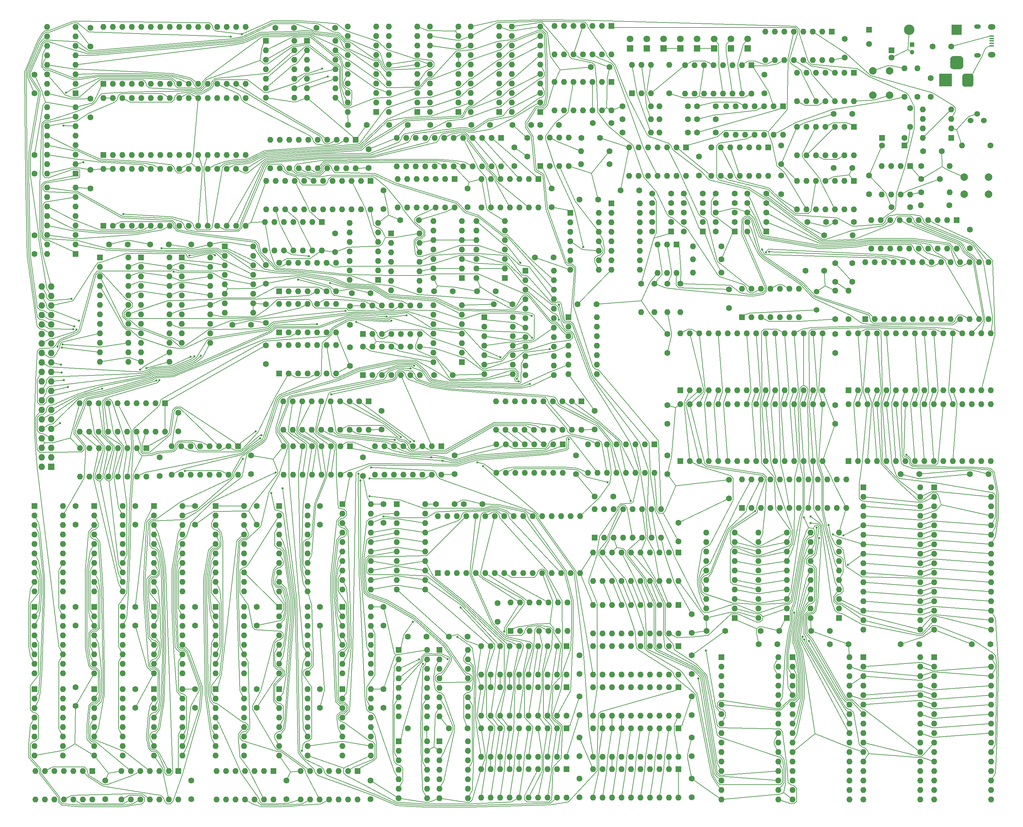
<source format=gbr>
G04 #@! TF.GenerationSoftware,KiCad,Pcbnew,(5.0.0-rc2-83-gda392728d)*
G04 #@! TF.CreationDate,2018-06-14T18:24:26+09:00*
G04 #@! TF.ProjectId,cpu,6370752E6B696361645F706362000000,rev?*
G04 #@! TF.SameCoordinates,Original*
G04 #@! TF.FileFunction,Copper,L1,Top,Signal*
G04 #@! TF.FilePolarity,Positive*
%FSLAX46Y46*%
G04 Gerber Fmt 4.6, Leading zero omitted, Abs format (unit mm)*
G04 Created by KiCad (PCBNEW (5.0.0-rc2-83-gda392728d)) date 06/14/18 18:24:26*
%MOMM*%
%LPD*%
G01*
G04 APERTURE LIST*
G04 #@! TA.AperFunction,ComponentPad*
%ADD10C,1.600000*%
G04 #@! TD*
G04 #@! TA.AperFunction,ComponentPad*
%ADD11R,1.600000X1.600000*%
G04 #@! TD*
G04 #@! TA.AperFunction,ComponentPad*
%ADD12O,1.600000X1.600000*%
G04 #@! TD*
G04 #@! TA.AperFunction,ComponentPad*
%ADD13C,2.000000*%
G04 #@! TD*
G04 #@! TA.AperFunction,ComponentPad*
%ADD14C,1.500000*%
G04 #@! TD*
G04 #@! TA.AperFunction,ComponentPad*
%ADD15C,1.800000*%
G04 #@! TD*
G04 #@! TA.AperFunction,ComponentPad*
%ADD16R,1.800000X1.800000*%
G04 #@! TD*
G04 #@! TA.AperFunction,SMDPad,CuDef*
%ADD17R,1.300000X0.450000*%
G04 #@! TD*
G04 #@! TA.AperFunction,ComponentPad*
%ADD18O,2.000000X1.450000*%
G04 #@! TD*
G04 #@! TA.AperFunction,ComponentPad*
%ADD19O,1.800000X1.150000*%
G04 #@! TD*
G04 #@! TA.AperFunction,ComponentPad*
%ADD20R,2.800000X2.800000*%
G04 #@! TD*
G04 #@! TA.AperFunction,ComponentPad*
%ADD21O,2.800000X2.800000*%
G04 #@! TD*
G04 #@! TA.AperFunction,ComponentPad*
%ADD22R,1.727200X1.727200*%
G04 #@! TD*
G04 #@! TA.AperFunction,ComponentPad*
%ADD23O,1.727200X1.727200*%
G04 #@! TD*
G04 #@! TA.AperFunction,ComponentPad*
%ADD24C,1.524000*%
G04 #@! TD*
G04 #@! TA.AperFunction,ComponentPad*
%ADD25R,3.500000X3.500000*%
G04 #@! TD*
G04 #@! TA.AperFunction,Conductor*
%ADD26C,0.100000*%
G04 #@! TD*
G04 #@! TA.AperFunction,ComponentPad*
%ADD27C,3.000000*%
G04 #@! TD*
G04 #@! TA.AperFunction,ComponentPad*
%ADD28C,3.500000*%
G04 #@! TD*
G04 #@! TA.AperFunction,ComponentPad*
%ADD29R,1.200000X1.200000*%
G04 #@! TD*
G04 #@! TA.AperFunction,ComponentPad*
%ADD30C,1.200000*%
G04 #@! TD*
G04 #@! TA.AperFunction,ViaPad*
%ADD31C,0.600000*%
G04 #@! TD*
G04 #@! TA.AperFunction,Conductor*
%ADD32C,0.200000*%
G04 #@! TD*
G04 APERTURE END LIST*
D10*
G04 #@! TO.P,C83,2*
G04 #@! TO.N,VCC*
X240000000Y-167500000D03*
G04 #@! TO.P,C83,1*
G04 #@! TO.N,GND*
X235000000Y-167500000D03*
G04 #@! TD*
D11*
G04 #@! TO.P,U21-LM555,1*
G04 #@! TO.N,GND*
X138500000Y-39500000D03*
D12*
G04 #@! TO.P,U21-LM555,5*
G04 #@! TO.N,Net-(C29-Pad1)*
X146120000Y-31880000D03*
G04 #@! TO.P,U21-LM555,2*
G04 #@! TO.N,/Display/TR*
X141040000Y-39500000D03*
G04 #@! TO.P,U21-LM555,6*
X143580000Y-31880000D03*
G04 #@! TO.P,U21-LM555,3*
G04 #@! TO.N,/Display/DISP_CLK*
X143580000Y-39500000D03*
G04 #@! TO.P,U21-LM555,7*
G04 #@! TO.N,Net-(R31-Pad2)*
X141040000Y-31880000D03*
G04 #@! TO.P,U21-LM555,4*
G04 #@! TO.N,VCC*
X146120000Y-39500000D03*
G04 #@! TO.P,U21-LM555,8*
X138500000Y-31880000D03*
G04 #@! TD*
G04 #@! TO.P,R1,2*
G04 #@! TO.N,Net-(R1-Pad2)*
X248120000Y-39500000D03*
D10*
G04 #@! TO.P,R1,1*
G04 #@! TO.N,VCC*
X240500000Y-39500000D03*
G04 #@! TD*
G04 #@! TO.P,R3,1*
G04 #@! TO.N,Net-(R1-Pad2)*
X259000000Y-34000000D03*
D12*
G04 #@! TO.P,R3,2*
G04 #@! TO.N,/Clock/AC_TR*
X251380000Y-34000000D03*
G04 #@! TD*
D10*
G04 #@! TO.P,R4,1*
G04 #@! TO.N,VCC*
X160500000Y-30500000D03*
D12*
G04 #@! TO.P,R4,2*
G04 #@! TO.N,Net-(R4-Pad2)*
X168120000Y-30500000D03*
G04 #@! TD*
D10*
G04 #@! TO.P,R5,1*
G04 #@! TO.N,VCC*
X160500000Y-27000000D03*
D12*
G04 #@! TO.P,R5,2*
G04 #@! TO.N,Net-(R5-Pad2)*
X168120000Y-27000000D03*
G04 #@! TD*
D10*
G04 #@! TO.P,R6,1*
G04 #@! TO.N,Net-(C5-Pad2)*
X178000000Y-30500000D03*
D12*
G04 #@! TO.P,R6,2*
G04 #@! TO.N,Net-(R4-Pad2)*
X170380000Y-30500000D03*
G04 #@! TD*
G04 #@! TO.P,R7,2*
G04 #@! TO.N,Net-(R5-Pad2)*
X170380000Y-27000000D03*
D10*
G04 #@! TO.P,R7,1*
G04 #@! TO.N,Net-(C6-Pad2)*
X178000000Y-27000000D03*
G04 #@! TD*
G04 #@! TO.P,R8,1*
G04 #@! TO.N,Net-(C7-Pad2)*
X178000000Y-23500000D03*
D12*
G04 #@! TO.P,R8,2*
G04 #@! TO.N,Net-(R8-Pad2)*
X170380000Y-23500000D03*
G04 #@! TD*
G04 #@! TO.P,R9,2*
G04 #@! TO.N,Net-(R8-Pad2)*
X168120000Y-23500000D03*
D10*
G04 #@! TO.P,R9,1*
G04 #@! TO.N,VCC*
X160500000Y-23500000D03*
G04 #@! TD*
D12*
G04 #@! TO.P,R10,2*
G04 #@! TO.N,VCC*
X240380000Y-50000000D03*
D10*
G04 #@! TO.P,R10,1*
G04 #@! TO.N,Net-(R10-Pad1)*
X248000000Y-50000000D03*
G04 #@! TD*
G04 #@! TO.P,R11,1*
G04 #@! TO.N,VCC*
X240500000Y-46500000D03*
D12*
G04 #@! TO.P,R11,2*
G04 #@! TO.N,Net-(C11-Pad2)*
X248120000Y-46500000D03*
G04 #@! TD*
D10*
G04 #@! TO.P,R12,1*
G04 #@! TO.N,Net-(R12-Pad1)*
X221000000Y-80500000D03*
D12*
G04 #@! TO.P,R12,2*
G04 #@! TO.N,Net-(C12-Pad1)*
X221000000Y-72880000D03*
G04 #@! TD*
D10*
G04 #@! TO.P,R13,1*
G04 #@! TO.N,Net-(R12-Pad1)*
X217500000Y-80500000D03*
D12*
G04 #@! TO.P,R13,2*
G04 #@! TO.N,Net-(C13-Pad1)*
X217500000Y-72880000D03*
G04 #@! TD*
D11*
G04 #@! TO.P,SW1,1*
G04 #@! TO.N,GND*
X163000000Y-20000000D03*
D12*
G04 #@! TO.P,SW1,4*
G04 #@! TO.N,Net-(R8-Pad2)*
X168080000Y-12380000D03*
G04 #@! TO.P,SW1,2*
G04 #@! TO.N,GND*
X165540000Y-20000000D03*
G04 #@! TO.P,SW1,5*
G04 #@! TO.N,Net-(R5-Pad2)*
X165540000Y-12380000D03*
G04 #@! TO.P,SW1,3*
G04 #@! TO.N,GND*
X168080000Y-20000000D03*
G04 #@! TO.P,SW1,6*
G04 #@! TO.N,Net-(R4-Pad2)*
X163000000Y-12380000D03*
G04 #@! TD*
D13*
G04 #@! TO.P,SW2,2*
G04 #@! TO.N,Net-(R10-Pad1)*
X252000000Y-47000000D03*
G04 #@! TO.P,SW2,1*
G04 #@! TO.N,GND*
X252000000Y-42500000D03*
G04 #@! TO.P,SW2,2*
G04 #@! TO.N,Net-(R10-Pad1)*
X258500000Y-47000000D03*
G04 #@! TO.P,SW2,1*
G04 #@! TO.N,GND*
X258500000Y-42500000D03*
G04 #@! TD*
D11*
G04 #@! TO.P,U1-LM555,1*
G04 #@! TO.N,GND*
X248500000Y-32000000D03*
D12*
G04 #@! TO.P,U1-LM555,5*
G04 #@! TO.N,Net-(C4-Pad1)*
X240880000Y-24380000D03*
G04 #@! TO.P,U1-LM555,2*
G04 #@! TO.N,/Clock/AC_TR*
X248500000Y-29460000D03*
G04 #@! TO.P,U1-LM555,6*
X240880000Y-26920000D03*
G04 #@! TO.P,U1-LM555,3*
G04 #@! TO.N,/Clock/ADJ_CLK*
X248500000Y-26920000D03*
G04 #@! TO.P,U1-LM555,7*
G04 #@! TO.N,Net-(R1-Pad2)*
X240880000Y-29460000D03*
G04 #@! TO.P,U1-LM555,4*
G04 #@! TO.N,VCC*
X248500000Y-24380000D03*
G04 #@! TO.P,U1-LM555,8*
X240880000Y-32000000D03*
G04 #@! TD*
G04 #@! TO.P,U2-74HC14,14*
G04 #@! TO.N,VCC*
X203500000Y-31120000D03*
G04 #@! TO.P,U2-74HC14,7*
G04 #@! TO.N,GND*
X188260000Y-23500000D03*
G04 #@! TO.P,U2-74HC14,13*
G04 #@! TO.N,Net-(C114-Pad2)*
X200960000Y-31120000D03*
G04 #@! TO.P,U2-74HC14,6*
G04 #@! TO.N,/Clock/SEL2*
X190800000Y-23500000D03*
G04 #@! TO.P,U2-74HC14,12*
G04 #@! TO.N,Net-(U117-Pad12)*
X198420000Y-31120000D03*
G04 #@! TO.P,U2-74HC14,5*
G04 #@! TO.N,Net-(C7-Pad2)*
X193340000Y-23500000D03*
G04 #@! TO.P,U2-74HC14,11*
G04 #@! TO.N,Net-(C39-Pad1)*
X195880000Y-31120000D03*
G04 #@! TO.P,U2-74HC14,4*
G04 #@! TO.N,/Clock/SEL1*
X195880000Y-23500000D03*
G04 #@! TO.P,U2-74HC14,10*
G04 #@! TO.N,Net-(U2-Pad10)*
X193340000Y-31120000D03*
G04 #@! TO.P,U2-74HC14,3*
G04 #@! TO.N,Net-(C6-Pad2)*
X198420000Y-23500000D03*
G04 #@! TO.P,U2-74HC14,9*
G04 #@! TO.N,GND*
X190800000Y-31120000D03*
G04 #@! TO.P,U2-74HC14,2*
G04 #@! TO.N,/Clock/SEL0*
X200960000Y-23500000D03*
G04 #@! TO.P,U2-74HC14,8*
G04 #@! TO.N,Net-(U2-Pad8)*
X188260000Y-31120000D03*
D11*
G04 #@! TO.P,U2-74HC14,1*
G04 #@! TO.N,Net-(C5-Pad2)*
X203500000Y-23500000D03*
G04 #@! TD*
G04 #@! TO.P,U3-74151,1*
G04 #@! TO.N,/Clock/750KHZ_CLK*
X216500000Y-3500000D03*
D12*
G04 #@! TO.P,U3-74151,9*
G04 #@! TO.N,/Clock/SEL2*
X198720000Y-11120000D03*
G04 #@! TO.P,U3-74151,2*
G04 #@! TO.N,/Clock/375KHZ_CLK*
X213960000Y-3500000D03*
G04 #@! TO.P,U3-74151,10*
G04 #@! TO.N,/Clock/SEL1*
X201260000Y-11120000D03*
G04 #@! TO.P,U3-74151,3*
G04 #@! TO.N,/Clock/ADJ_CLK*
X211420000Y-3500000D03*
G04 #@! TO.P,U3-74151,11*
G04 #@! TO.N,/Clock/SEL0*
X203800000Y-11120000D03*
G04 #@! TO.P,U3-74151,4*
G04 #@! TO.N,/Clock/BTN_CLK*
X208880000Y-3500000D03*
G04 #@! TO.P,U3-74151,12*
G04 #@! TO.N,/Clock/12MHZ_CLK*
X206340000Y-11120000D03*
G04 #@! TO.P,U3-74151,5*
G04 #@! TO.N,/Clock/PRE_CLK*
X206340000Y-3500000D03*
G04 #@! TO.P,U3-74151,13*
G04 #@! TO.N,/Clock/6MHZ_CLK*
X208880000Y-11120000D03*
G04 #@! TO.P,U3-74151,6*
G04 #@! TO.N,Net-(U3-Pad6)*
X203800000Y-3500000D03*
G04 #@! TO.P,U3-74151,14*
G04 #@! TO.N,/Clock/3MHZ_CLK*
X211420000Y-11120000D03*
G04 #@! TO.P,U3-74151,7*
G04 #@! TO.N,GND*
X201260000Y-3500000D03*
G04 #@! TO.P,U3-74151,15*
G04 #@! TO.N,/Clock/1.5MHZ_CLK*
X213960000Y-11120000D03*
G04 #@! TO.P,U3-74151,8*
G04 #@! TO.N,GND*
X198720000Y-3500000D03*
G04 #@! TO.P,U3-74151,16*
G04 #@! TO.N,VCC*
X216500000Y-11120000D03*
G04 #@! TD*
G04 #@! TO.P,U4-LM555 - Button Clock,8*
G04 #@! TO.N,VCC*
X237500000Y-47120000D03*
G04 #@! TO.P,U4-LM555 - Button Clock,4*
X229880000Y-39500000D03*
G04 #@! TO.P,U4-LM555 - Button Clock,7*
G04 #@! TO.N,Net-(C11-Pad2)*
X234960000Y-47120000D03*
G04 #@! TO.P,U4-LM555 - Button Clock,3*
G04 #@! TO.N,/Clock/BTN_CLK*
X232420000Y-39500000D03*
G04 #@! TO.P,U4-LM555 - Button Clock,6*
G04 #@! TO.N,Net-(C11-Pad2)*
X232420000Y-47120000D03*
G04 #@! TO.P,U4-LM555 - Button Clock,2*
G04 #@! TO.N,Net-(R10-Pad1)*
X234960000Y-39500000D03*
G04 #@! TO.P,U4-LM555 - Button Clock,5*
G04 #@! TO.N,Net-(C8-Pad1)*
X229880000Y-47120000D03*
D11*
G04 #@! TO.P,U4-LM555 - Button Clock,1*
G04 #@! TO.N,GND*
X237500000Y-39500000D03*
G04 #@! TD*
D12*
G04 #@! TO.P,U5-74HC04,14*
G04 #@! TO.N,VCC*
X192500000Y-72380000D03*
G04 #@! TO.P,U5-74HC04,7*
G04 #@! TO.N,GND*
X207740000Y-80000000D03*
G04 #@! TO.P,U5-74HC04,13*
G04 #@! TO.N,/CLK*
X195040000Y-72380000D03*
G04 #@! TO.P,U5-74HC04,6*
G04 #@! TO.N,Net-(U35-Pad11)*
X205200000Y-80000000D03*
G04 #@! TO.P,U5-74HC04,12*
G04 #@! TO.N,/~CLK*
X197580000Y-72380000D03*
G04 #@! TO.P,U5-74HC04,5*
G04 #@! TO.N,Net-(U30-Pad6)*
X202660000Y-80000000D03*
G04 #@! TO.P,U5-74HC04,11*
G04 #@! TO.N,GND*
X200120000Y-72380000D03*
G04 #@! TO.P,U5-74HC04,4*
G04 #@! TO.N,/Clock/12MHZ_CLK*
X200120000Y-80000000D03*
G04 #@! TO.P,U5-74HC04,10*
G04 #@! TO.N,Net-(U5-Pad10)*
X202660000Y-72380000D03*
G04 #@! TO.P,U5-74HC04,3*
G04 #@! TO.N,Net-(R12-Pad1)*
X197580000Y-80000000D03*
G04 #@! TO.P,U5-74HC04,9*
G04 #@! TO.N,GND*
X205200000Y-72380000D03*
G04 #@! TO.P,U5-74HC04,2*
G04 #@! TO.N,Net-(R12-Pad1)*
X195040000Y-80000000D03*
G04 #@! TO.P,U5-74HC04,8*
G04 #@! TO.N,Net-(U5-Pad8)*
X207740000Y-72380000D03*
D11*
G04 #@! TO.P,U5-74HC04,1*
G04 #@! TO.N,Net-(C12-Pad1)*
X192500000Y-80000000D03*
G04 #@! TD*
D14*
G04 #@! TO.P,Y1,1*
G04 #@! TO.N,Net-(C12-Pad1)*
X212500000Y-78000000D03*
G04 #@! TO.P,Y1,2*
G04 #@! TO.N,Net-(C13-Pad1)*
X212500000Y-73120000D03*
G04 #@! TD*
D15*
G04 #@! TO.P,D1,2*
G04 #@! TO.N,Net-(D1-Pad2)*
X194000000Y-5460000D03*
D16*
G04 #@! TO.P,D1,1*
G04 #@! TO.N,Net-(D1-Pad1)*
X194000000Y-8000000D03*
G04 #@! TD*
G04 #@! TO.P,D2,1*
G04 #@! TO.N,Net-(D1-Pad1)*
X189500000Y-8000000D03*
D15*
G04 #@! TO.P,D2,2*
G04 #@! TO.N,Net-(D2-Pad2)*
X189500000Y-5460000D03*
G04 #@! TD*
G04 #@! TO.P,D3,2*
G04 #@! TO.N,Net-(D3-Pad2)*
X185000000Y-5460000D03*
D16*
G04 #@! TO.P,D3,1*
G04 #@! TO.N,Net-(D1-Pad1)*
X185000000Y-8000000D03*
G04 #@! TD*
G04 #@! TO.P,D4,1*
G04 #@! TO.N,Net-(D1-Pad1)*
X180500000Y-8000000D03*
D15*
G04 #@! TO.P,D4,2*
G04 #@! TO.N,Net-(D4-Pad2)*
X180500000Y-5460000D03*
G04 #@! TD*
G04 #@! TO.P,D5,2*
G04 #@! TO.N,Net-(D5-Pad2)*
X176000000Y-5460000D03*
D16*
G04 #@! TO.P,D5,1*
G04 #@! TO.N,Net-(D1-Pad1)*
X176000000Y-8000000D03*
G04 #@! TD*
D15*
G04 #@! TO.P,D6,2*
G04 #@! TO.N,Net-(D6-Pad2)*
X171500000Y-5460000D03*
D16*
G04 #@! TO.P,D6,1*
G04 #@! TO.N,Net-(D1-Pad1)*
X171500000Y-8000000D03*
G04 #@! TD*
G04 #@! TO.P,D7,1*
G04 #@! TO.N,Net-(D1-Pad1)*
X167000000Y-8000000D03*
D15*
G04 #@! TO.P,D7,2*
G04 #@! TO.N,Net-(D7-Pad2)*
X167000000Y-5460000D03*
G04 #@! TD*
D16*
G04 #@! TO.P,D8,1*
G04 #@! TO.N,Net-(D1-Pad1)*
X162500000Y-8000000D03*
D15*
G04 #@! TO.P,D8,2*
G04 #@! TO.N,Net-(D8-Pad2)*
X162500000Y-5460000D03*
G04 #@! TD*
D10*
G04 #@! TO.P,R14,1*
G04 #@! TO.N,VCC*
X173000000Y-20000000D03*
D12*
G04 #@! TO.P,R14,2*
G04 #@! TO.N,Net-(D1-Pad1)*
X173000000Y-12380000D03*
G04 #@! TD*
G04 #@! TO.P,U6-74LS138,16*
G04 #@! TO.N,VCC*
X195000000Y-20120000D03*
G04 #@! TO.P,U6-74LS138,8*
G04 #@! TO.N,GND*
X177220000Y-12500000D03*
G04 #@! TO.P,U6-74LS138,15*
G04 #@! TO.N,Net-(D1-Pad2)*
X192460000Y-20120000D03*
G04 #@! TO.P,U6-74LS138,7*
G04 #@! TO.N,Net-(D8-Pad2)*
X179760000Y-12500000D03*
G04 #@! TO.P,U6-74LS138,14*
G04 #@! TO.N,Net-(D2-Pad2)*
X189920000Y-20120000D03*
G04 #@! TO.P,U6-74LS138,6*
G04 #@! TO.N,VCC*
X182300000Y-12500000D03*
G04 #@! TO.P,U6-74LS138,13*
G04 #@! TO.N,Net-(D3-Pad2)*
X187380000Y-20120000D03*
G04 #@! TO.P,U6-74LS138,5*
G04 #@! TO.N,GND*
X184840000Y-12500000D03*
G04 #@! TO.P,U6-74LS138,12*
G04 #@! TO.N,Net-(D4-Pad2)*
X184840000Y-20120000D03*
G04 #@! TO.P,U6-74LS138,4*
G04 #@! TO.N,GND*
X187380000Y-12500000D03*
G04 #@! TO.P,U6-74LS138,11*
G04 #@! TO.N,Net-(D5-Pad2)*
X182300000Y-20120000D03*
G04 #@! TO.P,U6-74LS138,3*
G04 #@! TO.N,/Clock/SEL2*
X189920000Y-12500000D03*
G04 #@! TO.P,U6-74LS138,10*
G04 #@! TO.N,Net-(D6-Pad2)*
X179760000Y-20120000D03*
G04 #@! TO.P,U6-74LS138,2*
G04 #@! TO.N,/Clock/SEL1*
X192460000Y-12500000D03*
G04 #@! TO.P,U6-74LS138,9*
G04 #@! TO.N,Net-(D7-Pad2)*
X177220000Y-20120000D03*
D11*
G04 #@! TO.P,U6-74LS138,1*
G04 #@! TO.N,/Clock/SEL0*
X195000000Y-12500000D03*
G04 #@! TD*
D10*
G04 #@! TO.P,R15,1*
G04 #@! TO.N,Net-(R15-Pad1)*
X239500000Y-21000000D03*
D12*
G04 #@! TO.P,R15,2*
G04 #@! TO.N,GND*
X239500000Y-13380000D03*
G04 #@! TD*
G04 #@! TO.P,R16,2*
G04 #@! TO.N,Net-(R15-Pad1)*
X236000000Y-13380000D03*
D10*
G04 #@! TO.P,R16,1*
G04 #@! TO.N,Net-(C114-Pad2)*
X236000000Y-21000000D03*
G04 #@! TD*
D11*
G04 #@! TO.P,U7-74HC245,1*
G04 #@! TO.N,VCC*
X116500000Y-25000000D03*
D12*
G04 #@! TO.P,U7-74HC245,11*
G04 #@! TO.N,/BUS7*
X108880000Y-2140000D03*
G04 #@! TO.P,U7-74HC245,2*
G04 #@! TO.N,/INTERRUPT_ENABLE_FLAG*
X116500000Y-22460000D03*
G04 #@! TO.P,U7-74HC245,12*
G04 #@! TO.N,/BUS6*
X108880000Y-4680000D03*
G04 #@! TO.P,U7-74HC245,3*
G04 #@! TO.N,/Status/Control Register/CARRY_FLAG*
X116500000Y-19920000D03*
G04 #@! TO.P,U7-74HC245,13*
G04 #@! TO.N,/BUS5*
X108880000Y-7220000D03*
G04 #@! TO.P,U7-74HC245,4*
G04 #@! TO.N,/Status/Control Register/ZERO_FLAG*
X116500000Y-17380000D03*
G04 #@! TO.P,U7-74HC245,14*
G04 #@! TO.N,/BUS4*
X108880000Y-9760000D03*
G04 #@! TO.P,U7-74HC245,5*
G04 #@! TO.N,GND*
X116500000Y-14840000D03*
G04 #@! TO.P,U7-74HC245,15*
G04 #@! TO.N,/BUS3*
X108880000Y-12300000D03*
G04 #@! TO.P,U7-74HC245,6*
G04 #@! TO.N,GND*
X116500000Y-12300000D03*
G04 #@! TO.P,U7-74HC245,16*
G04 #@! TO.N,/BUS2*
X108880000Y-14840000D03*
G04 #@! TO.P,U7-74HC245,7*
G04 #@! TO.N,GND*
X116500000Y-9760000D03*
G04 #@! TO.P,U7-74HC245,17*
G04 #@! TO.N,/BUS1*
X108880000Y-17380000D03*
G04 #@! TO.P,U7-74HC245,8*
G04 #@! TO.N,GND*
X116500000Y-7220000D03*
G04 #@! TO.P,U7-74HC245,18*
G04 #@! TO.N,/BUS0*
X108880000Y-19920000D03*
G04 #@! TO.P,U7-74HC245,9*
G04 #@! TO.N,GND*
X116500000Y-4680000D03*
G04 #@! TO.P,U7-74HC245,19*
G04 #@! TO.N,/~STATUS_OUT_NCLK*
X108880000Y-22460000D03*
G04 #@! TO.P,U7-74HC245,10*
G04 #@! TO.N,GND*
X116500000Y-2140000D03*
G04 #@! TO.P,U7-74HC245,20*
G04 #@! TO.N,VCC*
X108880000Y-25000000D03*
G04 #@! TD*
D11*
G04 #@! TO.P,U8-74HCT574,1*
G04 #@! TO.N,GND*
X145500000Y-168000000D03*
D12*
G04 #@! TO.P,U8-74HCT574,11*
G04 #@! TO.N,/A_IN_CLK*
X122640000Y-175620000D03*
G04 #@! TO.P,U8-74HCT574,2*
G04 #@! TO.N,/BUS0*
X142960000Y-168000000D03*
G04 #@! TO.P,U8-74HCT574,12*
G04 #@! TO.N,/A7*
X125180000Y-175620000D03*
G04 #@! TO.P,U8-74HCT574,3*
G04 #@! TO.N,/BUS1*
X140420000Y-168000000D03*
G04 #@! TO.P,U8-74HCT574,13*
G04 #@! TO.N,/A6*
X127720000Y-175620000D03*
G04 #@! TO.P,U8-74HCT574,4*
G04 #@! TO.N,/BUS2*
X137880000Y-168000000D03*
G04 #@! TO.P,U8-74HCT574,14*
G04 #@! TO.N,/A5*
X130260000Y-175620000D03*
G04 #@! TO.P,U8-74HCT574,5*
G04 #@! TO.N,/BUS3*
X135340000Y-168000000D03*
G04 #@! TO.P,U8-74HCT574,15*
G04 #@! TO.N,/A4*
X132800000Y-175620000D03*
G04 #@! TO.P,U8-74HCT574,6*
G04 #@! TO.N,/BUS4*
X132800000Y-168000000D03*
G04 #@! TO.P,U8-74HCT574,16*
G04 #@! TO.N,/A3*
X135340000Y-175620000D03*
G04 #@! TO.P,U8-74HCT574,7*
G04 #@! TO.N,/BUS5*
X130260000Y-168000000D03*
G04 #@! TO.P,U8-74HCT574,17*
G04 #@! TO.N,/A2*
X137880000Y-175620000D03*
G04 #@! TO.P,U8-74HCT574,8*
G04 #@! TO.N,/BUS6*
X127720000Y-168000000D03*
G04 #@! TO.P,U8-74HCT574,18*
G04 #@! TO.N,/A1*
X140420000Y-175620000D03*
G04 #@! TO.P,U8-74HCT574,9*
G04 #@! TO.N,/BUS7*
X125180000Y-168000000D03*
G04 #@! TO.P,U8-74HCT574,19*
G04 #@! TO.N,/A0*
X142960000Y-175620000D03*
G04 #@! TO.P,U8-74HCT574,10*
G04 #@! TO.N,GND*
X122640000Y-168000000D03*
G04 #@! TO.P,U8-74HCT574,20*
G04 #@! TO.N,VCC*
X145500000Y-175620000D03*
G04 #@! TD*
G04 #@! TO.P,U10-74HCT574,20*
G04 #@! TO.N,VCC*
X145500000Y-197620000D03*
G04 #@! TO.P,U10-74HCT574,10*
G04 #@! TO.N,GND*
X122640000Y-190000000D03*
G04 #@! TO.P,U10-74HCT574,19*
G04 #@! TO.N,/B0*
X142960000Y-197620000D03*
G04 #@! TO.P,U10-74HCT574,9*
G04 #@! TO.N,/BUS7*
X125180000Y-190000000D03*
G04 #@! TO.P,U10-74HCT574,18*
G04 #@! TO.N,/B1*
X140420000Y-197620000D03*
G04 #@! TO.P,U10-74HCT574,8*
G04 #@! TO.N,/BUS6*
X127720000Y-190000000D03*
G04 #@! TO.P,U10-74HCT574,17*
G04 #@! TO.N,/B2*
X137880000Y-197620000D03*
G04 #@! TO.P,U10-74HCT574,7*
G04 #@! TO.N,/BUS5*
X130260000Y-190000000D03*
G04 #@! TO.P,U10-74HCT574,16*
G04 #@! TO.N,/B3*
X135340000Y-197620000D03*
G04 #@! TO.P,U10-74HCT574,6*
G04 #@! TO.N,/BUS4*
X132800000Y-190000000D03*
G04 #@! TO.P,U10-74HCT574,15*
G04 #@! TO.N,/B4*
X132800000Y-197620000D03*
G04 #@! TO.P,U10-74HCT574,5*
G04 #@! TO.N,/BUS3*
X135340000Y-190000000D03*
G04 #@! TO.P,U10-74HCT574,14*
G04 #@! TO.N,/B5*
X130260000Y-197620000D03*
G04 #@! TO.P,U10-74HCT574,4*
G04 #@! TO.N,/BUS2*
X137880000Y-190000000D03*
G04 #@! TO.P,U10-74HCT574,13*
G04 #@! TO.N,/B6*
X127720000Y-197620000D03*
G04 #@! TO.P,U10-74HCT574,3*
G04 #@! TO.N,/BUS1*
X140420000Y-190000000D03*
G04 #@! TO.P,U10-74HCT574,12*
G04 #@! TO.N,/B7*
X125180000Y-197620000D03*
G04 #@! TO.P,U10-74HCT574,2*
G04 #@! TO.N,/BUS0*
X142960000Y-190000000D03*
G04 #@! TO.P,U10-74HCT574,11*
G04 #@! TO.N,/B_IN_CLK*
X122640000Y-197620000D03*
D11*
G04 #@! TO.P,U10-74HCT574,1*
G04 #@! TO.N,GND*
X145500000Y-190000000D03*
G04 #@! TD*
D12*
G04 #@! TO.P,U12-74HCT574,20*
G04 #@! TO.N,VCC*
X175500000Y-164620000D03*
G04 #@! TO.P,U12-74HCT574,10*
G04 #@! TO.N,GND*
X152640000Y-157000000D03*
G04 #@! TO.P,U12-74HCT574,19*
G04 #@! TO.N,/BUS0*
X172960000Y-164620000D03*
G04 #@! TO.P,U12-74HCT574,9*
G04 #@! TO.N,/BUS7*
X155180000Y-157000000D03*
G04 #@! TO.P,U12-74HCT574,18*
G04 #@! TO.N,/BUS1*
X170420000Y-164620000D03*
G04 #@! TO.P,U12-74HCT574,8*
G04 #@! TO.N,/BUS6*
X157720000Y-157000000D03*
G04 #@! TO.P,U12-74HCT574,17*
G04 #@! TO.N,/BUS2*
X167880000Y-164620000D03*
G04 #@! TO.P,U12-74HCT574,7*
G04 #@! TO.N,/BUS5*
X160260000Y-157000000D03*
G04 #@! TO.P,U12-74HCT574,16*
G04 #@! TO.N,/BUS3*
X165340000Y-164620000D03*
G04 #@! TO.P,U12-74HCT574,6*
G04 #@! TO.N,/BUS4*
X162800000Y-157000000D03*
G04 #@! TO.P,U12-74HCT574,15*
X162800000Y-164620000D03*
G04 #@! TO.P,U12-74HCT574,5*
G04 #@! TO.N,/BUS3*
X165340000Y-157000000D03*
G04 #@! TO.P,U12-74HCT574,14*
G04 #@! TO.N,/BUS5*
X160260000Y-164620000D03*
G04 #@! TO.P,U12-74HCT574,4*
G04 #@! TO.N,/BUS2*
X167880000Y-157000000D03*
G04 #@! TO.P,U12-74HCT574,13*
G04 #@! TO.N,/BUS6*
X157720000Y-164620000D03*
G04 #@! TO.P,U12-74HCT574,3*
G04 #@! TO.N,/BUS1*
X170420000Y-157000000D03*
G04 #@! TO.P,U12-74HCT574,12*
G04 #@! TO.N,/BUS7*
X155180000Y-164620000D03*
G04 #@! TO.P,U12-74HCT574,2*
G04 #@! TO.N,/BUS0*
X172960000Y-157000000D03*
G04 #@! TO.P,U12-74HCT574,11*
G04 #@! TO.N,/M0_IN_CLK*
X152640000Y-164620000D03*
D11*
G04 #@! TO.P,U12-74HCT574,1*
G04 #@! TO.N,/~M0_OUT_NCLK*
X175500000Y-157000000D03*
G04 #@! TD*
G04 #@! TO.P,U14-74HCT574,1*
G04 #@! TO.N,/~M1_OUT_NCLK*
X175500000Y-168000000D03*
D12*
G04 #@! TO.P,U14-74HCT574,11*
G04 #@! TO.N,/M1_IN_CLK*
X152640000Y-175620000D03*
G04 #@! TO.P,U14-74HCT574,2*
G04 #@! TO.N,/BUS0*
X172960000Y-168000000D03*
G04 #@! TO.P,U14-74HCT574,12*
G04 #@! TO.N,/BUS7*
X155180000Y-175620000D03*
G04 #@! TO.P,U14-74HCT574,3*
G04 #@! TO.N,/BUS1*
X170420000Y-168000000D03*
G04 #@! TO.P,U14-74HCT574,13*
G04 #@! TO.N,/BUS6*
X157720000Y-175620000D03*
G04 #@! TO.P,U14-74HCT574,4*
G04 #@! TO.N,/BUS2*
X167880000Y-168000000D03*
G04 #@! TO.P,U14-74HCT574,14*
G04 #@! TO.N,/BUS5*
X160260000Y-175620000D03*
G04 #@! TO.P,U14-74HCT574,5*
G04 #@! TO.N,/BUS3*
X165340000Y-168000000D03*
G04 #@! TO.P,U14-74HCT574,15*
G04 #@! TO.N,/BUS4*
X162800000Y-175620000D03*
G04 #@! TO.P,U14-74HCT574,6*
X162800000Y-168000000D03*
G04 #@! TO.P,U14-74HCT574,16*
G04 #@! TO.N,/BUS3*
X165340000Y-175620000D03*
G04 #@! TO.P,U14-74HCT574,7*
G04 #@! TO.N,/BUS5*
X160260000Y-168000000D03*
G04 #@! TO.P,U14-74HCT574,17*
G04 #@! TO.N,/BUS2*
X167880000Y-175620000D03*
G04 #@! TO.P,U14-74HCT574,8*
G04 #@! TO.N,/BUS6*
X157720000Y-168000000D03*
G04 #@! TO.P,U14-74HCT574,18*
G04 #@! TO.N,/BUS1*
X170420000Y-175620000D03*
G04 #@! TO.P,U14-74HCT574,9*
G04 #@! TO.N,/BUS7*
X155180000Y-168000000D03*
G04 #@! TO.P,U14-74HCT574,19*
G04 #@! TO.N,/BUS0*
X172960000Y-175620000D03*
G04 #@! TO.P,U14-74HCT574,10*
G04 #@! TO.N,GND*
X152640000Y-168000000D03*
G04 #@! TO.P,U14-74HCT574,20*
G04 #@! TO.N,VCC*
X175500000Y-175620000D03*
G04 #@! TD*
D11*
G04 #@! TO.P,U16-74HCT574,1*
G04 #@! TO.N,/~M2_OUT_NCLK*
X175500000Y-179000000D03*
D12*
G04 #@! TO.P,U16-74HCT574,11*
G04 #@! TO.N,/M2_IN_CLK*
X152640000Y-186620000D03*
G04 #@! TO.P,U16-74HCT574,2*
G04 #@! TO.N,/BUS0*
X172960000Y-179000000D03*
G04 #@! TO.P,U16-74HCT574,12*
G04 #@! TO.N,/BUS7*
X155180000Y-186620000D03*
G04 #@! TO.P,U16-74HCT574,3*
G04 #@! TO.N,/BUS1*
X170420000Y-179000000D03*
G04 #@! TO.P,U16-74HCT574,13*
G04 #@! TO.N,/BUS6*
X157720000Y-186620000D03*
G04 #@! TO.P,U16-74HCT574,4*
G04 #@! TO.N,/BUS2*
X167880000Y-179000000D03*
G04 #@! TO.P,U16-74HCT574,14*
G04 #@! TO.N,/BUS5*
X160260000Y-186620000D03*
G04 #@! TO.P,U16-74HCT574,5*
G04 #@! TO.N,/BUS3*
X165340000Y-179000000D03*
G04 #@! TO.P,U16-74HCT574,15*
G04 #@! TO.N,/BUS4*
X162800000Y-186620000D03*
G04 #@! TO.P,U16-74HCT574,6*
X162800000Y-179000000D03*
G04 #@! TO.P,U16-74HCT574,16*
G04 #@! TO.N,/BUS3*
X165340000Y-186620000D03*
G04 #@! TO.P,U16-74HCT574,7*
G04 #@! TO.N,/BUS5*
X160260000Y-179000000D03*
G04 #@! TO.P,U16-74HCT574,17*
G04 #@! TO.N,/BUS2*
X167880000Y-186620000D03*
G04 #@! TO.P,U16-74HCT574,8*
G04 #@! TO.N,/BUS6*
X157720000Y-179000000D03*
G04 #@! TO.P,U16-74HCT574,18*
G04 #@! TO.N,/BUS1*
X170420000Y-186620000D03*
G04 #@! TO.P,U16-74HCT574,9*
G04 #@! TO.N,/BUS7*
X155180000Y-179000000D03*
G04 #@! TO.P,U16-74HCT574,19*
G04 #@! TO.N,/BUS0*
X172960000Y-186620000D03*
G04 #@! TO.P,U16-74HCT574,10*
G04 #@! TO.N,GND*
X152640000Y-179000000D03*
G04 #@! TO.P,U16-74HCT574,20*
G04 #@! TO.N,VCC*
X175500000Y-186620000D03*
G04 #@! TD*
D17*
G04 #@! TO.P,J1,1*
G04 #@! TO.N,Net-(F1-Pad1)*
X259400000Y-4700000D03*
G04 #@! TO.P,J1,2*
G04 #@! TO.N,Net-(J1-Pad2)*
X259400000Y-5350000D03*
G04 #@! TO.P,J1,3*
G04 #@! TO.N,Net-(J1-Pad3)*
X259400000Y-6000000D03*
G04 #@! TO.P,J1,4*
G04 #@! TO.N,Net-(J1-Pad4)*
X259400000Y-6650000D03*
G04 #@! TO.P,J1,5*
G04 #@! TO.N,GND*
X259400000Y-7300000D03*
D18*
G04 #@! TO.P,J1,6*
G04 #@! TO.N,N/C*
X259350000Y-2275000D03*
X259350000Y-9725000D03*
D19*
X255550000Y-2125000D03*
X255550000Y-9875000D03*
G04 #@! TD*
D11*
G04 #@! TO.P,U18-74HCT574,1*
G04 #@! TO.N,GND*
X175500000Y-190000000D03*
D12*
G04 #@! TO.P,U18-74HCT574,11*
G04 #@! TO.N,/TASK_IN_CLK*
X152640000Y-197620000D03*
G04 #@! TO.P,U18-74HCT574,2*
G04 #@! TO.N,/BUS0*
X172960000Y-190000000D03*
G04 #@! TO.P,U18-74HCT574,12*
G04 #@! TO.N,/TASK7*
X155180000Y-197620000D03*
G04 #@! TO.P,U18-74HCT574,3*
G04 #@! TO.N,/BUS1*
X170420000Y-190000000D03*
G04 #@! TO.P,U18-74HCT574,13*
G04 #@! TO.N,/TASK6*
X157720000Y-197620000D03*
G04 #@! TO.P,U18-74HCT574,4*
G04 #@! TO.N,/BUS2*
X167880000Y-190000000D03*
G04 #@! TO.P,U18-74HCT574,14*
G04 #@! TO.N,/TASK5*
X160260000Y-197620000D03*
G04 #@! TO.P,U18-74HCT574,5*
G04 #@! TO.N,/BUS3*
X165340000Y-190000000D03*
G04 #@! TO.P,U18-74HCT574,15*
G04 #@! TO.N,/TASK4*
X162800000Y-197620000D03*
G04 #@! TO.P,U18-74HCT574,6*
G04 #@! TO.N,/BUS4*
X162800000Y-190000000D03*
G04 #@! TO.P,U18-74HCT574,16*
G04 #@! TO.N,/TASK3*
X165340000Y-197620000D03*
G04 #@! TO.P,U18-74HCT574,7*
G04 #@! TO.N,/BUS5*
X160260000Y-190000000D03*
G04 #@! TO.P,U18-74HCT574,17*
G04 #@! TO.N,/TASK2*
X167880000Y-197620000D03*
G04 #@! TO.P,U18-74HCT574,8*
G04 #@! TO.N,/BUS6*
X157720000Y-190000000D03*
G04 #@! TO.P,U18-74HCT574,18*
G04 #@! TO.N,/TASK1*
X170420000Y-197620000D03*
G04 #@! TO.P,U18-74HCT574,9*
G04 #@! TO.N,/BUS7*
X155180000Y-190000000D03*
G04 #@! TO.P,U18-74HCT574,19*
G04 #@! TO.N,/TASK0*
X172960000Y-197620000D03*
G04 #@! TO.P,U18-74HCT574,10*
G04 #@! TO.N,GND*
X152640000Y-190000000D03*
G04 #@! TO.P,U18-74HCT574,20*
G04 #@! TO.N,VCC*
X175500000Y-197620000D03*
G04 #@! TD*
G04 #@! TO.P,U9-74HC245,20*
G04 #@! TO.N,VCC*
X145500000Y-186620000D03*
G04 #@! TO.P,U9-74HC245,10*
G04 #@! TO.N,GND*
X122640000Y-179000000D03*
G04 #@! TO.P,U9-74HC245,19*
G04 #@! TO.N,/~A_OUT_NCLK*
X142960000Y-186620000D03*
G04 #@! TO.P,U9-74HC245,9*
G04 #@! TO.N,/A7*
X125180000Y-179000000D03*
G04 #@! TO.P,U9-74HC245,18*
G04 #@! TO.N,/BUS0*
X140420000Y-186620000D03*
G04 #@! TO.P,U9-74HC245,8*
G04 #@! TO.N,/A6*
X127720000Y-179000000D03*
G04 #@! TO.P,U9-74HC245,17*
G04 #@! TO.N,/BUS1*
X137880000Y-186620000D03*
G04 #@! TO.P,U9-74HC245,7*
G04 #@! TO.N,/A5*
X130260000Y-179000000D03*
G04 #@! TO.P,U9-74HC245,16*
G04 #@! TO.N,/BUS2*
X135340000Y-186620000D03*
G04 #@! TO.P,U9-74HC245,6*
G04 #@! TO.N,/A4*
X132800000Y-179000000D03*
G04 #@! TO.P,U9-74HC245,15*
G04 #@! TO.N,/BUS3*
X132800000Y-186620000D03*
G04 #@! TO.P,U9-74HC245,5*
G04 #@! TO.N,/A3*
X135340000Y-179000000D03*
G04 #@! TO.P,U9-74HC245,14*
G04 #@! TO.N,/BUS4*
X130260000Y-186620000D03*
G04 #@! TO.P,U9-74HC245,4*
G04 #@! TO.N,/A2*
X137880000Y-179000000D03*
G04 #@! TO.P,U9-74HC245,13*
G04 #@! TO.N,/BUS5*
X127720000Y-186620000D03*
G04 #@! TO.P,U9-74HC245,3*
G04 #@! TO.N,/A1*
X140420000Y-179000000D03*
G04 #@! TO.P,U9-74HC245,12*
G04 #@! TO.N,/BUS6*
X125180000Y-186620000D03*
G04 #@! TO.P,U9-74HC245,2*
G04 #@! TO.N,/A0*
X142960000Y-179000000D03*
G04 #@! TO.P,U9-74HC245,11*
G04 #@! TO.N,/BUS7*
X122640000Y-186620000D03*
D11*
G04 #@! TO.P,U9-74HC245,1*
G04 #@! TO.N,VCC*
X145500000Y-179000000D03*
G04 #@! TD*
G04 #@! TO.P,U11-74HC245,1*
G04 #@! TO.N,VCC*
X145500000Y-201000000D03*
D12*
G04 #@! TO.P,U11-74HC245,11*
G04 #@! TO.N,/BUS7*
X122640000Y-208620000D03*
G04 #@! TO.P,U11-74HC245,2*
G04 #@! TO.N,/B0*
X142960000Y-201000000D03*
G04 #@! TO.P,U11-74HC245,12*
G04 #@! TO.N,/BUS6*
X125180000Y-208620000D03*
G04 #@! TO.P,U11-74HC245,3*
G04 #@! TO.N,/B1*
X140420000Y-201000000D03*
G04 #@! TO.P,U11-74HC245,13*
G04 #@! TO.N,/BUS5*
X127720000Y-208620000D03*
G04 #@! TO.P,U11-74HC245,4*
G04 #@! TO.N,/B2*
X137880000Y-201000000D03*
G04 #@! TO.P,U11-74HC245,14*
G04 #@! TO.N,/BUS4*
X130260000Y-208620000D03*
G04 #@! TO.P,U11-74HC245,5*
G04 #@! TO.N,/B3*
X135340000Y-201000000D03*
G04 #@! TO.P,U11-74HC245,15*
G04 #@! TO.N,/BUS3*
X132800000Y-208620000D03*
G04 #@! TO.P,U11-74HC245,6*
G04 #@! TO.N,/B4*
X132800000Y-201000000D03*
G04 #@! TO.P,U11-74HC245,16*
G04 #@! TO.N,/BUS2*
X135340000Y-208620000D03*
G04 #@! TO.P,U11-74HC245,7*
G04 #@! TO.N,/B5*
X130260000Y-201000000D03*
G04 #@! TO.P,U11-74HC245,17*
G04 #@! TO.N,/BUS1*
X137880000Y-208620000D03*
G04 #@! TO.P,U11-74HC245,8*
G04 #@! TO.N,/B6*
X127720000Y-201000000D03*
G04 #@! TO.P,U11-74HC245,18*
G04 #@! TO.N,/BUS0*
X140420000Y-208620000D03*
G04 #@! TO.P,U11-74HC245,9*
G04 #@! TO.N,/B7*
X125180000Y-201000000D03*
G04 #@! TO.P,U11-74HC245,19*
G04 #@! TO.N,/~B_OUT_NCLK*
X142960000Y-208620000D03*
G04 #@! TO.P,U11-74HC245,10*
G04 #@! TO.N,GND*
X122640000Y-201000000D03*
G04 #@! TO.P,U11-74HC245,20*
G04 #@! TO.N,VCC*
X145500000Y-208620000D03*
G04 #@! TD*
D11*
G04 #@! TO.P,U13-74HC86,1*
G04 #@! TO.N,/B0*
X111500000Y-193500000D03*
D12*
G04 #@! TO.P,U13-74HC86,8*
G04 #@! TO.N,Net-(U13-Pad8)*
X119120000Y-208740000D03*
G04 #@! TO.P,U13-74HC86,2*
G04 #@! TO.N,/SUB_NCLK*
X111500000Y-196040000D03*
G04 #@! TO.P,U13-74HC86,9*
G04 #@! TO.N,/B2*
X119120000Y-206200000D03*
G04 #@! TO.P,U13-74HC86,3*
G04 #@! TO.N,Net-(U13-Pad3)*
X111500000Y-198580000D03*
G04 #@! TO.P,U13-74HC86,10*
G04 #@! TO.N,/SUB_NCLK*
X119120000Y-203660000D03*
G04 #@! TO.P,U13-74HC86,4*
G04 #@! TO.N,/B1*
X111500000Y-201120000D03*
G04 #@! TO.P,U13-74HC86,11*
G04 #@! TO.N,Net-(U13-Pad11)*
X119120000Y-201120000D03*
G04 #@! TO.P,U13-74HC86,5*
G04 #@! TO.N,/SUB_NCLK*
X111500000Y-203660000D03*
G04 #@! TO.P,U13-74HC86,12*
G04 #@! TO.N,/B3*
X119120000Y-198580000D03*
G04 #@! TO.P,U13-74HC86,6*
G04 #@! TO.N,Net-(U13-Pad6)*
X111500000Y-206200000D03*
G04 #@! TO.P,U13-74HC86,13*
G04 #@! TO.N,/SUB_NCLK*
X119120000Y-196040000D03*
G04 #@! TO.P,U13-74HC86,7*
G04 #@! TO.N,GND*
X111500000Y-208740000D03*
G04 #@! TO.P,U13-74HC86,14*
G04 #@! TO.N,VCC*
X119120000Y-193500000D03*
G04 #@! TD*
D11*
G04 #@! TO.P,U15-74HC86,1*
G04 #@! TO.N,/B4*
X100500000Y-193500000D03*
D12*
G04 #@! TO.P,U15-74HC86,8*
G04 #@! TO.N,Net-(U15-Pad8)*
X108120000Y-208740000D03*
G04 #@! TO.P,U15-74HC86,2*
G04 #@! TO.N,/SUB_NCLK*
X100500000Y-196040000D03*
G04 #@! TO.P,U15-74HC86,9*
G04 #@! TO.N,/B6*
X108120000Y-206200000D03*
G04 #@! TO.P,U15-74HC86,3*
G04 #@! TO.N,Net-(U15-Pad3)*
X100500000Y-198580000D03*
G04 #@! TO.P,U15-74HC86,10*
G04 #@! TO.N,/SUB_NCLK*
X108120000Y-203660000D03*
G04 #@! TO.P,U15-74HC86,4*
G04 #@! TO.N,/B5*
X100500000Y-201120000D03*
G04 #@! TO.P,U15-74HC86,11*
G04 #@! TO.N,Net-(U15-Pad11)*
X108120000Y-201120000D03*
G04 #@! TO.P,U15-74HC86,5*
G04 #@! TO.N,/SUB_NCLK*
X100500000Y-203660000D03*
G04 #@! TO.P,U15-74HC86,12*
G04 #@! TO.N,/B7*
X108120000Y-198580000D03*
G04 #@! TO.P,U15-74HC86,6*
G04 #@! TO.N,Net-(U15-Pad6)*
X100500000Y-206200000D03*
G04 #@! TO.P,U15-74HC86,13*
G04 #@! TO.N,/SUB_NCLK*
X108120000Y-196040000D03*
G04 #@! TO.P,U15-74HC86,7*
G04 #@! TO.N,GND*
X100500000Y-208740000D03*
G04 #@! TO.P,U15-74HC86,14*
G04 #@! TO.N,VCC*
X108120000Y-193500000D03*
G04 #@! TD*
G04 #@! TO.P,U17-74LS283,16*
G04 #@! TO.N,VCC*
X119120000Y-169000000D03*
G04 #@! TO.P,U17-74LS283,8*
G04 #@! TO.N,GND*
X111500000Y-186780000D03*
G04 #@! TO.P,U17-74LS283,15*
G04 #@! TO.N,Net-(U13-Pad8)*
X119120000Y-171540000D03*
G04 #@! TO.P,U17-74LS283,7*
G04 #@! TO.N,/SUB_NCLK*
X111500000Y-184240000D03*
G04 #@! TO.P,U17-74LS283,14*
G04 #@! TO.N,/A2*
X119120000Y-174080000D03*
G04 #@! TO.P,U17-74LS283,6*
G04 #@! TO.N,Net-(U13-Pad3)*
X111500000Y-181700000D03*
G04 #@! TO.P,U17-74LS283,13*
G04 #@! TO.N,Net-(U17-Pad13)*
X119120000Y-176620000D03*
G04 #@! TO.P,U17-74LS283,5*
G04 #@! TO.N,/A0*
X111500000Y-179160000D03*
G04 #@! TO.P,U17-74LS283,12*
G04 #@! TO.N,/A3*
X119120000Y-179160000D03*
G04 #@! TO.P,U17-74LS283,4*
G04 #@! TO.N,Net-(U17-Pad4)*
X111500000Y-176620000D03*
G04 #@! TO.P,U17-74LS283,11*
G04 #@! TO.N,Net-(U13-Pad11)*
X119120000Y-181700000D03*
G04 #@! TO.P,U17-74LS283,3*
G04 #@! TO.N,/A1*
X111500000Y-174080000D03*
G04 #@! TO.P,U17-74LS283,10*
G04 #@! TO.N,Net-(U17-Pad10)*
X119120000Y-184240000D03*
G04 #@! TO.P,U17-74LS283,2*
G04 #@! TO.N,Net-(U13-Pad6)*
X111500000Y-171540000D03*
G04 #@! TO.P,U17-74LS283,9*
G04 #@! TO.N,Net-(U17-Pad9)*
X119120000Y-186780000D03*
D11*
G04 #@! TO.P,U17-74LS283,1*
G04 #@! TO.N,Net-(U17-Pad1)*
X111500000Y-169000000D03*
G04 #@! TD*
G04 #@! TO.P,U19-74LS283,1*
G04 #@! TO.N,Net-(U19-Pad1)*
X100500000Y-169000000D03*
D12*
G04 #@! TO.P,U19-74LS283,9*
G04 #@! TO.N,/CARRY*
X108120000Y-186780000D03*
G04 #@! TO.P,U19-74LS283,2*
G04 #@! TO.N,Net-(U15-Pad6)*
X100500000Y-171540000D03*
G04 #@! TO.P,U19-74LS283,10*
G04 #@! TO.N,Net-(U19-Pad10)*
X108120000Y-184240000D03*
G04 #@! TO.P,U19-74LS283,3*
G04 #@! TO.N,/A5*
X100500000Y-174080000D03*
G04 #@! TO.P,U19-74LS283,11*
G04 #@! TO.N,Net-(U15-Pad11)*
X108120000Y-181700000D03*
G04 #@! TO.P,U19-74LS283,4*
G04 #@! TO.N,Net-(U19-Pad4)*
X100500000Y-176620000D03*
G04 #@! TO.P,U19-74LS283,12*
G04 #@! TO.N,/A7*
X108120000Y-179160000D03*
G04 #@! TO.P,U19-74LS283,5*
G04 #@! TO.N,/A4*
X100500000Y-179160000D03*
G04 #@! TO.P,U19-74LS283,13*
G04 #@! TO.N,Net-(U19-Pad13)*
X108120000Y-176620000D03*
G04 #@! TO.P,U19-74LS283,6*
G04 #@! TO.N,Net-(U15-Pad3)*
X100500000Y-181700000D03*
G04 #@! TO.P,U19-74LS283,14*
G04 #@! TO.N,/A6*
X108120000Y-174080000D03*
G04 #@! TO.P,U19-74LS283,7*
G04 #@! TO.N,Net-(U17-Pad9)*
X100500000Y-184240000D03*
G04 #@! TO.P,U19-74LS283,15*
G04 #@! TO.N,Net-(U15-Pad8)*
X108120000Y-171540000D03*
G04 #@! TO.P,U19-74LS283,8*
G04 #@! TO.N,GND*
X100500000Y-186780000D03*
G04 #@! TO.P,U19-74LS283,16*
G04 #@! TO.N,VCC*
X108120000Y-169000000D03*
G04 #@! TD*
D11*
G04 #@! TO.P,U20-74HC245,1*
G04 #@! TO.N,VCC*
X100000000Y-130000000D03*
D12*
G04 #@! TO.P,U20-74HC245,11*
G04 #@! TO.N,/BUS7*
X107620000Y-152860000D03*
G04 #@! TO.P,U20-74HC245,2*
G04 #@! TO.N,Net-(U17-Pad4)*
X100000000Y-132540000D03*
G04 #@! TO.P,U20-74HC245,12*
G04 #@! TO.N,/BUS6*
X107620000Y-150320000D03*
G04 #@! TO.P,U20-74HC245,3*
G04 #@! TO.N,Net-(U17-Pad1)*
X100000000Y-135080000D03*
G04 #@! TO.P,U20-74HC245,13*
G04 #@! TO.N,/BUS5*
X107620000Y-147780000D03*
G04 #@! TO.P,U20-74HC245,4*
G04 #@! TO.N,Net-(U17-Pad13)*
X100000000Y-137620000D03*
G04 #@! TO.P,U20-74HC245,14*
G04 #@! TO.N,/BUS4*
X107620000Y-145240000D03*
G04 #@! TO.P,U20-74HC245,5*
G04 #@! TO.N,Net-(U17-Pad10)*
X100000000Y-140160000D03*
G04 #@! TO.P,U20-74HC245,15*
G04 #@! TO.N,/BUS3*
X107620000Y-142700000D03*
G04 #@! TO.P,U20-74HC245,6*
G04 #@! TO.N,Net-(U19-Pad4)*
X100000000Y-142700000D03*
G04 #@! TO.P,U20-74HC245,16*
G04 #@! TO.N,/BUS2*
X107620000Y-140160000D03*
G04 #@! TO.P,U20-74HC245,7*
G04 #@! TO.N,Net-(U19-Pad1)*
X100000000Y-145240000D03*
G04 #@! TO.P,U20-74HC245,17*
G04 #@! TO.N,/BUS1*
X107620000Y-137620000D03*
G04 #@! TO.P,U20-74HC245,8*
G04 #@! TO.N,Net-(U19-Pad13)*
X100000000Y-147780000D03*
G04 #@! TO.P,U20-74HC245,18*
G04 #@! TO.N,/BUS0*
X107620000Y-135080000D03*
G04 #@! TO.P,U20-74HC245,9*
G04 #@! TO.N,Net-(U19-Pad10)*
X100000000Y-150320000D03*
G04 #@! TO.P,U20-74HC245,19*
G04 #@! TO.N,/~SUM_OUT_NCLK*
X107620000Y-132540000D03*
G04 #@! TO.P,U20-74HC245,10*
G04 #@! TO.N,GND*
X100000000Y-152860000D03*
G04 #@! TO.P,U20-74HC245,20*
G04 #@! TO.N,VCC*
X107620000Y-130000000D03*
G04 #@! TD*
G04 #@! TO.P,R31,2*
G04 #@! TO.N,Net-(R31-Pad2)*
X149380000Y-35500000D03*
D10*
G04 #@! TO.P,R31,1*
G04 #@! TO.N,VCC*
X157000000Y-35500000D03*
G04 #@! TD*
G04 #@! TO.P,R32,1*
G04 #@! TO.N,Net-(R31-Pad2)*
X157000000Y-39000000D03*
D12*
G04 #@! TO.P,R32,2*
G04 #@! TO.N,/Display/TR*
X149380000Y-39000000D03*
G04 #@! TD*
D10*
G04 #@! TO.P,R33,1*
G04 #@! TO.N,Net-(R33-Pad1)*
X176000000Y-71000000D03*
D12*
G04 #@! TO.P,R33,2*
G04 #@! TO.N,GND*
X176000000Y-78620000D03*
G04 #@! TD*
G04 #@! TO.P,R34,2*
G04 #@! TO.N,GND*
X172500000Y-78620000D03*
D10*
G04 #@! TO.P,R34,1*
G04 #@! TO.N,Net-(R34-Pad1)*
X172500000Y-71000000D03*
G04 #@! TD*
G04 #@! TO.P,R35,1*
G04 #@! TO.N,Net-(R35-Pad1)*
X169000000Y-71000000D03*
D12*
G04 #@! TO.P,R35,2*
G04 #@! TO.N,GND*
X169000000Y-78620000D03*
G04 #@! TD*
D11*
G04 #@! TO.P,SW5,1*
G04 #@! TO.N,Net-(R33-Pad1)*
X175000000Y-60500000D03*
D12*
G04 #@! TO.P,SW5,4*
G04 #@! TO.N,VCC*
X169920000Y-68120000D03*
G04 #@! TO.P,SW5,2*
G04 #@! TO.N,Net-(R34-Pad1)*
X172460000Y-60500000D03*
G04 #@! TO.P,SW5,5*
G04 #@! TO.N,VCC*
X172460000Y-68120000D03*
G04 #@! TO.P,SW5,3*
G04 #@! TO.N,Net-(R35-Pad1)*
X169920000Y-60500000D03*
G04 #@! TO.P,SW5,6*
G04 #@! TO.N,VCC*
X175000000Y-68120000D03*
G04 #@! TD*
D11*
G04 #@! TO.P,U22-74LS107,1*
G04 #@! TO.N,VCC*
X146500000Y-52000000D03*
D12*
G04 #@! TO.P,U22-74LS107,8*
G04 #@! TO.N,/Display/C0*
X154120000Y-67240000D03*
G04 #@! TO.P,U22-74LS107,2*
G04 #@! TO.N,Net-(U22-Pad2)*
X146500000Y-54540000D03*
G04 #@! TO.P,U22-74LS107,9*
G04 #@! TO.N,/Display/DISP_CLK*
X154120000Y-64700000D03*
G04 #@! TO.P,U22-74LS107,3*
G04 #@! TO.N,/Display/C0*
X146500000Y-57080000D03*
G04 #@! TO.P,U22-74LS107,10*
G04 #@! TO.N,VCC*
X154120000Y-62160000D03*
G04 #@! TO.P,U22-74LS107,4*
X146500000Y-59620000D03*
G04 #@! TO.P,U22-74LS107,11*
G04 #@! TO.N,/Display/C0*
X154120000Y-59620000D03*
G04 #@! TO.P,U22-74LS107,5*
G04 #@! TO.N,/Display/C1*
X146500000Y-62160000D03*
G04 #@! TO.P,U22-74LS107,12*
G04 #@! TO.N,/Display/DISP_CLK*
X154120000Y-57080000D03*
G04 #@! TO.P,U22-74LS107,6*
G04 #@! TO.N,Net-(U22-Pad6)*
X146500000Y-64700000D03*
G04 #@! TO.P,U22-74LS107,13*
G04 #@! TO.N,VCC*
X154120000Y-54540000D03*
G04 #@! TO.P,U22-74LS107,7*
G04 #@! TO.N,GND*
X146500000Y-67240000D03*
G04 #@! TO.P,U22-74LS107,14*
G04 #@! TO.N,VCC*
X154120000Y-52000000D03*
G04 #@! TD*
D11*
G04 #@! TO.P,U23-74LS139,1*
G04 #@! TO.N,GND*
X157500000Y-49500000D03*
D12*
G04 #@! TO.P,U23-74LS139,9*
G04 #@! TO.N,N/C*
X165120000Y-67280000D03*
G04 #@! TO.P,U23-74LS139,2*
G04 #@! TO.N,/Display/C0*
X157500000Y-52040000D03*
G04 #@! TO.P,U23-74LS139,10*
G04 #@! TO.N,N/C*
X165120000Y-64740000D03*
G04 #@! TO.P,U23-74LS139,3*
G04 #@! TO.N,/Display/C1*
X157500000Y-54580000D03*
G04 #@! TO.P,U23-74LS139,11*
G04 #@! TO.N,N/C*
X165120000Y-62200000D03*
G04 #@! TO.P,U23-74LS139,4*
G04 #@! TO.N,Net-(R36-Pad2)*
X157500000Y-57120000D03*
G04 #@! TO.P,U23-74LS139,12*
G04 #@! TO.N,N/C*
X165120000Y-59660000D03*
G04 #@! TO.P,U23-74LS139,5*
G04 #@! TO.N,Net-(R37-Pad2)*
X157500000Y-59660000D03*
G04 #@! TO.P,U23-74LS139,13*
G04 #@! TO.N,N/C*
X165120000Y-57120000D03*
G04 #@! TO.P,U23-74LS139,6*
G04 #@! TO.N,Net-(R38-Pad2)*
X157500000Y-62200000D03*
G04 #@! TO.P,U23-74LS139,14*
G04 #@! TO.N,N/C*
X165120000Y-54580000D03*
G04 #@! TO.P,U23-74LS139,7*
G04 #@! TO.N,Net-(R39-Pad2)*
X157500000Y-64740000D03*
G04 #@! TO.P,U23-74LS139,15*
G04 #@! TO.N,N/C*
X165120000Y-52040000D03*
G04 #@! TO.P,U23-74LS139,8*
G04 #@! TO.N,GND*
X157500000Y-67280000D03*
G04 #@! TO.P,U23-74LS139,16*
G04 #@! TO.N,VCC*
X165120000Y-49500000D03*
G04 #@! TD*
D11*
G04 #@! TO.P,U24-AT28C64B,1*
G04 #@! TO.N,Net-(U24-Pad1)*
X225500000Y-80500000D03*
D12*
G04 #@! TO.P,U24-AT28C64B,15*
G04 #@! TO.N,/Display/O3*
X258520000Y-65260000D03*
G04 #@! TO.P,U24-AT28C64B,2*
G04 #@! TO.N,Net-(R35-Pad1)*
X228040000Y-80500000D03*
G04 #@! TO.P,U24-AT28C64B,16*
G04 #@! TO.N,/Display/O4*
X255980000Y-65260000D03*
G04 #@! TO.P,U24-AT28C64B,3*
G04 #@! TO.N,/Display/sheet5B043D48/O7*
X230580000Y-80500000D03*
G04 #@! TO.P,U24-AT28C64B,17*
G04 #@! TO.N,/Display/O5*
X253440000Y-65260000D03*
G04 #@! TO.P,U24-AT28C64B,4*
G04 #@! TO.N,/Display/sheet5B043D48/O6*
X233120000Y-80500000D03*
G04 #@! TO.P,U24-AT28C64B,18*
G04 #@! TO.N,/Display/O6*
X250900000Y-65260000D03*
G04 #@! TO.P,U24-AT28C64B,5*
G04 #@! TO.N,/Display/sheet5B043D48/O5*
X235660000Y-80500000D03*
G04 #@! TO.P,U24-AT28C64B,19*
G04 #@! TO.N,/Display/O7*
X248360000Y-65260000D03*
G04 #@! TO.P,U24-AT28C64B,6*
G04 #@! TO.N,/Display/sheet5B043D48/O4*
X238200000Y-80500000D03*
G04 #@! TO.P,U24-AT28C64B,20*
G04 #@! TO.N,GND*
X245820000Y-65260000D03*
G04 #@! TO.P,U24-AT28C64B,7*
G04 #@! TO.N,/Display/sheet5B043D48/O3*
X240740000Y-80500000D03*
G04 #@! TO.P,U24-AT28C64B,21*
G04 #@! TO.N,Net-(R33-Pad1)*
X243280000Y-65260000D03*
G04 #@! TO.P,U24-AT28C64B,8*
G04 #@! TO.N,/Display/sheet5B043D48/O2*
X243280000Y-80500000D03*
G04 #@! TO.P,U24-AT28C64B,22*
G04 #@! TO.N,GND*
X240740000Y-65260000D03*
G04 #@! TO.P,U24-AT28C64B,9*
G04 #@! TO.N,/Display/sheet5B043D48/O1*
X245820000Y-80500000D03*
G04 #@! TO.P,U24-AT28C64B,23*
G04 #@! TO.N,Net-(R34-Pad1)*
X238200000Y-65260000D03*
G04 #@! TO.P,U24-AT28C64B,10*
G04 #@! TO.N,/Display/sheet5B043D48/O0*
X248360000Y-80500000D03*
G04 #@! TO.P,U24-AT28C64B,24*
G04 #@! TO.N,/Display/C1*
X235660000Y-65260000D03*
G04 #@! TO.P,U24-AT28C64B,11*
G04 #@! TO.N,/Display/O0*
X250900000Y-80500000D03*
G04 #@! TO.P,U24-AT28C64B,25*
G04 #@! TO.N,/Display/C0*
X233120000Y-65260000D03*
G04 #@! TO.P,U24-AT28C64B,12*
G04 #@! TO.N,/Display/O1*
X253440000Y-80500000D03*
G04 #@! TO.P,U24-AT28C64B,26*
G04 #@! TO.N,Net-(U24-Pad26)*
X230580000Y-65260000D03*
G04 #@! TO.P,U24-AT28C64B,13*
G04 #@! TO.N,/Display/O2*
X255980000Y-80500000D03*
G04 #@! TO.P,U24-AT28C64B,27*
G04 #@! TO.N,VCC*
X228040000Y-65260000D03*
G04 #@! TO.P,U24-AT28C64B,14*
G04 #@! TO.N,GND*
X258520000Y-80500000D03*
G04 #@! TO.P,U24-AT28C64B,28*
G04 #@! TO.N,VCC*
X225500000Y-65260000D03*
G04 #@! TD*
D11*
G04 #@! TO.P,U25-HDSP-7803,1*
G04 #@! TO.N,/Display/L0*
X173500000Y-57000000D03*
D10*
G04 #@! TO.P,U25-HDSP-7803,2*
G04 #@! TO.N,/Display/O5*
X173500000Y-54460000D03*
G04 #@! TO.P,U25-HDSP-7803,3*
G04 #@! TO.N,/Display/O6*
X173500000Y-51920000D03*
G04 #@! TO.P,U25-HDSP-7803,4*
G04 #@! TO.N,/Display/O4*
X173500000Y-49380000D03*
G04 #@! TO.P,U25-HDSP-7803,5*
G04 #@! TO.N,/Display/O3*
X173500000Y-46840000D03*
G04 #@! TO.P,U25-HDSP-7803,6*
G04 #@! TO.N,/Display/L0*
X168420000Y-46840000D03*
G04 #@! TO.P,U25-HDSP-7803,7*
G04 #@! TO.N,/Display/O7*
X168420000Y-49380000D03*
G04 #@! TO.P,U25-HDSP-7803,8*
G04 #@! TO.N,/Display/O2*
X168420000Y-51920000D03*
G04 #@! TO.P,U25-HDSP-7803,9*
G04 #@! TO.N,/Display/O1*
X168420000Y-54460000D03*
G04 #@! TO.P,U25-HDSP-7803,10*
G04 #@! TO.N,/Display/O0*
X168420000Y-57000000D03*
G04 #@! TD*
G04 #@! TO.P,U26-HDSP-7803,10*
G04 #@! TO.N,/Display/O0*
X176920000Y-57000000D03*
G04 #@! TO.P,U26-HDSP-7803,9*
G04 #@! TO.N,/Display/O1*
X176920000Y-54460000D03*
G04 #@! TO.P,U26-HDSP-7803,8*
G04 #@! TO.N,/Display/O2*
X176920000Y-51920000D03*
G04 #@! TO.P,U26-HDSP-7803,7*
G04 #@! TO.N,/Display/O7*
X176920000Y-49380000D03*
G04 #@! TO.P,U26-HDSP-7803,6*
G04 #@! TO.N,/Display/L1*
X176920000Y-46840000D03*
G04 #@! TO.P,U26-HDSP-7803,5*
G04 #@! TO.N,/Display/O3*
X182000000Y-46840000D03*
G04 #@! TO.P,U26-HDSP-7803,4*
G04 #@! TO.N,/Display/O4*
X182000000Y-49380000D03*
G04 #@! TO.P,U26-HDSP-7803,3*
G04 #@! TO.N,/Display/O6*
X182000000Y-51920000D03*
G04 #@! TO.P,U26-HDSP-7803,2*
G04 #@! TO.N,/Display/O5*
X182000000Y-54460000D03*
D11*
G04 #@! TO.P,U26-HDSP-7803,1*
G04 #@! TO.N,/Display/L1*
X182000000Y-57000000D03*
G04 #@! TD*
G04 #@! TO.P,U27-HDSP-7803,1*
G04 #@! TO.N,/Display/L2*
X190500000Y-57000000D03*
D10*
G04 #@! TO.P,U27-HDSP-7803,2*
G04 #@! TO.N,/Display/O5*
X190500000Y-54460000D03*
G04 #@! TO.P,U27-HDSP-7803,3*
G04 #@! TO.N,/Display/O6*
X190500000Y-51920000D03*
G04 #@! TO.P,U27-HDSP-7803,4*
G04 #@! TO.N,/Display/O4*
X190500000Y-49380000D03*
G04 #@! TO.P,U27-HDSP-7803,5*
G04 #@! TO.N,/Display/O3*
X190500000Y-46840000D03*
G04 #@! TO.P,U27-HDSP-7803,6*
G04 #@! TO.N,/Display/L2*
X185420000Y-46840000D03*
G04 #@! TO.P,U27-HDSP-7803,7*
G04 #@! TO.N,/Display/O7*
X185420000Y-49380000D03*
G04 #@! TO.P,U27-HDSP-7803,8*
G04 #@! TO.N,/Display/O2*
X185420000Y-51920000D03*
G04 #@! TO.P,U27-HDSP-7803,9*
G04 #@! TO.N,/Display/O1*
X185420000Y-54460000D03*
G04 #@! TO.P,U27-HDSP-7803,10*
G04 #@! TO.N,/Display/O0*
X185420000Y-57000000D03*
G04 #@! TD*
G04 #@! TO.P,U28-HDSP-7803,10*
G04 #@! TO.N,/Display/O0*
X193920000Y-57000000D03*
G04 #@! TO.P,U28-HDSP-7803,9*
G04 #@! TO.N,/Display/O1*
X193920000Y-54460000D03*
G04 #@! TO.P,U28-HDSP-7803,8*
G04 #@! TO.N,/Display/O2*
X193920000Y-51920000D03*
G04 #@! TO.P,U28-HDSP-7803,7*
G04 #@! TO.N,/Display/O7*
X193920000Y-49380000D03*
G04 #@! TO.P,U28-HDSP-7803,6*
G04 #@! TO.N,/Display/L3*
X193920000Y-46840000D03*
G04 #@! TO.P,U28-HDSP-7803,5*
G04 #@! TO.N,/Display/O3*
X199000000Y-46840000D03*
G04 #@! TO.P,U28-HDSP-7803,4*
G04 #@! TO.N,/Display/O4*
X199000000Y-49380000D03*
G04 #@! TO.P,U28-HDSP-7803,3*
G04 #@! TO.N,/Display/O6*
X199000000Y-51920000D03*
G04 #@! TO.P,U28-HDSP-7803,2*
G04 #@! TO.N,/Display/O5*
X199000000Y-54460000D03*
D11*
G04 #@! TO.P,U28-HDSP-7803,1*
G04 #@! TO.N,/Display/L3*
X199000000Y-57000000D03*
G04 #@! TD*
D12*
G04 #@! TO.P,U29-74HCT574,20*
G04 #@! TO.N,VCC*
X250000000Y-61620000D03*
G04 #@! TO.P,U29-74HCT574,10*
G04 #@! TO.N,GND*
X227140000Y-54000000D03*
G04 #@! TO.P,U29-74HCT574,19*
G04 #@! TO.N,/Display/sheet5B043D48/O0*
X247460000Y-61620000D03*
G04 #@! TO.P,U29-74HCT574,9*
G04 #@! TO.N,/BUS7*
X229680000Y-54000000D03*
G04 #@! TO.P,U29-74HCT574,18*
G04 #@! TO.N,/Display/sheet5B043D48/O1*
X244920000Y-61620000D03*
G04 #@! TO.P,U29-74HCT574,8*
G04 #@! TO.N,/BUS6*
X232220000Y-54000000D03*
G04 #@! TO.P,U29-74HCT574,17*
G04 #@! TO.N,/Display/sheet5B043D48/O2*
X242380000Y-61620000D03*
G04 #@! TO.P,U29-74HCT574,7*
G04 #@! TO.N,/BUS5*
X234760000Y-54000000D03*
G04 #@! TO.P,U29-74HCT574,16*
G04 #@! TO.N,/Display/sheet5B043D48/O3*
X239840000Y-61620000D03*
G04 #@! TO.P,U29-74HCT574,6*
G04 #@! TO.N,/BUS4*
X237300000Y-54000000D03*
G04 #@! TO.P,U29-74HCT574,15*
G04 #@! TO.N,/Display/sheet5B043D48/O4*
X237300000Y-61620000D03*
G04 #@! TO.P,U29-74HCT574,5*
G04 #@! TO.N,/BUS3*
X239840000Y-54000000D03*
G04 #@! TO.P,U29-74HCT574,14*
G04 #@! TO.N,/Display/sheet5B043D48/O5*
X234760000Y-61620000D03*
G04 #@! TO.P,U29-74HCT574,4*
G04 #@! TO.N,/BUS2*
X242380000Y-54000000D03*
G04 #@! TO.P,U29-74HCT574,13*
G04 #@! TO.N,/Display/sheet5B043D48/O6*
X232220000Y-61620000D03*
G04 #@! TO.P,U29-74HCT574,3*
G04 #@! TO.N,/BUS1*
X244920000Y-54000000D03*
G04 #@! TO.P,U29-74HCT574,12*
G04 #@! TO.N,/Display/sheet5B043D48/O7*
X229680000Y-61620000D03*
G04 #@! TO.P,U29-74HCT574,2*
G04 #@! TO.N,/BUS0*
X247460000Y-54000000D03*
G04 #@! TO.P,U29-74HCT574,11*
G04 #@! TO.N,/DISP_IN_CLK*
X227140000Y-61620000D03*
D11*
G04 #@! TO.P,U29-74HCT574,1*
G04 #@! TO.N,GND*
X250000000Y-54000000D03*
G04 #@! TD*
D10*
G04 #@! TO.P,R36,1*
G04 #@! TO.N,/Display/L0*
X165500000Y-71000000D03*
D12*
G04 #@! TO.P,R36,2*
G04 #@! TO.N,Net-(R36-Pad2)*
X165500000Y-78620000D03*
G04 #@! TD*
G04 #@! TO.P,R37,2*
G04 #@! TO.N,Net-(R37-Pad2)*
X179380000Y-68000000D03*
D10*
G04 #@! TO.P,R37,1*
G04 #@! TO.N,/Display/L1*
X187000000Y-68000000D03*
G04 #@! TD*
G04 #@! TO.P,R38,1*
G04 #@! TO.N,/Display/L2*
X187000000Y-64500000D03*
D12*
G04 #@! TO.P,R38,2*
G04 #@! TO.N,Net-(R38-Pad2)*
X179380000Y-64500000D03*
G04 #@! TD*
G04 #@! TO.P,R39,2*
G04 #@! TO.N,Net-(R39-Pad2)*
X179380000Y-61000000D03*
D10*
G04 #@! TO.P,R39,1*
G04 #@! TO.N,/Display/L3*
X187000000Y-61000000D03*
G04 #@! TD*
G04 #@! TO.P,R40,1*
G04 #@! TO.N,Net-(C39-Pad1)*
X214500000Y-58000000D03*
D12*
G04 #@! TO.P,R40,2*
G04 #@! TO.N,Net-(R40-Pad2)*
X222120000Y-58000000D03*
G04 #@! TD*
D11*
G04 #@! TO.P,U30-74HC86,1*
G04 #@! TO.N,/Clock/SEL0*
X199500000Y-34500000D03*
D12*
G04 #@! TO.P,U30-74HC86,8*
G04 #@! TO.N,Net-(U30-Pad8)*
X184260000Y-42120000D03*
G04 #@! TO.P,U30-74HC86,2*
G04 #@! TO.N,/Clock/SEL1*
X196960000Y-34500000D03*
G04 #@! TO.P,U30-74HC86,9*
G04 #@! TO.N,Net-(R40-Pad2)*
X186800000Y-42120000D03*
G04 #@! TO.P,U30-74HC86,3*
G04 #@! TO.N,Net-(U30-Pad3)*
X194420000Y-34500000D03*
G04 #@! TO.P,U30-74HC86,10*
G04 #@! TO.N,Net-(U2-Pad10)*
X189340000Y-42120000D03*
G04 #@! TO.P,U30-74HC86,4*
G04 #@! TO.N,Net-(U30-Pad3)*
X191880000Y-34500000D03*
G04 #@! TO.P,U30-74HC86,11*
G04 #@! TO.N,Net-(U30-Pad11)*
X191880000Y-42120000D03*
G04 #@! TO.P,U30-74HC86,5*
X189340000Y-34500000D03*
G04 #@! TO.P,U30-74HC86,12*
G04 #@! TO.N,/Clock/SEL2*
X194420000Y-42120000D03*
G04 #@! TO.P,U30-74HC86,6*
G04 #@! TO.N,Net-(U30-Pad6)*
X186800000Y-34500000D03*
G04 #@! TO.P,U30-74HC86,13*
G04 #@! TO.N,/~RESET*
X196960000Y-42120000D03*
G04 #@! TO.P,U30-74HC86,7*
G04 #@! TO.N,GND*
X184260000Y-34500000D03*
G04 #@! TO.P,U30-74HC86,14*
G04 #@! TO.N,VCC*
X199500000Y-42120000D03*
G04 #@! TD*
D11*
G04 #@! TO.P,U32-74LS107,1*
G04 #@! TO.N,VCC*
X222500000Y-14500000D03*
D12*
G04 #@! TO.P,U32-74LS107,8*
X207260000Y-22120000D03*
G04 #@! TO.P,U32-74LS107,2*
G04 #@! TO.N,Net-(U32-Pad2)*
X219960000Y-14500000D03*
G04 #@! TO.P,U32-74LS107,9*
G04 #@! TO.N,/Clock/6MHZ_CLK*
X209800000Y-22120000D03*
G04 #@! TO.P,U32-74LS107,3*
X217420000Y-14500000D03*
G04 #@! TO.P,U32-74LS107,10*
G04 #@! TO.N,/~RESET*
X212340000Y-22120000D03*
G04 #@! TO.P,U32-74LS107,4*
G04 #@! TO.N,VCC*
X214880000Y-14500000D03*
G04 #@! TO.P,U32-74LS107,11*
X214880000Y-22120000D03*
G04 #@! TO.P,U32-74LS107,5*
G04 #@! TO.N,/Clock/3MHZ_CLK*
X212340000Y-14500000D03*
G04 #@! TO.P,U32-74LS107,12*
G04 #@! TO.N,/Clock/12MHZ_CLK*
X217420000Y-22120000D03*
G04 #@! TO.P,U32-74LS107,6*
G04 #@! TO.N,Net-(U32-Pad6)*
X209800000Y-14500000D03*
G04 #@! TO.P,U32-74LS107,13*
G04 #@! TO.N,/~RESET*
X219960000Y-22120000D03*
G04 #@! TO.P,U32-74LS107,7*
G04 #@! TO.N,GND*
X207260000Y-14500000D03*
G04 #@! TO.P,U32-74LS107,14*
G04 #@! TO.N,VCC*
X222500000Y-22120000D03*
G04 #@! TD*
G04 #@! TO.P,U33-74LS08,14*
G04 #@! TO.N,VCC*
X177500000Y-42120000D03*
G04 #@! TO.P,U33-74LS08,7*
G04 #@! TO.N,GND*
X162260000Y-34500000D03*
G04 #@! TO.P,U33-74LS08,13*
G04 #@! TO.N,Net-(U33-Pad13)*
X174960000Y-42120000D03*
G04 #@! TO.P,U33-74LS08,6*
G04 #@! TO.N,Net-(U33-Pad12)*
X164800000Y-34500000D03*
G04 #@! TO.P,U33-74LS08,12*
X172420000Y-42120000D03*
G04 #@! TO.P,U33-74LS08,5*
G04 #@! TO.N,Net-(U33-Pad5)*
X167340000Y-34500000D03*
G04 #@! TO.P,U33-74LS08,11*
G04 #@! TO.N,/ZERO*
X169880000Y-42120000D03*
G04 #@! TO.P,U33-74LS08,4*
G04 #@! TO.N,Net-(U33-Pad4)*
X169880000Y-34500000D03*
G04 #@! TO.P,U33-74LS08,10*
G04 #@! TO.N,Net-(U33-Pad10)*
X167340000Y-42120000D03*
G04 #@! TO.P,U33-74LS08,3*
G04 #@! TO.N,/CLK*
X172420000Y-34500000D03*
G04 #@! TO.P,U33-74LS08,9*
G04 #@! TO.N,Net-(U33-Pad9)*
X164800000Y-42120000D03*
G04 #@! TO.P,U33-74LS08,2*
G04 #@! TO.N,Net-(U30-Pad8)*
X174960000Y-34500000D03*
G04 #@! TO.P,U33-74LS08,8*
G04 #@! TO.N,Net-(U33-Pad13)*
X162260000Y-42120000D03*
D11*
G04 #@! TO.P,U33-74LS08,1*
G04 #@! TO.N,/Clock/PRE_CLK*
X177500000Y-34500000D03*
G04 #@! TD*
G04 #@! TO.P,U34-74LS107,1*
G04 #@! TO.N,VCC*
X222500000Y-29000000D03*
D12*
G04 #@! TO.P,U34-74LS107,8*
X207260000Y-36620000D03*
G04 #@! TO.P,U34-74LS107,2*
G04 #@! TO.N,Net-(U34-Pad2)*
X219960000Y-29000000D03*
G04 #@! TO.P,U34-74LS107,9*
G04 #@! TO.N,/Clock/1.5MHZ_CLK*
X209800000Y-36620000D03*
G04 #@! TO.P,U34-74LS107,3*
X217420000Y-29000000D03*
G04 #@! TO.P,U34-74LS107,10*
G04 #@! TO.N,/~RESET*
X212340000Y-36620000D03*
G04 #@! TO.P,U34-74LS107,4*
G04 #@! TO.N,VCC*
X214880000Y-29000000D03*
G04 #@! TO.P,U34-74LS107,11*
X214880000Y-36620000D03*
G04 #@! TO.P,U34-74LS107,5*
G04 #@! TO.N,/Clock/750KHZ_CLK*
X212340000Y-29000000D03*
G04 #@! TO.P,U34-74LS107,12*
G04 #@! TO.N,/Clock/3MHZ_CLK*
X217420000Y-36620000D03*
G04 #@! TO.P,U34-74LS107,6*
G04 #@! TO.N,Net-(U34-Pad6)*
X209800000Y-29000000D03*
G04 #@! TO.P,U34-74LS107,13*
G04 #@! TO.N,/~RESET*
X219960000Y-36620000D03*
G04 #@! TO.P,U34-74LS107,7*
G04 #@! TO.N,GND*
X207260000Y-29000000D03*
G04 #@! TO.P,U34-74LS107,14*
G04 #@! TO.N,VCC*
X222500000Y-36620000D03*
G04 #@! TD*
G04 #@! TO.P,U35-74LS107,14*
G04 #@! TO.N,VCC*
X222500000Y-51120000D03*
G04 #@! TO.P,U35-74LS107,7*
G04 #@! TO.N,GND*
X207260000Y-43500000D03*
G04 #@! TO.P,U35-74LS107,13*
G04 #@! TO.N,/~RESET*
X219960000Y-51120000D03*
G04 #@! TO.P,U35-74LS107,6*
G04 #@! TO.N,Net-(U35-Pad6)*
X209800000Y-43500000D03*
G04 #@! TO.P,U35-74LS107,12*
G04 #@! TO.N,/Clock/750KHZ_CLK*
X217420000Y-51120000D03*
G04 #@! TO.P,U35-74LS107,5*
G04 #@! TO.N,Net-(R40-Pad2)*
X212340000Y-43500000D03*
G04 #@! TO.P,U35-74LS107,11*
G04 #@! TO.N,Net-(U35-Pad11)*
X214880000Y-51120000D03*
G04 #@! TO.P,U35-74LS107,4*
G04 #@! TO.N,VCC*
X214880000Y-43500000D03*
G04 #@! TO.P,U35-74LS107,10*
X212340000Y-51120000D03*
G04 #@! TO.P,U35-74LS107,3*
G04 #@! TO.N,/Clock/375KHZ_CLK*
X217420000Y-43500000D03*
G04 #@! TO.P,U35-74LS107,9*
G04 #@! TO.N,/Clock/PRE_CLK*
X209800000Y-51120000D03*
G04 #@! TO.P,U35-74LS107,2*
G04 #@! TO.N,Net-(U35-Pad2)*
X219960000Y-43500000D03*
G04 #@! TO.P,U35-74LS107,8*
G04 #@! TO.N,Net-(U30-Pad6)*
X207260000Y-51120000D03*
D11*
G04 #@! TO.P,U35-74LS107,1*
G04 #@! TO.N,VCC*
X222500000Y-43500000D03*
G04 #@! TD*
G04 #@! TO.P,U31-SST39SF040,1*
G04 #@! TO.N,/MLU_SEL2*
X111000000Y-148500000D03*
D12*
G04 #@! TO.P,U31-SST39SF040,17*
G04 #@! TO.N,/BUS3*
X149100000Y-133260000D03*
G04 #@! TO.P,U31-SST39SF040,2*
G04 #@! TO.N,/MLU_SEL0*
X113540000Y-148500000D03*
G04 #@! TO.P,U31-SST39SF040,18*
G04 #@! TO.N,/BUS4*
X146560000Y-133260000D03*
G04 #@! TO.P,U31-SST39SF040,3*
G04 #@! TO.N,/B7*
X116080000Y-148500000D03*
G04 #@! TO.P,U31-SST39SF040,19*
G04 #@! TO.N,/BUS5*
X144020000Y-133260000D03*
G04 #@! TO.P,U31-SST39SF040,4*
G04 #@! TO.N,/B4*
X118620000Y-148500000D03*
G04 #@! TO.P,U31-SST39SF040,20*
G04 #@! TO.N,/BUS6*
X141480000Y-133260000D03*
G04 #@! TO.P,U31-SST39SF040,5*
G04 #@! TO.N,/A7*
X121160000Y-148500000D03*
G04 #@! TO.P,U31-SST39SF040,21*
G04 #@! TO.N,/BUS7*
X138940000Y-133260000D03*
G04 #@! TO.P,U31-SST39SF040,6*
G04 #@! TO.N,/A6*
X123700000Y-148500000D03*
G04 #@! TO.P,U31-SST39SF040,22*
G04 #@! TO.N,GND*
X136400000Y-133260000D03*
G04 #@! TO.P,U31-SST39SF040,7*
G04 #@! TO.N,/A5*
X126240000Y-148500000D03*
G04 #@! TO.P,U31-SST39SF040,23*
G04 #@! TO.N,/B2*
X133860000Y-133260000D03*
G04 #@! TO.P,U31-SST39SF040,8*
G04 #@! TO.N,/A4*
X128780000Y-148500000D03*
G04 #@! TO.P,U31-SST39SF040,24*
G04 #@! TO.N,/~MLU_OUT_NCLK*
X131320000Y-133260000D03*
G04 #@! TO.P,U31-SST39SF040,9*
G04 #@! TO.N,/A3*
X131320000Y-148500000D03*
G04 #@! TO.P,U31-SST39SF040,25*
G04 #@! TO.N,/B3*
X128780000Y-133260000D03*
G04 #@! TO.P,U31-SST39SF040,10*
G04 #@! TO.N,/A2*
X133860000Y-148500000D03*
G04 #@! TO.P,U31-SST39SF040,26*
G04 #@! TO.N,/B1*
X126240000Y-133260000D03*
G04 #@! TO.P,U31-SST39SF040,11*
G04 #@! TO.N,/A1*
X136400000Y-148500000D03*
G04 #@! TO.P,U31-SST39SF040,27*
G04 #@! TO.N,/B0*
X123700000Y-133260000D03*
G04 #@! TO.P,U31-SST39SF040,12*
G04 #@! TO.N,/A0*
X138940000Y-148500000D03*
G04 #@! TO.P,U31-SST39SF040,28*
G04 #@! TO.N,/B5*
X121160000Y-133260000D03*
G04 #@! TO.P,U31-SST39SF040,13*
G04 #@! TO.N,/BUS0*
X141480000Y-148500000D03*
G04 #@! TO.P,U31-SST39SF040,29*
G04 #@! TO.N,/B6*
X118620000Y-133260000D03*
G04 #@! TO.P,U31-SST39SF040,14*
G04 #@! TO.N,/BUS1*
X144020000Y-148500000D03*
G04 #@! TO.P,U31-SST39SF040,30*
G04 #@! TO.N,/MLU_SEL1*
X116080000Y-133260000D03*
G04 #@! TO.P,U31-SST39SF040,15*
G04 #@! TO.N,/BUS2*
X146560000Y-148500000D03*
G04 #@! TO.P,U31-SST39SF040,31*
G04 #@! TO.N,VCC*
X113540000Y-133260000D03*
G04 #@! TO.P,U31-SST39SF040,16*
G04 #@! TO.N,GND*
X149100000Y-148500000D03*
G04 #@! TO.P,U31-SST39SF040,32*
G04 #@! TO.N,VCC*
X111000000Y-133260000D03*
G04 #@! TD*
D11*
G04 #@! TO.P,U36-74HC00,1*
G04 #@! TO.N,/A0*
X130500000Y-164000000D03*
D12*
G04 #@! TO.P,U36-74HC00,8*
G04 #@! TO.N,Net-(U33-Pad9)*
X145740000Y-156380000D03*
G04 #@! TO.P,U36-74HC00,2*
G04 #@! TO.N,/A1*
X133040000Y-164000000D03*
G04 #@! TO.P,U36-74HC00,9*
G04 #@! TO.N,/A4*
X143200000Y-156380000D03*
G04 #@! TO.P,U36-74HC00,3*
G04 #@! TO.N,Net-(U33-Pad4)*
X135580000Y-164000000D03*
G04 #@! TO.P,U36-74HC00,10*
G04 #@! TO.N,/A5*
X140660000Y-156380000D03*
G04 #@! TO.P,U36-74HC00,4*
G04 #@! TO.N,/A2*
X138120000Y-164000000D03*
G04 #@! TO.P,U36-74HC00,11*
G04 #@! TO.N,Net-(U33-Pad10)*
X138120000Y-156380000D03*
G04 #@! TO.P,U36-74HC00,5*
G04 #@! TO.N,/A3*
X140660000Y-164000000D03*
G04 #@! TO.P,U36-74HC00,12*
G04 #@! TO.N,/A6*
X135580000Y-156380000D03*
G04 #@! TO.P,U36-74HC00,6*
G04 #@! TO.N,Net-(U33-Pad5)*
X143200000Y-164000000D03*
G04 #@! TO.P,U36-74HC00,13*
G04 #@! TO.N,/A7*
X133040000Y-156380000D03*
G04 #@! TO.P,U36-74HC00,7*
G04 #@! TO.N,GND*
X145740000Y-164000000D03*
G04 #@! TO.P,U36-74HC00,14*
G04 #@! TO.N,VCC*
X130500000Y-156380000D03*
G04 #@! TD*
D11*
G04 #@! TO.P,U37-74HC74,1*
G04 #@! TO.N,/~RESET*
X157500000Y-2000000D03*
D12*
G04 #@! TO.P,U37-74HC74,8*
G04 #@! TO.N,Net-(U37-Pad8)*
X142260000Y-9620000D03*
G04 #@! TO.P,U37-74HC74,2*
G04 #@! TO.N,/CARRY*
X154960000Y-2000000D03*
G04 #@! TO.P,U37-74HC74,9*
G04 #@! TO.N,/Status/Control Register/ZERO_FLAG*
X144800000Y-9620000D03*
G04 #@! TO.P,U37-74HC74,3*
G04 #@! TO.N,/ALU_FLAG_SET_CLK*
X152420000Y-2000000D03*
G04 #@! TO.P,U37-74HC74,10*
G04 #@! TO.N,VCC*
X147340000Y-9620000D03*
G04 #@! TO.P,U37-74HC74,4*
X149880000Y-2000000D03*
G04 #@! TO.P,U37-74HC74,11*
G04 #@! TO.N,/ALU_FLAG_SET_CLK*
X149880000Y-9620000D03*
G04 #@! TO.P,U37-74HC74,5*
G04 #@! TO.N,/Status/Control Register/CARRY_FLAG*
X147340000Y-2000000D03*
G04 #@! TO.P,U37-74HC74,12*
G04 #@! TO.N,/ZERO*
X152420000Y-9620000D03*
G04 #@! TO.P,U37-74HC74,6*
G04 #@! TO.N,Net-(U37-Pad6)*
X144800000Y-2000000D03*
G04 #@! TO.P,U37-74HC74,13*
G04 #@! TO.N,/~RESET*
X154960000Y-9620000D03*
G04 #@! TO.P,U37-74HC74,7*
G04 #@! TO.N,GND*
X142260000Y-2000000D03*
G04 #@! TO.P,U37-74HC74,14*
G04 #@! TO.N,VCC*
X157500000Y-9620000D03*
G04 #@! TD*
G04 #@! TO.P,U38-74HC74,14*
G04 #@! TO.N,VCC*
X157500000Y-24620000D03*
G04 #@! TO.P,U38-74HC74,7*
G04 #@! TO.N,GND*
X142260000Y-17000000D03*
G04 #@! TO.P,U38-74HC74,13*
G04 #@! TO.N,VCC*
X154960000Y-24620000D03*
G04 #@! TO.P,U38-74HC74,6*
G04 #@! TO.N,Net-(U38-Pad6)*
X144800000Y-17000000D03*
G04 #@! TO.P,U38-74HC74,12*
G04 #@! TO.N,GND*
X152420000Y-24620000D03*
G04 #@! TO.P,U38-74HC74,5*
G04 #@! TO.N,/INTERRUPT_ENABLE_FLAG*
X147340000Y-17000000D03*
G04 #@! TO.P,U38-74HC74,11*
G04 #@! TO.N,GND*
X149880000Y-24620000D03*
G04 #@! TO.P,U38-74HC74,4*
G04 #@! TO.N,/~SET_INT_ENABLE_ASYNC*
X149880000Y-17000000D03*
G04 #@! TO.P,U38-74HC74,10*
G04 #@! TO.N,VCC*
X147340000Y-24620000D03*
G04 #@! TO.P,U38-74HC74,3*
G04 #@! TO.N,GND*
X152420000Y-17000000D03*
G04 #@! TO.P,U38-74HC74,9*
G04 #@! TO.N,Net-(U38-Pad9)*
X144800000Y-24620000D03*
G04 #@! TO.P,U38-74HC74,2*
G04 #@! TO.N,GND*
X154960000Y-17000000D03*
G04 #@! TO.P,U38-74HC74,8*
G04 #@! TO.N,Net-(U38-Pad8)*
X142260000Y-24620000D03*
D11*
G04 #@! TO.P,U38-74HC74,1*
G04 #@! TO.N,/~UNSET_INT_ENABLE_ASYNC*
X157500000Y-17000000D03*
G04 #@! TD*
G04 #@! TO.P,U39-74LS161,1*
G04 #@! TO.N,/~RESET*
X169000000Y-114000000D03*
D12*
G04 #@! TO.P,U39-74LS161,9*
G04 #@! TO.N,/~PC2_IN_NCLK*
X151220000Y-121620000D03*
G04 #@! TO.P,U39-74LS161,2*
G04 #@! TO.N,/CLK*
X166460000Y-114000000D03*
G04 #@! TO.P,U39-74LS161,10*
G04 #@! TO.N,/Program Counter/CARRY3*
X153760000Y-121620000D03*
G04 #@! TO.P,U39-74LS161,3*
G04 #@! TO.N,/BUS0*
X163920000Y-114000000D03*
G04 #@! TO.P,U39-74LS161,11*
G04 #@! TO.N,/Program Counter/PC19*
X156300000Y-121620000D03*
G04 #@! TO.P,U39-74LS161,4*
G04 #@! TO.N,/BUS1*
X161380000Y-114000000D03*
G04 #@! TO.P,U39-74LS161,12*
G04 #@! TO.N,/Program Counter/PC18*
X158840000Y-121620000D03*
G04 #@! TO.P,U39-74LS161,5*
G04 #@! TO.N,/BUS2*
X158840000Y-114000000D03*
G04 #@! TO.P,U39-74LS161,13*
G04 #@! TO.N,/Program Counter/PC17*
X161380000Y-121620000D03*
G04 #@! TO.P,U39-74LS161,6*
G04 #@! TO.N,/BUS3*
X156300000Y-114000000D03*
G04 #@! TO.P,U39-74LS161,14*
G04 #@! TO.N,/Program Counter/PC16*
X163920000Y-121620000D03*
G04 #@! TO.P,U39-74LS161,7*
G04 #@! TO.N,/PC_INC_NCLK*
X153760000Y-114000000D03*
G04 #@! TO.P,U39-74LS161,15*
G04 #@! TO.N,/Program Counter/CARRY4*
X166460000Y-121620000D03*
G04 #@! TO.P,U39-74LS161,8*
G04 #@! TO.N,GND*
X151220000Y-114000000D03*
G04 #@! TO.P,U39-74LS161,16*
G04 #@! TO.N,VCC*
X169000000Y-121620000D03*
G04 #@! TD*
G04 #@! TO.P,U40-74LS161,16*
G04 #@! TO.N,VCC*
X57500000Y-122120000D03*
G04 #@! TO.P,U40-74LS161,8*
G04 #@! TO.N,GND*
X39720000Y-114500000D03*
G04 #@! TO.P,U40-74LS161,15*
G04 #@! TO.N,/Program Counter/CARRY0*
X54960000Y-122120000D03*
G04 #@! TO.P,U40-74LS161,7*
G04 #@! TO.N,/PC_INC_NCLK*
X42260000Y-114500000D03*
G04 #@! TO.P,U40-74LS161,14*
G04 #@! TO.N,/Program Counter/PC0*
X52420000Y-122120000D03*
G04 #@! TO.P,U40-74LS161,6*
G04 #@! TO.N,/BUS3*
X44800000Y-114500000D03*
G04 #@! TO.P,U40-74LS161,13*
G04 #@! TO.N,/Program Counter/PC1*
X49880000Y-122120000D03*
G04 #@! TO.P,U40-74LS161,5*
G04 #@! TO.N,/BUS2*
X47340000Y-114500000D03*
G04 #@! TO.P,U40-74LS161,12*
G04 #@! TO.N,/Program Counter/PC2*
X47340000Y-122120000D03*
G04 #@! TO.P,U40-74LS161,4*
G04 #@! TO.N,/BUS1*
X49880000Y-114500000D03*
G04 #@! TO.P,U40-74LS161,11*
G04 #@! TO.N,/Program Counter/PC3*
X44800000Y-122120000D03*
G04 #@! TO.P,U40-74LS161,3*
G04 #@! TO.N,/BUS0*
X52420000Y-114500000D03*
G04 #@! TO.P,U40-74LS161,10*
G04 #@! TO.N,VCC*
X42260000Y-122120000D03*
G04 #@! TO.P,U40-74LS161,2*
G04 #@! TO.N,/CLK*
X54960000Y-114500000D03*
G04 #@! TO.P,U40-74LS161,9*
G04 #@! TO.N,/~PC0_IN_NCLK*
X39720000Y-122120000D03*
D11*
G04 #@! TO.P,U40-74LS161,1*
G04 #@! TO.N,/~RESET*
X57500000Y-114500000D03*
G04 #@! TD*
D12*
G04 #@! TO.P,U41-74LS161,16*
G04 #@! TO.N,VCC*
X112000000Y-122120000D03*
G04 #@! TO.P,U41-74LS161,8*
G04 #@! TO.N,GND*
X94220000Y-114500000D03*
G04 #@! TO.P,U41-74LS161,15*
G04 #@! TO.N,/Program Counter/CARRY2*
X109460000Y-122120000D03*
G04 #@! TO.P,U41-74LS161,7*
G04 #@! TO.N,/PC_INC_NCLK*
X96760000Y-114500000D03*
G04 #@! TO.P,U41-74LS161,14*
G04 #@! TO.N,/Program Counter/PC8*
X106920000Y-122120000D03*
G04 #@! TO.P,U41-74LS161,6*
G04 #@! TO.N,/BUS3*
X99300000Y-114500000D03*
G04 #@! TO.P,U41-74LS161,13*
G04 #@! TO.N,/Program Counter/PC9*
X104380000Y-122120000D03*
G04 #@! TO.P,U41-74LS161,5*
G04 #@! TO.N,/BUS2*
X101840000Y-114500000D03*
G04 #@! TO.P,U41-74LS161,12*
G04 #@! TO.N,/Program Counter/PC10*
X101840000Y-122120000D03*
G04 #@! TO.P,U41-74LS161,4*
G04 #@! TO.N,/BUS1*
X104380000Y-114500000D03*
G04 #@! TO.P,U41-74LS161,11*
G04 #@! TO.N,/Program Counter/PC11*
X99300000Y-122120000D03*
G04 #@! TO.P,U41-74LS161,3*
G04 #@! TO.N,/BUS0*
X106920000Y-114500000D03*
G04 #@! TO.P,U41-74LS161,10*
G04 #@! TO.N,/Program Counter/CARRY1*
X96760000Y-122120000D03*
G04 #@! TO.P,U41-74LS161,2*
G04 #@! TO.N,/CLK*
X109460000Y-114500000D03*
G04 #@! TO.P,U41-74LS161,9*
G04 #@! TO.N,/~PC1_IN_NCLK*
X94220000Y-122120000D03*
D11*
G04 #@! TO.P,U41-74LS161,1*
G04 #@! TO.N,/~RESET*
X112000000Y-114500000D03*
G04 #@! TD*
G04 #@! TO.P,U42-74LS161,1*
G04 #@! TO.N,/~RESET*
X33000000Y-115000000D03*
D12*
G04 #@! TO.P,U42-74LS161,9*
G04 #@! TO.N,/~PC0_IN_NCLK*
X15220000Y-122620000D03*
G04 #@! TO.P,U42-74LS161,2*
G04 #@! TO.N,/CLK*
X30460000Y-115000000D03*
G04 #@! TO.P,U42-74LS161,10*
G04 #@! TO.N,/Program Counter/CARRY0*
X17760000Y-122620000D03*
G04 #@! TO.P,U42-74LS161,3*
G04 #@! TO.N,/BUS4*
X27920000Y-115000000D03*
G04 #@! TO.P,U42-74LS161,11*
G04 #@! TO.N,/Program Counter/PC7*
X20300000Y-122620000D03*
G04 #@! TO.P,U42-74LS161,4*
G04 #@! TO.N,/BUS5*
X25380000Y-115000000D03*
G04 #@! TO.P,U42-74LS161,12*
G04 #@! TO.N,/Program Counter/PC6*
X22840000Y-122620000D03*
G04 #@! TO.P,U42-74LS161,5*
G04 #@! TO.N,/BUS6*
X22840000Y-115000000D03*
G04 #@! TO.P,U42-74LS161,13*
G04 #@! TO.N,/Program Counter/PC5*
X25380000Y-122620000D03*
G04 #@! TO.P,U42-74LS161,6*
G04 #@! TO.N,/BUS7*
X20300000Y-115000000D03*
G04 #@! TO.P,U42-74LS161,14*
G04 #@! TO.N,/Program Counter/PC4*
X27920000Y-122620000D03*
G04 #@! TO.P,U42-74LS161,7*
G04 #@! TO.N,/PC_INC_NCLK*
X17760000Y-115000000D03*
G04 #@! TO.P,U42-74LS161,15*
G04 #@! TO.N,/Program Counter/CARRY1*
X30460000Y-122620000D03*
G04 #@! TO.P,U42-74LS161,8*
G04 #@! TO.N,GND*
X15220000Y-115000000D03*
G04 #@! TO.P,U42-74LS161,16*
G04 #@! TO.N,VCC*
X33000000Y-122620000D03*
G04 #@! TD*
D11*
G04 #@! TO.P,U43-74LS161,1*
G04 #@! TO.N,/~RESET*
X87500000Y-114500000D03*
D12*
G04 #@! TO.P,U43-74LS161,9*
G04 #@! TO.N,/~PC1_IN_NCLK*
X69720000Y-122120000D03*
G04 #@! TO.P,U43-74LS161,2*
G04 #@! TO.N,/CLK*
X84960000Y-114500000D03*
G04 #@! TO.P,U43-74LS161,10*
G04 #@! TO.N,/Program Counter/CARRY2*
X72260000Y-122120000D03*
G04 #@! TO.P,U43-74LS161,3*
G04 #@! TO.N,/BUS4*
X82420000Y-114500000D03*
G04 #@! TO.P,U43-74LS161,11*
G04 #@! TO.N,/Program Counter/PC15*
X74800000Y-122120000D03*
G04 #@! TO.P,U43-74LS161,4*
G04 #@! TO.N,/BUS5*
X79880000Y-114500000D03*
G04 #@! TO.P,U43-74LS161,12*
G04 #@! TO.N,/Program Counter/PC14*
X77340000Y-122120000D03*
G04 #@! TO.P,U43-74LS161,5*
G04 #@! TO.N,/BUS6*
X77340000Y-114500000D03*
G04 #@! TO.P,U43-74LS161,13*
G04 #@! TO.N,/Program Counter/PC13*
X79880000Y-122120000D03*
G04 #@! TO.P,U43-74LS161,6*
G04 #@! TO.N,/BUS7*
X74800000Y-114500000D03*
G04 #@! TO.P,U43-74LS161,14*
G04 #@! TO.N,/Program Counter/PC12*
X82420000Y-122120000D03*
G04 #@! TO.P,U43-74LS161,7*
G04 #@! TO.N,/PC_INC_NCLK*
X72260000Y-114500000D03*
G04 #@! TO.P,U43-74LS161,15*
G04 #@! TO.N,/Program Counter/CARRY3*
X84960000Y-122120000D03*
G04 #@! TO.P,U43-74LS161,8*
G04 #@! TO.N,GND*
X69720000Y-114500000D03*
G04 #@! TO.P,U43-74LS161,16*
G04 #@! TO.N,VCC*
X87500000Y-122120000D03*
G04 #@! TD*
G04 #@! TO.P,U44-74LS161,16*
G04 #@! TO.N,VCC*
X144500000Y-121620000D03*
G04 #@! TO.P,U44-74LS161,8*
G04 #@! TO.N,GND*
X126720000Y-114000000D03*
G04 #@! TO.P,U44-74LS161,15*
G04 #@! TO.N,Net-(U44-Pad15)*
X141960000Y-121620000D03*
G04 #@! TO.P,U44-74LS161,7*
G04 #@! TO.N,/PC_INC_NCLK*
X129260000Y-114000000D03*
G04 #@! TO.P,U44-74LS161,14*
G04 #@! TO.N,/Program Counter/PC20*
X139420000Y-121620000D03*
G04 #@! TO.P,U44-74LS161,6*
G04 #@! TO.N,/BUS7*
X131800000Y-114000000D03*
G04 #@! TO.P,U44-74LS161,13*
G04 #@! TO.N,/Program Counter/PC21*
X136880000Y-121620000D03*
G04 #@! TO.P,U44-74LS161,5*
G04 #@! TO.N,/BUS6*
X134340000Y-114000000D03*
G04 #@! TO.P,U44-74LS161,12*
G04 #@! TO.N,/Program Counter/PC22*
X134340000Y-121620000D03*
G04 #@! TO.P,U44-74LS161,4*
G04 #@! TO.N,/BUS5*
X136880000Y-114000000D03*
G04 #@! TO.P,U44-74LS161,11*
G04 #@! TO.N,/Program Counter/PC23*
X131800000Y-121620000D03*
G04 #@! TO.P,U44-74LS161,3*
G04 #@! TO.N,/BUS4*
X139420000Y-114000000D03*
G04 #@! TO.P,U44-74LS161,10*
G04 #@! TO.N,/Program Counter/CARRY4*
X129260000Y-121620000D03*
G04 #@! TO.P,U44-74LS161,2*
G04 #@! TO.N,/CLK*
X141960000Y-114000000D03*
G04 #@! TO.P,U44-74LS161,9*
G04 #@! TO.N,/~PC2_IN_NCLK*
X126720000Y-121620000D03*
D11*
G04 #@! TO.P,U44-74LS161,1*
G04 #@! TO.N,/~RESET*
X144500000Y-114000000D03*
G04 #@! TD*
G04 #@! TO.P,U45-74HC245,1*
G04 #@! TO.N,VCC*
X38000000Y-103000000D03*
D12*
G04 #@! TO.P,U45-74HC245,11*
G04 #@! TO.N,/BUS7*
X15140000Y-110620000D03*
G04 #@! TO.P,U45-74HC245,2*
G04 #@! TO.N,/Program Counter/PC0*
X35460000Y-103000000D03*
G04 #@! TO.P,U45-74HC245,12*
G04 #@! TO.N,/BUS6*
X17680000Y-110620000D03*
G04 #@! TO.P,U45-74HC245,3*
G04 #@! TO.N,/Program Counter/PC1*
X32920000Y-103000000D03*
G04 #@! TO.P,U45-74HC245,13*
G04 #@! TO.N,/BUS5*
X20220000Y-110620000D03*
G04 #@! TO.P,U45-74HC245,4*
G04 #@! TO.N,/Program Counter/PC2*
X30380000Y-103000000D03*
G04 #@! TO.P,U45-74HC245,14*
G04 #@! TO.N,/BUS4*
X22760000Y-110620000D03*
G04 #@! TO.P,U45-74HC245,5*
G04 #@! TO.N,/Program Counter/PC3*
X27840000Y-103000000D03*
G04 #@! TO.P,U45-74HC245,15*
G04 #@! TO.N,/BUS3*
X25300000Y-110620000D03*
G04 #@! TO.P,U45-74HC245,6*
G04 #@! TO.N,/Program Counter/PC4*
X25300000Y-103000000D03*
G04 #@! TO.P,U45-74HC245,16*
G04 #@! TO.N,/BUS2*
X27840000Y-110620000D03*
G04 #@! TO.P,U45-74HC245,7*
G04 #@! TO.N,/Program Counter/PC5*
X22760000Y-103000000D03*
G04 #@! TO.P,U45-74HC245,17*
G04 #@! TO.N,/BUS1*
X30380000Y-110620000D03*
G04 #@! TO.P,U45-74HC245,8*
G04 #@! TO.N,/Program Counter/PC6*
X20220000Y-103000000D03*
G04 #@! TO.P,U45-74HC245,18*
G04 #@! TO.N,/BUS0*
X32920000Y-110620000D03*
G04 #@! TO.P,U45-74HC245,9*
G04 #@! TO.N,/Program Counter/PC7*
X17680000Y-103000000D03*
G04 #@! TO.P,U45-74HC245,19*
G04 #@! TO.N,/~PC0_OUT_NCLK*
X35460000Y-110620000D03*
G04 #@! TO.P,U45-74HC245,10*
G04 #@! TO.N,GND*
X15140000Y-103000000D03*
G04 #@! TO.P,U45-74HC245,20*
G04 #@! TO.N,VCC*
X38000000Y-110620000D03*
G04 #@! TD*
G04 #@! TO.P,U46-74HC245,20*
G04 #@! TO.N,VCC*
X92500000Y-110120000D03*
G04 #@! TO.P,U46-74HC245,10*
G04 #@! TO.N,GND*
X69640000Y-102500000D03*
G04 #@! TO.P,U46-74HC245,19*
G04 #@! TO.N,/~PC1_OUT_NCLK*
X89960000Y-110120000D03*
G04 #@! TO.P,U46-74HC245,9*
G04 #@! TO.N,/Program Counter/PC15*
X72180000Y-102500000D03*
G04 #@! TO.P,U46-74HC245,18*
G04 #@! TO.N,/BUS0*
X87420000Y-110120000D03*
G04 #@! TO.P,U46-74HC245,8*
G04 #@! TO.N,/Program Counter/PC14*
X74720000Y-102500000D03*
G04 #@! TO.P,U46-74HC245,17*
G04 #@! TO.N,/BUS1*
X84880000Y-110120000D03*
G04 #@! TO.P,U46-74HC245,7*
G04 #@! TO.N,/Program Counter/PC13*
X77260000Y-102500000D03*
G04 #@! TO.P,U46-74HC245,16*
G04 #@! TO.N,/BUS2*
X82340000Y-110120000D03*
G04 #@! TO.P,U46-74HC245,6*
G04 #@! TO.N,/Program Counter/PC12*
X79800000Y-102500000D03*
G04 #@! TO.P,U46-74HC245,15*
G04 #@! TO.N,/BUS3*
X79800000Y-110120000D03*
G04 #@! TO.P,U46-74HC245,5*
G04 #@! TO.N,/Program Counter/PC11*
X82340000Y-102500000D03*
G04 #@! TO.P,U46-74HC245,14*
G04 #@! TO.N,/BUS4*
X77260000Y-110120000D03*
G04 #@! TO.P,U46-74HC245,4*
G04 #@! TO.N,/Program Counter/PC10*
X84880000Y-102500000D03*
G04 #@! TO.P,U46-74HC245,13*
G04 #@! TO.N,/BUS5*
X74720000Y-110120000D03*
G04 #@! TO.P,U46-74HC245,3*
G04 #@! TO.N,/Program Counter/PC9*
X87420000Y-102500000D03*
G04 #@! TO.P,U46-74HC245,12*
G04 #@! TO.N,/BUS6*
X72180000Y-110120000D03*
G04 #@! TO.P,U46-74HC245,2*
G04 #@! TO.N,/Program Counter/PC8*
X89960000Y-102500000D03*
G04 #@! TO.P,U46-74HC245,11*
G04 #@! TO.N,/BUS7*
X69640000Y-110120000D03*
D11*
G04 #@! TO.P,U46-74HC245,1*
G04 #@! TO.N,VCC*
X92500000Y-102500000D03*
G04 #@! TD*
G04 #@! TO.P,U47-74HC245,1*
G04 #@! TO.N,VCC*
X149500000Y-102500000D03*
D12*
G04 #@! TO.P,U47-74HC245,11*
G04 #@! TO.N,/BUS7*
X126640000Y-110120000D03*
G04 #@! TO.P,U47-74HC245,2*
G04 #@! TO.N,/Program Counter/PC16*
X146960000Y-102500000D03*
G04 #@! TO.P,U47-74HC245,12*
G04 #@! TO.N,/BUS6*
X129180000Y-110120000D03*
G04 #@! TO.P,U47-74HC245,3*
G04 #@! TO.N,/Program Counter/PC17*
X144420000Y-102500000D03*
G04 #@! TO.P,U47-74HC245,13*
G04 #@! TO.N,/BUS5*
X131720000Y-110120000D03*
G04 #@! TO.P,U47-74HC245,4*
G04 #@! TO.N,/Program Counter/PC18*
X141880000Y-102500000D03*
G04 #@! TO.P,U47-74HC245,14*
G04 #@! TO.N,/BUS4*
X134260000Y-110120000D03*
G04 #@! TO.P,U47-74HC245,5*
G04 #@! TO.N,/Program Counter/PC19*
X139340000Y-102500000D03*
G04 #@! TO.P,U47-74HC245,15*
G04 #@! TO.N,/BUS3*
X136800000Y-110120000D03*
G04 #@! TO.P,U47-74HC245,6*
G04 #@! TO.N,/Program Counter/PC20*
X136800000Y-102500000D03*
G04 #@! TO.P,U47-74HC245,16*
G04 #@! TO.N,/BUS2*
X139340000Y-110120000D03*
G04 #@! TO.P,U47-74HC245,7*
G04 #@! TO.N,/Program Counter/PC21*
X134260000Y-102500000D03*
G04 #@! TO.P,U47-74HC245,17*
G04 #@! TO.N,/BUS1*
X141880000Y-110120000D03*
G04 #@! TO.P,U47-74HC245,8*
G04 #@! TO.N,/Program Counter/PC22*
X131720000Y-102500000D03*
G04 #@! TO.P,U47-74HC245,18*
G04 #@! TO.N,/BUS0*
X144420000Y-110120000D03*
G04 #@! TO.P,U47-74HC245,9*
G04 #@! TO.N,/Program Counter/PC23*
X129180000Y-102500000D03*
G04 #@! TO.P,U47-74HC245,19*
G04 #@! TO.N,/~PC2_OUT_NCLK*
X146960000Y-110120000D03*
G04 #@! TO.P,U47-74HC245,10*
G04 #@! TO.N,GND*
X126640000Y-102500000D03*
G04 #@! TO.P,U47-74HC245,20*
G04 #@! TO.N,VCC*
X149500000Y-110120000D03*
G04 #@! TD*
D11*
G04 #@! TO.P,U48-74LS191,1*
G04 #@! TO.N,/BUS1*
X85500000Y-179500000D03*
D12*
G04 #@! TO.P,U48-74LS191,9*
G04 #@! TO.N,/BUS3*
X93120000Y-197280000D03*
G04 #@! TO.P,U48-74LS191,2*
G04 #@! TO.N,/Kernel Stack Register/O1*
X85500000Y-182040000D03*
G04 #@! TO.P,U48-74LS191,10*
G04 #@! TO.N,/BUS2*
X93120000Y-194740000D03*
G04 #@! TO.P,U48-74LS191,3*
G04 #@! TO.N,/Kernel Stack Register/O0*
X85500000Y-184580000D03*
G04 #@! TO.P,U48-74LS191,11*
G04 #@! TO.N,/~K0_IN_CLK*
X93120000Y-192200000D03*
G04 #@! TO.P,U48-74LS191,4*
G04 #@! TO.N,/~KSP_COUNT_NCLK*
X85500000Y-187120000D03*
G04 #@! TO.P,U48-74LS191,12*
G04 #@! TO.N,/Kernel Stack Register/CARRY0*
X93120000Y-189660000D03*
G04 #@! TO.P,U48-74LS191,5*
G04 #@! TO.N,/~KSP_INC_NCLK*
X85500000Y-189660000D03*
G04 #@! TO.P,U48-74LS191,13*
G04 #@! TO.N,Net-(U48-Pad13)*
X93120000Y-187120000D03*
G04 #@! TO.P,U48-74LS191,6*
G04 #@! TO.N,/Kernel Stack Register/O2*
X85500000Y-192200000D03*
G04 #@! TO.P,U48-74LS191,14*
G04 #@! TO.N,/CLK*
X93120000Y-184580000D03*
G04 #@! TO.P,U48-74LS191,7*
G04 #@! TO.N,/Kernel Stack Register/O3*
X85500000Y-194740000D03*
G04 #@! TO.P,U48-74LS191,15*
G04 #@! TO.N,/BUS0*
X93120000Y-182040000D03*
G04 #@! TO.P,U48-74LS191,8*
G04 #@! TO.N,GND*
X85500000Y-197280000D03*
G04 #@! TO.P,U48-74LS191,16*
G04 #@! TO.N,VCC*
X93120000Y-179500000D03*
G04 #@! TD*
G04 #@! TO.P,U49-74LS191,16*
G04 #@! TO.N,VCC*
X76120000Y-179500000D03*
G04 #@! TO.P,U49-74LS191,8*
G04 #@! TO.N,GND*
X68500000Y-197280000D03*
G04 #@! TO.P,U49-74LS191,15*
G04 #@! TO.N,/BUS0*
X76120000Y-182040000D03*
G04 #@! TO.P,U49-74LS191,7*
G04 #@! TO.N,/Kernel Stack Register/O11*
X68500000Y-194740000D03*
G04 #@! TO.P,U49-74LS191,14*
G04 #@! TO.N,/CLK*
X76120000Y-184580000D03*
G04 #@! TO.P,U49-74LS191,6*
G04 #@! TO.N,/Kernel Stack Register/O10*
X68500000Y-192200000D03*
G04 #@! TO.P,U49-74LS191,13*
G04 #@! TO.N,Net-(U49-Pad13)*
X76120000Y-187120000D03*
G04 #@! TO.P,U49-74LS191,5*
G04 #@! TO.N,/~KSP_INC_NCLK*
X68500000Y-189660000D03*
G04 #@! TO.P,U49-74LS191,12*
G04 #@! TO.N,/Kernel Stack Register/CARRY2*
X76120000Y-189660000D03*
G04 #@! TO.P,U49-74LS191,4*
G04 #@! TO.N,/Kernel Stack Register/~ENABLE2*
X68500000Y-187120000D03*
G04 #@! TO.P,U49-74LS191,11*
G04 #@! TO.N,/~K1_IN_CLK*
X76120000Y-192200000D03*
G04 #@! TO.P,U49-74LS191,3*
G04 #@! TO.N,/Kernel Stack Register/O8*
X68500000Y-184580000D03*
G04 #@! TO.P,U49-74LS191,10*
G04 #@! TO.N,/BUS2*
X76120000Y-194740000D03*
G04 #@! TO.P,U49-74LS191,2*
G04 #@! TO.N,/Kernel Stack Register/O9*
X68500000Y-182040000D03*
G04 #@! TO.P,U49-74LS191,9*
G04 #@! TO.N,/BUS3*
X76120000Y-197280000D03*
D11*
G04 #@! TO.P,U49-74LS191,1*
G04 #@! TO.N,/BUS1*
X68500000Y-179500000D03*
G04 #@! TD*
G04 #@! TO.P,U50-74LS191,1*
G04 #@! TO.N,/BUS1*
X51500000Y-179500000D03*
D12*
G04 #@! TO.P,U50-74LS191,9*
G04 #@! TO.N,/BUS3*
X59120000Y-197280000D03*
G04 #@! TO.P,U50-74LS191,2*
G04 #@! TO.N,/Kernel Stack Register/O17*
X51500000Y-182040000D03*
G04 #@! TO.P,U50-74LS191,10*
G04 #@! TO.N,/BUS2*
X59120000Y-194740000D03*
G04 #@! TO.P,U50-74LS191,3*
G04 #@! TO.N,/Kernel Stack Register/O16*
X51500000Y-184580000D03*
G04 #@! TO.P,U50-74LS191,11*
G04 #@! TO.N,/~K2_IN_CLK*
X59120000Y-192200000D03*
G04 #@! TO.P,U50-74LS191,4*
G04 #@! TO.N,/Kernel Stack Register/~ENABLE4*
X51500000Y-187120000D03*
G04 #@! TO.P,U50-74LS191,12*
G04 #@! TO.N,/Kernel Stack Register/CARRY4*
X59120000Y-189660000D03*
G04 #@! TO.P,U50-74LS191,5*
G04 #@! TO.N,/~KSP_INC_NCLK*
X51500000Y-189660000D03*
G04 #@! TO.P,U50-74LS191,13*
G04 #@! TO.N,Net-(U50-Pad13)*
X59120000Y-187120000D03*
G04 #@! TO.P,U50-74LS191,6*
G04 #@! TO.N,/Kernel Stack Register/O18*
X51500000Y-192200000D03*
G04 #@! TO.P,U50-74LS191,14*
G04 #@! TO.N,/CLK*
X59120000Y-184580000D03*
G04 #@! TO.P,U50-74LS191,7*
G04 #@! TO.N,/Kernel Stack Register/O19*
X51500000Y-194740000D03*
G04 #@! TO.P,U50-74LS191,15*
G04 #@! TO.N,/BUS0*
X59120000Y-182040000D03*
G04 #@! TO.P,U50-74LS191,8*
G04 #@! TO.N,GND*
X51500000Y-197280000D03*
G04 #@! TO.P,U50-74LS191,16*
G04 #@! TO.N,VCC*
X59120000Y-179500000D03*
G04 #@! TD*
D11*
G04 #@! TO.P,U51-74LS191,1*
G04 #@! TO.N,/BUS5*
X85500000Y-157500000D03*
D12*
G04 #@! TO.P,U51-74LS191,9*
G04 #@! TO.N,/BUS7*
X93120000Y-175280000D03*
G04 #@! TO.P,U51-74LS191,2*
G04 #@! TO.N,/Kernel Stack Register/O5*
X85500000Y-160040000D03*
G04 #@! TO.P,U51-74LS191,10*
G04 #@! TO.N,/BUS6*
X93120000Y-172740000D03*
G04 #@! TO.P,U51-74LS191,3*
G04 #@! TO.N,/Kernel Stack Register/O4*
X85500000Y-162580000D03*
G04 #@! TO.P,U51-74LS191,11*
G04 #@! TO.N,/~K0_IN_CLK*
X93120000Y-170200000D03*
G04 #@! TO.P,U51-74LS191,4*
G04 #@! TO.N,/Kernel Stack Register/~ENABLE1*
X85500000Y-165120000D03*
G04 #@! TO.P,U51-74LS191,12*
G04 #@! TO.N,/Kernel Stack Register/CARRY1*
X93120000Y-167660000D03*
G04 #@! TO.P,U51-74LS191,5*
G04 #@! TO.N,/~KSP_INC_NCLK*
X85500000Y-167660000D03*
G04 #@! TO.P,U51-74LS191,13*
G04 #@! TO.N,Net-(U51-Pad13)*
X93120000Y-165120000D03*
G04 #@! TO.P,U51-74LS191,6*
G04 #@! TO.N,/Kernel Stack Register/O6*
X85500000Y-170200000D03*
G04 #@! TO.P,U51-74LS191,14*
G04 #@! TO.N,/CLK*
X93120000Y-162580000D03*
G04 #@! TO.P,U51-74LS191,7*
G04 #@! TO.N,/Kernel Stack Register/O7*
X85500000Y-172740000D03*
G04 #@! TO.P,U51-74LS191,15*
G04 #@! TO.N,/BUS4*
X93120000Y-160040000D03*
G04 #@! TO.P,U51-74LS191,8*
G04 #@! TO.N,GND*
X85500000Y-175280000D03*
G04 #@! TO.P,U51-74LS191,16*
G04 #@! TO.N,VCC*
X93120000Y-157500000D03*
G04 #@! TD*
D11*
G04 #@! TO.P,U52-74LS191,1*
G04 #@! TO.N,/BUS5*
X68500000Y-157500000D03*
D12*
G04 #@! TO.P,U52-74LS191,9*
G04 #@! TO.N,/BUS7*
X76120000Y-175280000D03*
G04 #@! TO.P,U52-74LS191,2*
G04 #@! TO.N,/Kernel Stack Register/O13*
X68500000Y-160040000D03*
G04 #@! TO.P,U52-74LS191,10*
G04 #@! TO.N,/BUS6*
X76120000Y-172740000D03*
G04 #@! TO.P,U52-74LS191,3*
G04 #@! TO.N,/Kernel Stack Register/O12*
X68500000Y-162580000D03*
G04 #@! TO.P,U52-74LS191,11*
G04 #@! TO.N,/~K1_IN_CLK*
X76120000Y-170200000D03*
G04 #@! TO.P,U52-74LS191,4*
G04 #@! TO.N,/Kernel Stack Register/~ENABLE3*
X68500000Y-165120000D03*
G04 #@! TO.P,U52-74LS191,12*
G04 #@! TO.N,/Kernel Stack Register/CARRY3*
X76120000Y-167660000D03*
G04 #@! TO.P,U52-74LS191,5*
G04 #@! TO.N,/~KSP_INC_NCLK*
X68500000Y-167660000D03*
G04 #@! TO.P,U52-74LS191,13*
G04 #@! TO.N,Net-(U52-Pad13)*
X76120000Y-165120000D03*
G04 #@! TO.P,U52-74LS191,6*
G04 #@! TO.N,/Kernel Stack Register/O14*
X68500000Y-170200000D03*
G04 #@! TO.P,U52-74LS191,14*
G04 #@! TO.N,/CLK*
X76120000Y-162580000D03*
G04 #@! TO.P,U52-74LS191,7*
G04 #@! TO.N,/Kernel Stack Register/O15*
X68500000Y-172740000D03*
G04 #@! TO.P,U52-74LS191,15*
G04 #@! TO.N,/BUS4*
X76120000Y-160040000D03*
G04 #@! TO.P,U52-74LS191,8*
G04 #@! TO.N,GND*
X68500000Y-175280000D03*
G04 #@! TO.P,U52-74LS191,16*
G04 #@! TO.N,VCC*
X76120000Y-157500000D03*
G04 #@! TD*
G04 #@! TO.P,U53-74LS191,16*
G04 #@! TO.N,VCC*
X59120000Y-157500000D03*
G04 #@! TO.P,U53-74LS191,8*
G04 #@! TO.N,GND*
X51500000Y-175280000D03*
G04 #@! TO.P,U53-74LS191,15*
G04 #@! TO.N,/BUS4*
X59120000Y-160040000D03*
G04 #@! TO.P,U53-74LS191,7*
G04 #@! TO.N,/Kernel Stack Register/O23*
X51500000Y-172740000D03*
G04 #@! TO.P,U53-74LS191,14*
G04 #@! TO.N,/CLK*
X59120000Y-162580000D03*
G04 #@! TO.P,U53-74LS191,6*
G04 #@! TO.N,/Kernel Stack Register/O22*
X51500000Y-170200000D03*
G04 #@! TO.P,U53-74LS191,13*
G04 #@! TO.N,Net-(U53-Pad13)*
X59120000Y-165120000D03*
G04 #@! TO.P,U53-74LS191,5*
G04 #@! TO.N,/~KSP_INC_NCLK*
X51500000Y-167660000D03*
G04 #@! TO.P,U53-74LS191,12*
G04 #@! TO.N,Net-(U53-Pad12)*
X59120000Y-167660000D03*
G04 #@! TO.P,U53-74LS191,4*
G04 #@! TO.N,/Kernel Stack Register/~ENABLE5*
X51500000Y-165120000D03*
G04 #@! TO.P,U53-74LS191,11*
G04 #@! TO.N,/~K2_IN_CLK*
X59120000Y-170200000D03*
G04 #@! TO.P,U53-74LS191,3*
G04 #@! TO.N,/Kernel Stack Register/O20*
X51500000Y-162580000D03*
G04 #@! TO.P,U53-74LS191,10*
G04 #@! TO.N,/BUS6*
X59120000Y-172740000D03*
G04 #@! TO.P,U53-74LS191,2*
G04 #@! TO.N,/Kernel Stack Register/O21*
X51500000Y-160040000D03*
G04 #@! TO.P,U53-74LS191,9*
G04 #@! TO.N,/BUS7*
X59120000Y-175280000D03*
D11*
G04 #@! TO.P,U53-74LS191,1*
G04 #@! TO.N,/BUS5*
X51500000Y-157500000D03*
G04 #@! TD*
G04 #@! TO.P,U54-74LS08,1*
G04 #@! TO.N,/Kernel Stack Register/CARRY0*
X67000000Y-201500000D03*
D12*
G04 #@! TO.P,U54-74LS08,8*
G04 #@! TO.N,Net-(U54-Pad12)*
X51760000Y-209120000D03*
G04 #@! TO.P,U54-74LS08,2*
G04 #@! TO.N,/Kernel Stack Register/CARRY1*
X64460000Y-201500000D03*
G04 #@! TO.P,U54-74LS08,9*
G04 #@! TO.N,Net-(U54-Pad6)*
X54300000Y-209120000D03*
G04 #@! TO.P,U54-74LS08,3*
G04 #@! TO.N,Net-(U54-Pad3)*
X61920000Y-201500000D03*
G04 #@! TO.P,U54-74LS08,10*
G04 #@! TO.N,/Kernel Stack Register/CARRY3*
X56840000Y-209120000D03*
G04 #@! TO.P,U54-74LS08,4*
G04 #@! TO.N,Net-(U54-Pad3)*
X59380000Y-201500000D03*
G04 #@! TO.P,U54-74LS08,11*
G04 #@! TO.N,Net-(U54-Pad11)*
X59380000Y-209120000D03*
G04 #@! TO.P,U54-74LS08,5*
G04 #@! TO.N,/Kernel Stack Register/CARRY2*
X56840000Y-201500000D03*
G04 #@! TO.P,U54-74LS08,12*
G04 #@! TO.N,Net-(U54-Pad12)*
X61920000Y-209120000D03*
G04 #@! TO.P,U54-74LS08,6*
G04 #@! TO.N,Net-(U54-Pad6)*
X54300000Y-201500000D03*
G04 #@! TO.P,U54-74LS08,13*
G04 #@! TO.N,/Kernel Stack Register/CARRY4*
X64460000Y-209120000D03*
G04 #@! TO.P,U54-74LS08,7*
G04 #@! TO.N,GND*
X51760000Y-201500000D03*
G04 #@! TO.P,U54-74LS08,14*
G04 #@! TO.N,VCC*
X67000000Y-209120000D03*
G04 #@! TD*
G04 #@! TO.P,U55-74HC04,14*
G04 #@! TO.N,VCC*
X89500000Y-209120000D03*
G04 #@! TO.P,U55-74HC04,7*
G04 #@! TO.N,GND*
X74260000Y-201500000D03*
G04 #@! TO.P,U55-74HC04,13*
X86960000Y-209120000D03*
G04 #@! TO.P,U55-74HC04,6*
G04 #@! TO.N,/Kernel Stack Register/~ENABLE3*
X76800000Y-201500000D03*
G04 #@! TO.P,U55-74HC04,12*
G04 #@! TO.N,Net-(U55-Pad12)*
X84420000Y-209120000D03*
G04 #@! TO.P,U55-74HC04,5*
G04 #@! TO.N,Net-(U54-Pad6)*
X79340000Y-201500000D03*
G04 #@! TO.P,U55-74HC04,11*
G04 #@! TO.N,Net-(U54-Pad11)*
X81880000Y-209120000D03*
G04 #@! TO.P,U55-74HC04,4*
G04 #@! TO.N,/Kernel Stack Register/~ENABLE2*
X81880000Y-201500000D03*
G04 #@! TO.P,U55-74HC04,10*
G04 #@! TO.N,/Kernel Stack Register/~ENABLE5*
X79340000Y-209120000D03*
G04 #@! TO.P,U55-74HC04,3*
G04 #@! TO.N,Net-(U54-Pad3)*
X84420000Y-201500000D03*
G04 #@! TO.P,U55-74HC04,9*
G04 #@! TO.N,Net-(U54-Pad12)*
X76800000Y-209120000D03*
G04 #@! TO.P,U55-74HC04,2*
G04 #@! TO.N,/Kernel Stack Register/~ENABLE1*
X86960000Y-201500000D03*
G04 #@! TO.P,U55-74HC04,8*
G04 #@! TO.N,/Kernel Stack Register/~ENABLE4*
X74260000Y-209120000D03*
D11*
G04 #@! TO.P,U55-74HC04,1*
G04 #@! TO.N,/Kernel Stack Register/CARRY0*
X89500000Y-201500000D03*
G04 #@! TD*
D12*
G04 #@! TO.P,U56-74HC245,20*
G04 #@! TO.N,VCC*
X93120000Y-130000000D03*
G04 #@! TO.P,U56-74HC245,10*
G04 #@! TO.N,GND*
X85500000Y-152860000D03*
G04 #@! TO.P,U56-74HC245,19*
G04 #@! TO.N,/~K0_OUT_NCLK*
X93120000Y-132540000D03*
G04 #@! TO.P,U56-74HC245,9*
G04 #@! TO.N,/Kernel Stack Register/O7*
X85500000Y-150320000D03*
G04 #@! TO.P,U56-74HC245,18*
G04 #@! TO.N,/BUS0*
X93120000Y-135080000D03*
G04 #@! TO.P,U56-74HC245,8*
G04 #@! TO.N,/Kernel Stack Register/O6*
X85500000Y-147780000D03*
G04 #@! TO.P,U56-74HC245,17*
G04 #@! TO.N,/BUS1*
X93120000Y-137620000D03*
G04 #@! TO.P,U56-74HC245,7*
G04 #@! TO.N,/Kernel Stack Register/O5*
X85500000Y-145240000D03*
G04 #@! TO.P,U56-74HC245,16*
G04 #@! TO.N,/BUS2*
X93120000Y-140160000D03*
G04 #@! TO.P,U56-74HC245,6*
G04 #@! TO.N,/Kernel Stack Register/O4*
X85500000Y-142700000D03*
G04 #@! TO.P,U56-74HC245,15*
G04 #@! TO.N,/BUS3*
X93120000Y-142700000D03*
G04 #@! TO.P,U56-74HC245,5*
G04 #@! TO.N,/Kernel Stack Register/O3*
X85500000Y-140160000D03*
G04 #@! TO.P,U56-74HC245,14*
G04 #@! TO.N,/BUS4*
X93120000Y-145240000D03*
G04 #@! TO.P,U56-74HC245,4*
G04 #@! TO.N,/Kernel Stack Register/O2*
X85500000Y-137620000D03*
G04 #@! TO.P,U56-74HC245,13*
G04 #@! TO.N,/BUS5*
X93120000Y-147780000D03*
G04 #@! TO.P,U56-74HC245,3*
G04 #@! TO.N,/Kernel Stack Register/O1*
X85500000Y-135080000D03*
G04 #@! TO.P,U56-74HC245,12*
G04 #@! TO.N,/BUS6*
X93120000Y-150320000D03*
G04 #@! TO.P,U56-74HC245,2*
G04 #@! TO.N,/Kernel Stack Register/O0*
X85500000Y-132540000D03*
G04 #@! TO.P,U56-74HC245,11*
G04 #@! TO.N,/BUS7*
X93120000Y-152860000D03*
D11*
G04 #@! TO.P,U56-74HC245,1*
G04 #@! TO.N,VCC*
X85500000Y-130000000D03*
G04 #@! TD*
D12*
G04 #@! TO.P,U57-74HC245,20*
G04 #@! TO.N,VCC*
X76120000Y-130500000D03*
G04 #@! TO.P,U57-74HC245,10*
G04 #@! TO.N,GND*
X68500000Y-153360000D03*
G04 #@! TO.P,U57-74HC245,19*
G04 #@! TO.N,/~K1_OUT_NCLK*
X76120000Y-133040000D03*
G04 #@! TO.P,U57-74HC245,9*
G04 #@! TO.N,/Kernel Stack Register/O15*
X68500000Y-150820000D03*
G04 #@! TO.P,U57-74HC245,18*
G04 #@! TO.N,/BUS0*
X76120000Y-135580000D03*
G04 #@! TO.P,U57-74HC245,8*
G04 #@! TO.N,/Kernel Stack Register/O14*
X68500000Y-148280000D03*
G04 #@! TO.P,U57-74HC245,17*
G04 #@! TO.N,/BUS1*
X76120000Y-138120000D03*
G04 #@! TO.P,U57-74HC245,7*
G04 #@! TO.N,/Kernel Stack Register/O13*
X68500000Y-145740000D03*
G04 #@! TO.P,U57-74HC245,16*
G04 #@! TO.N,/BUS2*
X76120000Y-140660000D03*
G04 #@! TO.P,U57-74HC245,6*
G04 #@! TO.N,/Kernel Stack Register/O12*
X68500000Y-143200000D03*
G04 #@! TO.P,U57-74HC245,15*
G04 #@! TO.N,/BUS3*
X76120000Y-143200000D03*
G04 #@! TO.P,U57-74HC245,5*
G04 #@! TO.N,/Kernel Stack Register/O11*
X68500000Y-140660000D03*
G04 #@! TO.P,U57-74HC245,14*
G04 #@! TO.N,/BUS4*
X76120000Y-145740000D03*
G04 #@! TO.P,U57-74HC245,4*
G04 #@! TO.N,/Kernel Stack Register/O10*
X68500000Y-138120000D03*
G04 #@! TO.P,U57-74HC245,13*
G04 #@! TO.N,/BUS5*
X76120000Y-148280000D03*
G04 #@! TO.P,U57-74HC245,3*
G04 #@! TO.N,/Kernel Stack Register/O9*
X68500000Y-135580000D03*
G04 #@! TO.P,U57-74HC245,12*
G04 #@! TO.N,/BUS6*
X76120000Y-150820000D03*
G04 #@! TO.P,U57-74HC245,2*
G04 #@! TO.N,/Kernel Stack Register/O8*
X68500000Y-133040000D03*
G04 #@! TO.P,U57-74HC245,11*
G04 #@! TO.N,/BUS7*
X76120000Y-153360000D03*
D11*
G04 #@! TO.P,U57-74HC245,1*
G04 #@! TO.N,VCC*
X68500000Y-130500000D03*
G04 #@! TD*
G04 #@! TO.P,U58-74HC245,1*
G04 #@! TO.N,VCC*
X51500000Y-130500000D03*
D12*
G04 #@! TO.P,U58-74HC245,11*
G04 #@! TO.N,/BUS7*
X59120000Y-153360000D03*
G04 #@! TO.P,U58-74HC245,2*
G04 #@! TO.N,/Kernel Stack Register/O16*
X51500000Y-133040000D03*
G04 #@! TO.P,U58-74HC245,12*
G04 #@! TO.N,/BUS6*
X59120000Y-150820000D03*
G04 #@! TO.P,U58-74HC245,3*
G04 #@! TO.N,/Kernel Stack Register/O17*
X51500000Y-135580000D03*
G04 #@! TO.P,U58-74HC245,13*
G04 #@! TO.N,/BUS5*
X59120000Y-148280000D03*
G04 #@! TO.P,U58-74HC245,4*
G04 #@! TO.N,/Kernel Stack Register/O18*
X51500000Y-138120000D03*
G04 #@! TO.P,U58-74HC245,14*
G04 #@! TO.N,/BUS4*
X59120000Y-145740000D03*
G04 #@! TO.P,U58-74HC245,5*
G04 #@! TO.N,/Kernel Stack Register/O19*
X51500000Y-140660000D03*
G04 #@! TO.P,U58-74HC245,15*
G04 #@! TO.N,/BUS3*
X59120000Y-143200000D03*
G04 #@! TO.P,U58-74HC245,6*
G04 #@! TO.N,/Kernel Stack Register/O20*
X51500000Y-143200000D03*
G04 #@! TO.P,U58-74HC245,16*
G04 #@! TO.N,/BUS2*
X59120000Y-140660000D03*
G04 #@! TO.P,U58-74HC245,7*
G04 #@! TO.N,/Kernel Stack Register/O21*
X51500000Y-145740000D03*
G04 #@! TO.P,U58-74HC245,17*
G04 #@! TO.N,/BUS1*
X59120000Y-138120000D03*
G04 #@! TO.P,U58-74HC245,8*
G04 #@! TO.N,/Kernel Stack Register/O22*
X51500000Y-148280000D03*
G04 #@! TO.P,U58-74HC245,18*
G04 #@! TO.N,/BUS0*
X59120000Y-135580000D03*
G04 #@! TO.P,U58-74HC245,9*
G04 #@! TO.N,/Kernel Stack Register/O23*
X51500000Y-150820000D03*
G04 #@! TO.P,U58-74HC245,19*
G04 #@! TO.N,/~K2_OUT_NCLK*
X59120000Y-133040000D03*
G04 #@! TO.P,U58-74HC245,10*
G04 #@! TO.N,GND*
X51500000Y-153360000D03*
G04 #@! TO.P,U58-74HC245,20*
G04 #@! TO.N,VCC*
X59120000Y-130500000D03*
G04 #@! TD*
G04 #@! TO.P,U59-74LS191,16*
G04 #@! TO.N,VCC*
X42620000Y-179500000D03*
G04 #@! TO.P,U59-74LS191,8*
G04 #@! TO.N,GND*
X35000000Y-197280000D03*
G04 #@! TO.P,U59-74LS191,15*
G04 #@! TO.N,/BUS0*
X42620000Y-182040000D03*
G04 #@! TO.P,U59-74LS191,7*
G04 #@! TO.N,/User Stack Register/O3*
X35000000Y-194740000D03*
G04 #@! TO.P,U59-74LS191,14*
G04 #@! TO.N,/CLK*
X42620000Y-184580000D03*
G04 #@! TO.P,U59-74LS191,6*
G04 #@! TO.N,/User Stack Register/O2*
X35000000Y-192200000D03*
G04 #@! TO.P,U59-74LS191,13*
G04 #@! TO.N,Net-(U59-Pad13)*
X42620000Y-187120000D03*
G04 #@! TO.P,U59-74LS191,5*
G04 #@! TO.N,/~SP_INC_NCLK*
X35000000Y-189660000D03*
G04 #@! TO.P,U59-74LS191,12*
G04 #@! TO.N,/User Stack Register/CARRY0*
X42620000Y-189660000D03*
G04 #@! TO.P,U59-74LS191,4*
G04 #@! TO.N,/~SP_COUNT_NCLK*
X35000000Y-187120000D03*
G04 #@! TO.P,U59-74LS191,11*
G04 #@! TO.N,/~S0_IN_CLK*
X42620000Y-192200000D03*
G04 #@! TO.P,U59-74LS191,3*
G04 #@! TO.N,/User Stack Register/O0*
X35000000Y-184580000D03*
G04 #@! TO.P,U59-74LS191,10*
G04 #@! TO.N,/BUS2*
X42620000Y-194740000D03*
G04 #@! TO.P,U59-74LS191,2*
G04 #@! TO.N,/User Stack Register/O1*
X35000000Y-182040000D03*
G04 #@! TO.P,U59-74LS191,9*
G04 #@! TO.N,/BUS3*
X42620000Y-197280000D03*
D11*
G04 #@! TO.P,U59-74LS191,1*
G04 #@! TO.N,/BUS1*
X35000000Y-179500000D03*
G04 #@! TD*
D12*
G04 #@! TO.P,U60-74LS191,16*
G04 #@! TO.N,VCC*
X26620000Y-179500000D03*
G04 #@! TO.P,U60-74LS191,8*
G04 #@! TO.N,GND*
X19000000Y-197280000D03*
G04 #@! TO.P,U60-74LS191,15*
G04 #@! TO.N,/BUS0*
X26620000Y-182040000D03*
G04 #@! TO.P,U60-74LS191,7*
G04 #@! TO.N,/User Stack Register/O11*
X19000000Y-194740000D03*
G04 #@! TO.P,U60-74LS191,14*
G04 #@! TO.N,/CLK*
X26620000Y-184580000D03*
G04 #@! TO.P,U60-74LS191,6*
G04 #@! TO.N,/User Stack Register/O10*
X19000000Y-192200000D03*
G04 #@! TO.P,U60-74LS191,13*
G04 #@! TO.N,Net-(U60-Pad13)*
X26620000Y-187120000D03*
G04 #@! TO.P,U60-74LS191,5*
G04 #@! TO.N,/~SP_INC_NCLK*
X19000000Y-189660000D03*
G04 #@! TO.P,U60-74LS191,12*
G04 #@! TO.N,/User Stack Register/CARRY2*
X26620000Y-189660000D03*
G04 #@! TO.P,U60-74LS191,4*
G04 #@! TO.N,/User Stack Register/~ENABLE2*
X19000000Y-187120000D03*
G04 #@! TO.P,U60-74LS191,11*
G04 #@! TO.N,/~S1_IN_CLK*
X26620000Y-192200000D03*
G04 #@! TO.P,U60-74LS191,3*
G04 #@! TO.N,/User Stack Register/O8*
X19000000Y-184580000D03*
G04 #@! TO.P,U60-74LS191,10*
G04 #@! TO.N,/BUS2*
X26620000Y-194740000D03*
G04 #@! TO.P,U60-74LS191,2*
G04 #@! TO.N,/User Stack Register/O9*
X19000000Y-182040000D03*
G04 #@! TO.P,U60-74LS191,9*
G04 #@! TO.N,/BUS3*
X26620000Y-197280000D03*
D11*
G04 #@! TO.P,U60-74LS191,1*
G04 #@! TO.N,/BUS1*
X19000000Y-179500000D03*
G04 #@! TD*
D12*
G04 #@! TO.P,U61-74LS191,16*
G04 #@! TO.N,VCC*
X10620000Y-179500000D03*
G04 #@! TO.P,U61-74LS191,8*
G04 #@! TO.N,GND*
X3000000Y-197280000D03*
G04 #@! TO.P,U61-74LS191,15*
G04 #@! TO.N,/BUS0*
X10620000Y-182040000D03*
G04 #@! TO.P,U61-74LS191,7*
G04 #@! TO.N,/User Stack Register/O19*
X3000000Y-194740000D03*
G04 #@! TO.P,U61-74LS191,14*
G04 #@! TO.N,/CLK*
X10620000Y-184580000D03*
G04 #@! TO.P,U61-74LS191,6*
G04 #@! TO.N,/User Stack Register/O18*
X3000000Y-192200000D03*
G04 #@! TO.P,U61-74LS191,13*
G04 #@! TO.N,Net-(U61-Pad13)*
X10620000Y-187120000D03*
G04 #@! TO.P,U61-74LS191,5*
G04 #@! TO.N,/~SP_INC_NCLK*
X3000000Y-189660000D03*
G04 #@! TO.P,U61-74LS191,12*
G04 #@! TO.N,/User Stack Register/CARRY4*
X10620000Y-189660000D03*
G04 #@! TO.P,U61-74LS191,4*
G04 #@! TO.N,/User Stack Register/~ENABLE4*
X3000000Y-187120000D03*
G04 #@! TO.P,U61-74LS191,11*
G04 #@! TO.N,/~S2_IN_CLK*
X10620000Y-192200000D03*
G04 #@! TO.P,U61-74LS191,3*
G04 #@! TO.N,/User Stack Register/O16*
X3000000Y-184580000D03*
G04 #@! TO.P,U61-74LS191,10*
G04 #@! TO.N,/BUS2*
X10620000Y-194740000D03*
G04 #@! TO.P,U61-74LS191,2*
G04 #@! TO.N,/User Stack Register/O17*
X3000000Y-182040000D03*
G04 #@! TO.P,U61-74LS191,9*
G04 #@! TO.N,/BUS3*
X10620000Y-197280000D03*
D11*
G04 #@! TO.P,U61-74LS191,1*
G04 #@! TO.N,/BUS1*
X3000000Y-179500000D03*
G04 #@! TD*
G04 #@! TO.P,U62-74LS191,1*
G04 #@! TO.N,/BUS5*
X35000000Y-157500000D03*
D12*
G04 #@! TO.P,U62-74LS191,9*
G04 #@! TO.N,/BUS7*
X42620000Y-175280000D03*
G04 #@! TO.P,U62-74LS191,2*
G04 #@! TO.N,/User Stack Register/O5*
X35000000Y-160040000D03*
G04 #@! TO.P,U62-74LS191,10*
G04 #@! TO.N,/BUS6*
X42620000Y-172740000D03*
G04 #@! TO.P,U62-74LS191,3*
G04 #@! TO.N,/User Stack Register/O4*
X35000000Y-162580000D03*
G04 #@! TO.P,U62-74LS191,11*
G04 #@! TO.N,/~S0_IN_CLK*
X42620000Y-170200000D03*
G04 #@! TO.P,U62-74LS191,4*
G04 #@! TO.N,/User Stack Register/~ENABLE1*
X35000000Y-165120000D03*
G04 #@! TO.P,U62-74LS191,12*
G04 #@! TO.N,/User Stack Register/CARRY1*
X42620000Y-167660000D03*
G04 #@! TO.P,U62-74LS191,5*
G04 #@! TO.N,/~SP_INC_NCLK*
X35000000Y-167660000D03*
G04 #@! TO.P,U62-74LS191,13*
G04 #@! TO.N,Net-(U62-Pad13)*
X42620000Y-165120000D03*
G04 #@! TO.P,U62-74LS191,6*
G04 #@! TO.N,/User Stack Register/O6*
X35000000Y-170200000D03*
G04 #@! TO.P,U62-74LS191,14*
G04 #@! TO.N,/CLK*
X42620000Y-162580000D03*
G04 #@! TO.P,U62-74LS191,7*
G04 #@! TO.N,/User Stack Register/O7*
X35000000Y-172740000D03*
G04 #@! TO.P,U62-74LS191,15*
G04 #@! TO.N,/BUS4*
X42620000Y-160040000D03*
G04 #@! TO.P,U62-74LS191,8*
G04 #@! TO.N,GND*
X35000000Y-175280000D03*
G04 #@! TO.P,U62-74LS191,16*
G04 #@! TO.N,VCC*
X42620000Y-157500000D03*
G04 #@! TD*
D11*
G04 #@! TO.P,U63-74LS191,1*
G04 #@! TO.N,/BUS5*
X19000000Y-157500000D03*
D12*
G04 #@! TO.P,U63-74LS191,9*
G04 #@! TO.N,/BUS7*
X26620000Y-175280000D03*
G04 #@! TO.P,U63-74LS191,2*
G04 #@! TO.N,/User Stack Register/O13*
X19000000Y-160040000D03*
G04 #@! TO.P,U63-74LS191,10*
G04 #@! TO.N,/BUS6*
X26620000Y-172740000D03*
G04 #@! TO.P,U63-74LS191,3*
G04 #@! TO.N,/User Stack Register/O12*
X19000000Y-162580000D03*
G04 #@! TO.P,U63-74LS191,11*
G04 #@! TO.N,/~S1_IN_CLK*
X26620000Y-170200000D03*
G04 #@! TO.P,U63-74LS191,4*
G04 #@! TO.N,/User Stack Register/~ENABLE3*
X19000000Y-165120000D03*
G04 #@! TO.P,U63-74LS191,12*
G04 #@! TO.N,/User Stack Register/CARRY3*
X26620000Y-167660000D03*
G04 #@! TO.P,U63-74LS191,5*
G04 #@! TO.N,/~SP_INC_NCLK*
X19000000Y-167660000D03*
G04 #@! TO.P,U63-74LS191,13*
G04 #@! TO.N,Net-(U63-Pad13)*
X26620000Y-165120000D03*
G04 #@! TO.P,U63-74LS191,6*
G04 #@! TO.N,/User Stack Register/O14*
X19000000Y-170200000D03*
G04 #@! TO.P,U63-74LS191,14*
G04 #@! TO.N,/CLK*
X26620000Y-162580000D03*
G04 #@! TO.P,U63-74LS191,7*
G04 #@! TO.N,/User Stack Register/O15*
X19000000Y-172740000D03*
G04 #@! TO.P,U63-74LS191,15*
G04 #@! TO.N,/BUS4*
X26620000Y-160040000D03*
G04 #@! TO.P,U63-74LS191,8*
G04 #@! TO.N,GND*
X19000000Y-175280000D03*
G04 #@! TO.P,U63-74LS191,16*
G04 #@! TO.N,VCC*
X26620000Y-157500000D03*
G04 #@! TD*
G04 #@! TO.P,U64-74LS191,16*
G04 #@! TO.N,VCC*
X10620000Y-157500000D03*
G04 #@! TO.P,U64-74LS191,8*
G04 #@! TO.N,GND*
X3000000Y-175280000D03*
G04 #@! TO.P,U64-74LS191,15*
G04 #@! TO.N,/BUS4*
X10620000Y-160040000D03*
G04 #@! TO.P,U64-74LS191,7*
G04 #@! TO.N,/User Stack Register/O23*
X3000000Y-172740000D03*
G04 #@! TO.P,U64-74LS191,14*
G04 #@! TO.N,/CLK*
X10620000Y-162580000D03*
G04 #@! TO.P,U64-74LS191,6*
G04 #@! TO.N,/User Stack Register/O22*
X3000000Y-170200000D03*
G04 #@! TO.P,U64-74LS191,13*
G04 #@! TO.N,Net-(U64-Pad13)*
X10620000Y-165120000D03*
G04 #@! TO.P,U64-74LS191,5*
G04 #@! TO.N,/~SP_INC_NCLK*
X3000000Y-167660000D03*
G04 #@! TO.P,U64-74LS191,12*
G04 #@! TO.N,Net-(U64-Pad12)*
X10620000Y-167660000D03*
G04 #@! TO.P,U64-74LS191,4*
G04 #@! TO.N,/User Stack Register/~ENABLE5*
X3000000Y-165120000D03*
G04 #@! TO.P,U64-74LS191,11*
G04 #@! TO.N,/~S2_IN_CLK*
X10620000Y-170200000D03*
G04 #@! TO.P,U64-74LS191,3*
G04 #@! TO.N,/User Stack Register/O20*
X3000000Y-162580000D03*
G04 #@! TO.P,U64-74LS191,10*
G04 #@! TO.N,/BUS6*
X10620000Y-172740000D03*
G04 #@! TO.P,U64-74LS191,2*
G04 #@! TO.N,/User Stack Register/O21*
X3000000Y-160040000D03*
G04 #@! TO.P,U64-74LS191,9*
G04 #@! TO.N,/BUS7*
X10620000Y-175280000D03*
D11*
G04 #@! TO.P,U64-74LS191,1*
G04 #@! TO.N,/BUS5*
X3000000Y-157500000D03*
G04 #@! TD*
G04 #@! TO.P,U65-74LS08,1*
G04 #@! TO.N,/User Stack Register/CARRY0*
X18500000Y-201500000D03*
D12*
G04 #@! TO.P,U65-74LS08,8*
G04 #@! TO.N,Net-(U65-Pad12)*
X3260000Y-209120000D03*
G04 #@! TO.P,U65-74LS08,2*
G04 #@! TO.N,/User Stack Register/CARRY1*
X15960000Y-201500000D03*
G04 #@! TO.P,U65-74LS08,9*
G04 #@! TO.N,Net-(U65-Pad6)*
X5800000Y-209120000D03*
G04 #@! TO.P,U65-74LS08,3*
G04 #@! TO.N,Net-(U65-Pad3)*
X13420000Y-201500000D03*
G04 #@! TO.P,U65-74LS08,10*
G04 #@! TO.N,/User Stack Register/CARRY3*
X8340000Y-209120000D03*
G04 #@! TO.P,U65-74LS08,4*
G04 #@! TO.N,Net-(U65-Pad3)*
X10880000Y-201500000D03*
G04 #@! TO.P,U65-74LS08,11*
G04 #@! TO.N,Net-(U65-Pad11)*
X10880000Y-209120000D03*
G04 #@! TO.P,U65-74LS08,5*
G04 #@! TO.N,/User Stack Register/CARRY2*
X8340000Y-201500000D03*
G04 #@! TO.P,U65-74LS08,12*
G04 #@! TO.N,Net-(U65-Pad12)*
X13420000Y-209120000D03*
G04 #@! TO.P,U65-74LS08,6*
G04 #@! TO.N,Net-(U65-Pad6)*
X5800000Y-201500000D03*
G04 #@! TO.P,U65-74LS08,13*
G04 #@! TO.N,/User Stack Register/CARRY4*
X15960000Y-209120000D03*
G04 #@! TO.P,U65-74LS08,7*
G04 #@! TO.N,GND*
X3260000Y-201500000D03*
G04 #@! TO.P,U65-74LS08,14*
G04 #@! TO.N,VCC*
X18500000Y-209120000D03*
G04 #@! TD*
G04 #@! TO.P,U66-74HC04,14*
G04 #@! TO.N,VCC*
X41500000Y-209120000D03*
G04 #@! TO.P,U66-74HC04,7*
G04 #@! TO.N,GND*
X26260000Y-201500000D03*
G04 #@! TO.P,U66-74HC04,13*
X38960000Y-209120000D03*
G04 #@! TO.P,U66-74HC04,6*
G04 #@! TO.N,/User Stack Register/~ENABLE3*
X28800000Y-201500000D03*
G04 #@! TO.P,U66-74HC04,12*
G04 #@! TO.N,Net-(U66-Pad12)*
X36420000Y-209120000D03*
G04 #@! TO.P,U66-74HC04,5*
G04 #@! TO.N,Net-(U65-Pad6)*
X31340000Y-201500000D03*
G04 #@! TO.P,U66-74HC04,11*
G04 #@! TO.N,Net-(U65-Pad11)*
X33880000Y-209120000D03*
G04 #@! TO.P,U66-74HC04,4*
G04 #@! TO.N,/User Stack Register/~ENABLE2*
X33880000Y-201500000D03*
G04 #@! TO.P,U66-74HC04,10*
G04 #@! TO.N,/User Stack Register/~ENABLE5*
X31340000Y-209120000D03*
G04 #@! TO.P,U66-74HC04,3*
G04 #@! TO.N,Net-(U65-Pad3)*
X36420000Y-201500000D03*
G04 #@! TO.P,U66-74HC04,9*
G04 #@! TO.N,Net-(U65-Pad12)*
X28800000Y-209120000D03*
G04 #@! TO.P,U66-74HC04,2*
G04 #@! TO.N,/User Stack Register/~ENABLE1*
X38960000Y-201500000D03*
G04 #@! TO.P,U66-74HC04,8*
G04 #@! TO.N,/User Stack Register/~ENABLE4*
X26260000Y-209120000D03*
D11*
G04 #@! TO.P,U66-74HC04,1*
G04 #@! TO.N,/User Stack Register/CARRY0*
X41500000Y-201500000D03*
G04 #@! TD*
D12*
G04 #@! TO.P,U67-74HC245,20*
G04 #@! TO.N,VCC*
X42620000Y-130500000D03*
G04 #@! TO.P,U67-74HC245,10*
G04 #@! TO.N,GND*
X35000000Y-153360000D03*
G04 #@! TO.P,U67-74HC245,19*
G04 #@! TO.N,/~S0_OUT_NCLK*
X42620000Y-133040000D03*
G04 #@! TO.P,U67-74HC245,9*
G04 #@! TO.N,/User Stack Register/O7*
X35000000Y-150820000D03*
G04 #@! TO.P,U67-74HC245,18*
G04 #@! TO.N,/BUS0*
X42620000Y-135580000D03*
G04 #@! TO.P,U67-74HC245,8*
G04 #@! TO.N,/User Stack Register/O6*
X35000000Y-148280000D03*
G04 #@! TO.P,U67-74HC245,17*
G04 #@! TO.N,/BUS1*
X42620000Y-138120000D03*
G04 #@! TO.P,U67-74HC245,7*
G04 #@! TO.N,/User Stack Register/O5*
X35000000Y-145740000D03*
G04 #@! TO.P,U67-74HC245,16*
G04 #@! TO.N,/BUS2*
X42620000Y-140660000D03*
G04 #@! TO.P,U67-74HC245,6*
G04 #@! TO.N,/User Stack Register/O4*
X35000000Y-143200000D03*
G04 #@! TO.P,U67-74HC245,15*
G04 #@! TO.N,/BUS3*
X42620000Y-143200000D03*
G04 #@! TO.P,U67-74HC245,5*
G04 #@! TO.N,/User Stack Register/O3*
X35000000Y-140660000D03*
G04 #@! TO.P,U67-74HC245,14*
G04 #@! TO.N,/BUS4*
X42620000Y-145740000D03*
G04 #@! TO.P,U67-74HC245,4*
G04 #@! TO.N,/User Stack Register/O2*
X35000000Y-138120000D03*
G04 #@! TO.P,U67-74HC245,13*
G04 #@! TO.N,/BUS5*
X42620000Y-148280000D03*
G04 #@! TO.P,U67-74HC245,3*
G04 #@! TO.N,/User Stack Register/O1*
X35000000Y-135580000D03*
G04 #@! TO.P,U67-74HC245,12*
G04 #@! TO.N,/BUS6*
X42620000Y-150820000D03*
G04 #@! TO.P,U67-74HC245,2*
G04 #@! TO.N,/User Stack Register/O0*
X35000000Y-133040000D03*
G04 #@! TO.P,U67-74HC245,11*
G04 #@! TO.N,/BUS7*
X42620000Y-153360000D03*
D11*
G04 #@! TO.P,U67-74HC245,1*
G04 #@! TO.N,VCC*
X35000000Y-130500000D03*
G04 #@! TD*
G04 #@! TO.P,U68-74HC245,1*
G04 #@! TO.N,VCC*
X19000000Y-130500000D03*
D12*
G04 #@! TO.P,U68-74HC245,11*
G04 #@! TO.N,/BUS7*
X26620000Y-153360000D03*
G04 #@! TO.P,U68-74HC245,2*
G04 #@! TO.N,/User Stack Register/O8*
X19000000Y-133040000D03*
G04 #@! TO.P,U68-74HC245,12*
G04 #@! TO.N,/BUS6*
X26620000Y-150820000D03*
G04 #@! TO.P,U68-74HC245,3*
G04 #@! TO.N,/User Stack Register/O9*
X19000000Y-135580000D03*
G04 #@! TO.P,U68-74HC245,13*
G04 #@! TO.N,/BUS5*
X26620000Y-148280000D03*
G04 #@! TO.P,U68-74HC245,4*
G04 #@! TO.N,/User Stack Register/O10*
X19000000Y-138120000D03*
G04 #@! TO.P,U68-74HC245,14*
G04 #@! TO.N,/BUS4*
X26620000Y-145740000D03*
G04 #@! TO.P,U68-74HC245,5*
G04 #@! TO.N,/User Stack Register/O11*
X19000000Y-140660000D03*
G04 #@! TO.P,U68-74HC245,15*
G04 #@! TO.N,/BUS3*
X26620000Y-143200000D03*
G04 #@! TO.P,U68-74HC245,6*
G04 #@! TO.N,/User Stack Register/O12*
X19000000Y-143200000D03*
G04 #@! TO.P,U68-74HC245,16*
G04 #@! TO.N,/BUS2*
X26620000Y-140660000D03*
G04 #@! TO.P,U68-74HC245,7*
G04 #@! TO.N,/User Stack Register/O13*
X19000000Y-145740000D03*
G04 #@! TO.P,U68-74HC245,17*
G04 #@! TO.N,/BUS1*
X26620000Y-138120000D03*
G04 #@! TO.P,U68-74HC245,8*
G04 #@! TO.N,/User Stack Register/O14*
X19000000Y-148280000D03*
G04 #@! TO.P,U68-74HC245,18*
G04 #@! TO.N,/BUS0*
X26620000Y-135580000D03*
G04 #@! TO.P,U68-74HC245,9*
G04 #@! TO.N,/User Stack Register/O15*
X19000000Y-150820000D03*
G04 #@! TO.P,U68-74HC245,19*
G04 #@! TO.N,/~S1_OUT_NCLK*
X26620000Y-133040000D03*
G04 #@! TO.P,U68-74HC245,10*
G04 #@! TO.N,GND*
X19000000Y-153360000D03*
G04 #@! TO.P,U68-74HC245,20*
G04 #@! TO.N,VCC*
X26620000Y-130500000D03*
G04 #@! TD*
D11*
G04 #@! TO.P,U69-74HC245,1*
G04 #@! TO.N,VCC*
X3000000Y-130500000D03*
D12*
G04 #@! TO.P,U69-74HC245,11*
G04 #@! TO.N,/BUS7*
X10620000Y-153360000D03*
G04 #@! TO.P,U69-74HC245,2*
G04 #@! TO.N,/User Stack Register/O16*
X3000000Y-133040000D03*
G04 #@! TO.P,U69-74HC245,12*
G04 #@! TO.N,/BUS6*
X10620000Y-150820000D03*
G04 #@! TO.P,U69-74HC245,3*
G04 #@! TO.N,/User Stack Register/O17*
X3000000Y-135580000D03*
G04 #@! TO.P,U69-74HC245,13*
G04 #@! TO.N,/BUS5*
X10620000Y-148280000D03*
G04 #@! TO.P,U69-74HC245,4*
G04 #@! TO.N,/User Stack Register/O18*
X3000000Y-138120000D03*
G04 #@! TO.P,U69-74HC245,14*
G04 #@! TO.N,/BUS4*
X10620000Y-145740000D03*
G04 #@! TO.P,U69-74HC245,5*
G04 #@! TO.N,/User Stack Register/O19*
X3000000Y-140660000D03*
G04 #@! TO.P,U69-74HC245,15*
G04 #@! TO.N,/BUS3*
X10620000Y-143200000D03*
G04 #@! TO.P,U69-74HC245,6*
G04 #@! TO.N,/User Stack Register/O20*
X3000000Y-143200000D03*
G04 #@! TO.P,U69-74HC245,16*
G04 #@! TO.N,/BUS2*
X10620000Y-140660000D03*
G04 #@! TO.P,U69-74HC245,7*
G04 #@! TO.N,/User Stack Register/O21*
X3000000Y-145740000D03*
G04 #@! TO.P,U69-74HC245,17*
G04 #@! TO.N,/BUS1*
X10620000Y-138120000D03*
G04 #@! TO.P,U69-74HC245,8*
G04 #@! TO.N,/User Stack Register/O22*
X3000000Y-148280000D03*
G04 #@! TO.P,U69-74HC245,18*
G04 #@! TO.N,/BUS0*
X10620000Y-135580000D03*
G04 #@! TO.P,U69-74HC245,9*
G04 #@! TO.N,/User Stack Register/O23*
X3000000Y-150820000D03*
G04 #@! TO.P,U69-74HC245,19*
G04 #@! TO.N,/~S2_OUT_NCLK*
X10620000Y-133040000D03*
G04 #@! TO.P,U69-74HC245,10*
G04 #@! TO.N,GND*
X3000000Y-153360000D03*
G04 #@! TO.P,U69-74HC245,20*
G04 #@! TO.N,VCC*
X10620000Y-130500000D03*
G04 #@! TD*
G04 #@! TO.P,U70-74LS154,24*
G04 #@! TO.N,VCC*
X192500000Y-123380000D03*
G04 #@! TO.P,U70-74LS154,12*
G04 #@! TO.N,GND*
X220440000Y-131000000D03*
G04 #@! TO.P,U70-74LS154,23*
G04 #@! TO.N,/MMU/M17*
X195040000Y-123380000D03*
G04 #@! TO.P,U70-74LS154,11*
G04 #@! TO.N,Net-(U70-Pad11)*
X217900000Y-131000000D03*
G04 #@! TO.P,U70-74LS154,22*
G04 #@! TO.N,/MMU/M18*
X197580000Y-123380000D03*
G04 #@! TO.P,U70-74LS154,10*
G04 #@! TO.N,Net-(U70-Pad10)*
X215360000Y-131000000D03*
G04 #@! TO.P,U70-74LS154,21*
G04 #@! TO.N,/MMU/M19*
X200120000Y-123380000D03*
G04 #@! TO.P,U70-74LS154,9*
G04 #@! TO.N,Net-(U70-Pad9)*
X212820000Y-131000000D03*
G04 #@! TO.P,U70-74LS154,20*
G04 #@! TO.N,/MMU/M20*
X202660000Y-123380000D03*
G04 #@! TO.P,U70-74LS154,8*
G04 #@! TO.N,/MMU/~SEL7*
X210280000Y-131000000D03*
G04 #@! TO.P,U70-74LS154,19*
G04 #@! TO.N,GND*
X205200000Y-123380000D03*
G04 #@! TO.P,U70-74LS154,7*
G04 #@! TO.N,/MMU/~SEL6*
X207740000Y-131000000D03*
G04 #@! TO.P,U70-74LS154,18*
G04 #@! TO.N,GND*
X207740000Y-123380000D03*
G04 #@! TO.P,U70-74LS154,6*
G04 #@! TO.N,/MMU/~SEL5*
X205200000Y-131000000D03*
G04 #@! TO.P,U70-74LS154,17*
G04 #@! TO.N,Net-(U70-Pad17)*
X210280000Y-123380000D03*
G04 #@! TO.P,U70-74LS154,5*
G04 #@! TO.N,/MMU/~SEL4*
X202660000Y-131000000D03*
G04 #@! TO.P,U70-74LS154,16*
G04 #@! TO.N,Net-(U70-Pad16)*
X212820000Y-123380000D03*
G04 #@! TO.P,U70-74LS154,4*
G04 #@! TO.N,/MMU/~SEL3*
X200120000Y-131000000D03*
G04 #@! TO.P,U70-74LS154,15*
G04 #@! TO.N,Net-(U70-Pad15)*
X215360000Y-123380000D03*
G04 #@! TO.P,U70-74LS154,3*
G04 #@! TO.N,/MMU/~SEL2*
X197580000Y-131000000D03*
G04 #@! TO.P,U70-74LS154,14*
G04 #@! TO.N,Net-(U70-Pad14)*
X217900000Y-123380000D03*
G04 #@! TO.P,U70-74LS154,2*
G04 #@! TO.N,/MMU/~SEL1*
X195040000Y-131000000D03*
G04 #@! TO.P,U70-74LS154,13*
G04 #@! TO.N,Net-(U70-Pad13)*
X220440000Y-123380000D03*
D11*
G04 #@! TO.P,U70-74LS154,1*
G04 #@! TO.N,/MMU/~SEL0*
X192500000Y-131000000D03*
G04 #@! TD*
D12*
G04 #@! TO.P,U71-SST39SF040,32*
G04 #@! TO.N,VCC*
X221240000Y-171000000D03*
G04 #@! TO.P,U71-SST39SF040,16*
G04 #@! TO.N,GND*
X206000000Y-209100000D03*
G04 #@! TO.P,U71-SST39SF040,31*
G04 #@! TO.N,VCC*
X221240000Y-173540000D03*
G04 #@! TO.P,U71-SST39SF040,15*
G04 #@! TO.N,/BUS2*
X206000000Y-206560000D03*
G04 #@! TO.P,U71-SST39SF040,30*
G04 #@! TO.N,/MMU/M17*
X221240000Y-176080000D03*
G04 #@! TO.P,U71-SST39SF040,14*
G04 #@! TO.N,/BUS1*
X206000000Y-204020000D03*
G04 #@! TO.P,U71-SST39SF040,29*
G04 #@! TO.N,/MMU/M14*
X221240000Y-178620000D03*
G04 #@! TO.P,U71-SST39SF040,13*
G04 #@! TO.N,/BUS0*
X206000000Y-201480000D03*
G04 #@! TO.P,U71-SST39SF040,28*
G04 #@! TO.N,/MMU/M13*
X221240000Y-181160000D03*
G04 #@! TO.P,U71-SST39SF040,12*
G04 #@! TO.N,/MMU/M0*
X206000000Y-198940000D03*
G04 #@! TO.P,U71-SST39SF040,27*
G04 #@! TO.N,/MMU/M8*
X221240000Y-183700000D03*
G04 #@! TO.P,U71-SST39SF040,11*
G04 #@! TO.N,/MMU/M1*
X206000000Y-196400000D03*
G04 #@! TO.P,U71-SST39SF040,26*
G04 #@! TO.N,/MMU/M9*
X221240000Y-186240000D03*
G04 #@! TO.P,U71-SST39SF040,10*
G04 #@! TO.N,/MMU/M2*
X206000000Y-193860000D03*
G04 #@! TO.P,U71-SST39SF040,25*
G04 #@! TO.N,/MMU/M11*
X221240000Y-188780000D03*
G04 #@! TO.P,U71-SST39SF040,9*
G04 #@! TO.N,/MMU/M3*
X206000000Y-191320000D03*
G04 #@! TO.P,U71-SST39SF040,24*
G04 #@! TO.N,/MMU/M20*
X221240000Y-191320000D03*
G04 #@! TO.P,U71-SST39SF040,8*
G04 #@! TO.N,/MMU/M4*
X206000000Y-188780000D03*
G04 #@! TO.P,U71-SST39SF040,23*
G04 #@! TO.N,/MMU/M10*
X221240000Y-193860000D03*
G04 #@! TO.P,U71-SST39SF040,7*
G04 #@! TO.N,/MMU/M5*
X206000000Y-186240000D03*
G04 #@! TO.P,U71-SST39SF040,22*
G04 #@! TO.N,/~MMU_OUT_NCLK*
X221240000Y-196400000D03*
G04 #@! TO.P,U71-SST39SF040,6*
G04 #@! TO.N,/MMU/M6*
X206000000Y-183700000D03*
G04 #@! TO.P,U71-SST39SF040,21*
G04 #@! TO.N,/BUS7*
X221240000Y-198940000D03*
G04 #@! TO.P,U71-SST39SF040,5*
G04 #@! TO.N,/MMU/M7*
X206000000Y-181160000D03*
G04 #@! TO.P,U71-SST39SF040,20*
G04 #@! TO.N,/BUS6*
X221240000Y-201480000D03*
G04 #@! TO.P,U71-SST39SF040,4*
G04 #@! TO.N,/MMU/M12*
X206000000Y-178620000D03*
G04 #@! TO.P,U71-SST39SF040,19*
G04 #@! TO.N,/BUS5*
X221240000Y-204020000D03*
G04 #@! TO.P,U71-SST39SF040,3*
G04 #@! TO.N,/MMU/M15*
X206000000Y-176080000D03*
G04 #@! TO.P,U71-SST39SF040,18*
G04 #@! TO.N,/BUS4*
X221240000Y-206560000D03*
G04 #@! TO.P,U71-SST39SF040,2*
G04 #@! TO.N,/MMU/M16*
X206000000Y-173540000D03*
G04 #@! TO.P,U71-SST39SF040,17*
G04 #@! TO.N,/BUS3*
X221240000Y-209100000D03*
D11*
G04 #@! TO.P,U71-SST39SF040,1*
G04 #@! TO.N,/MMU/M18*
X206000000Y-171000000D03*
G04 #@! TD*
G04 #@! TO.P,U72-628128,1*
G04 #@! TO.N,N/C*
X225000000Y-125500000D03*
D12*
G04 #@! TO.P,U72-628128,17*
G04 #@! TO.N,/BUS3*
X240240000Y-163600000D03*
G04 #@! TO.P,U72-628128,2*
G04 #@! TO.N,/MMU/M16*
X225000000Y-128040000D03*
G04 #@! TO.P,U72-628128,18*
G04 #@! TO.N,/BUS4*
X240240000Y-161060000D03*
G04 #@! TO.P,U72-628128,3*
G04 #@! TO.N,/MMU/M14*
X225000000Y-130580000D03*
G04 #@! TO.P,U72-628128,19*
G04 #@! TO.N,/BUS5*
X240240000Y-158520000D03*
G04 #@! TO.P,U72-628128,4*
G04 #@! TO.N,/MMU/M12*
X225000000Y-133120000D03*
G04 #@! TO.P,U72-628128,20*
G04 #@! TO.N,/BUS6*
X240240000Y-155980000D03*
G04 #@! TO.P,U72-628128,5*
G04 #@! TO.N,/MMU/M7*
X225000000Y-135660000D03*
G04 #@! TO.P,U72-628128,21*
G04 #@! TO.N,/BUS7*
X240240000Y-153440000D03*
G04 #@! TO.P,U72-628128,6*
G04 #@! TO.N,/MMU/M6*
X225000000Y-138200000D03*
G04 #@! TO.P,U72-628128,22*
G04 #@! TO.N,/MMU/~SEL0*
X240240000Y-150900000D03*
G04 #@! TO.P,U72-628128,7*
G04 #@! TO.N,/MMU/M5*
X225000000Y-140740000D03*
G04 #@! TO.P,U72-628128,23*
G04 #@! TO.N,/MMU/M10*
X240240000Y-148360000D03*
G04 #@! TO.P,U72-628128,8*
G04 #@! TO.N,/MMU/M4*
X225000000Y-143280000D03*
G04 #@! TO.P,U72-628128,24*
G04 #@! TO.N,/~MMU_OUT_NCLK*
X240240000Y-145820000D03*
G04 #@! TO.P,U72-628128,9*
G04 #@! TO.N,/MMU/M3*
X225000000Y-145820000D03*
G04 #@! TO.P,U72-628128,25*
G04 #@! TO.N,/MMU/M11*
X240240000Y-143280000D03*
G04 #@! TO.P,U72-628128,10*
G04 #@! TO.N,/MMU/M2*
X225000000Y-148360000D03*
G04 #@! TO.P,U72-628128,26*
G04 #@! TO.N,/MMU/M9*
X240240000Y-140740000D03*
G04 #@! TO.P,U72-628128,11*
G04 #@! TO.N,/MMU/M1*
X225000000Y-150900000D03*
G04 #@! TO.P,U72-628128,27*
G04 #@! TO.N,/MMU/M8*
X240240000Y-138200000D03*
G04 #@! TO.P,U72-628128,12*
G04 #@! TO.N,/MMU/M0*
X225000000Y-153440000D03*
G04 #@! TO.P,U72-628128,28*
G04 #@! TO.N,/MMU/M13*
X240240000Y-135660000D03*
G04 #@! TO.P,U72-628128,13*
G04 #@! TO.N,/BUS0*
X225000000Y-155980000D03*
G04 #@! TO.P,U72-628128,29*
G04 #@! TO.N,/MMU_IN_CLK*
X240240000Y-133120000D03*
G04 #@! TO.P,U72-628128,14*
G04 #@! TO.N,/BUS1*
X225000000Y-158520000D03*
G04 #@! TO.P,U72-628128,30*
G04 #@! TO.N,VCC*
X240240000Y-130580000D03*
G04 #@! TO.P,U72-628128,15*
G04 #@! TO.N,/BUS2*
X225000000Y-161060000D03*
G04 #@! TO.P,U72-628128,31*
G04 #@! TO.N,/MMU/M15*
X240240000Y-128040000D03*
G04 #@! TO.P,U72-628128,16*
G04 #@! TO.N,GND*
X225000000Y-163600000D03*
G04 #@! TO.P,U72-628128,32*
G04 #@! TO.N,VCC*
X240240000Y-125500000D03*
G04 #@! TD*
D11*
G04 #@! TO.P,U73-628128,1*
G04 #@! TO.N,N/C*
X244000000Y-125500000D03*
D12*
G04 #@! TO.P,U73-628128,17*
G04 #@! TO.N,/BUS3*
X259240000Y-163600000D03*
G04 #@! TO.P,U73-628128,2*
G04 #@! TO.N,/MMU/M16*
X244000000Y-128040000D03*
G04 #@! TO.P,U73-628128,18*
G04 #@! TO.N,/BUS4*
X259240000Y-161060000D03*
G04 #@! TO.P,U73-628128,3*
G04 #@! TO.N,/MMU/M14*
X244000000Y-130580000D03*
G04 #@! TO.P,U73-628128,19*
G04 #@! TO.N,/BUS5*
X259240000Y-158520000D03*
G04 #@! TO.P,U73-628128,4*
G04 #@! TO.N,/MMU/M12*
X244000000Y-133120000D03*
G04 #@! TO.P,U73-628128,20*
G04 #@! TO.N,/BUS6*
X259240000Y-155980000D03*
G04 #@! TO.P,U73-628128,5*
G04 #@! TO.N,/MMU/M7*
X244000000Y-135660000D03*
G04 #@! TO.P,U73-628128,21*
G04 #@! TO.N,/BUS7*
X259240000Y-153440000D03*
G04 #@! TO.P,U73-628128,6*
G04 #@! TO.N,/MMU/M6*
X244000000Y-138200000D03*
G04 #@! TO.P,U73-628128,22*
G04 #@! TO.N,/MMU/~SEL4*
X259240000Y-150900000D03*
G04 #@! TO.P,U73-628128,7*
G04 #@! TO.N,/MMU/M5*
X244000000Y-140740000D03*
G04 #@! TO.P,U73-628128,23*
G04 #@! TO.N,/MMU/M10*
X259240000Y-148360000D03*
G04 #@! TO.P,U73-628128,8*
G04 #@! TO.N,/MMU/M4*
X244000000Y-143280000D03*
G04 #@! TO.P,U73-628128,24*
G04 #@! TO.N,/~MMU_OUT_NCLK*
X259240000Y-145820000D03*
G04 #@! TO.P,U73-628128,9*
G04 #@! TO.N,/MMU/M3*
X244000000Y-145820000D03*
G04 #@! TO.P,U73-628128,25*
G04 #@! TO.N,/MMU/M11*
X259240000Y-143280000D03*
G04 #@! TO.P,U73-628128,10*
G04 #@! TO.N,/MMU/M2*
X244000000Y-148360000D03*
G04 #@! TO.P,U73-628128,26*
G04 #@! TO.N,/MMU/M9*
X259240000Y-140740000D03*
G04 #@! TO.P,U73-628128,11*
G04 #@! TO.N,/MMU/M1*
X244000000Y-150900000D03*
G04 #@! TO.P,U73-628128,27*
G04 #@! TO.N,/MMU/M8*
X259240000Y-138200000D03*
G04 #@! TO.P,U73-628128,12*
G04 #@! TO.N,/MMU/M0*
X244000000Y-153440000D03*
G04 #@! TO.P,U73-628128,28*
G04 #@! TO.N,/MMU/M13*
X259240000Y-135660000D03*
G04 #@! TO.P,U73-628128,13*
G04 #@! TO.N,/BUS0*
X244000000Y-155980000D03*
G04 #@! TO.P,U73-628128,29*
G04 #@! TO.N,/MMU_IN_CLK*
X259240000Y-133120000D03*
G04 #@! TO.P,U73-628128,14*
G04 #@! TO.N,/BUS1*
X244000000Y-158520000D03*
G04 #@! TO.P,U73-628128,30*
G04 #@! TO.N,VCC*
X259240000Y-130580000D03*
G04 #@! TO.P,U73-628128,15*
G04 #@! TO.N,/BUS2*
X244000000Y-161060000D03*
G04 #@! TO.P,U73-628128,31*
G04 #@! TO.N,/MMU/M15*
X259240000Y-128040000D03*
G04 #@! TO.P,U73-628128,16*
G04 #@! TO.N,GND*
X244000000Y-163600000D03*
G04 #@! TO.P,U73-628128,32*
G04 #@! TO.N,VCC*
X259240000Y-125500000D03*
G04 #@! TD*
G04 #@! TO.P,U74-628128,32*
G04 #@! TO.N,VCC*
X176000000Y-103260000D03*
G04 #@! TO.P,U74-628128,16*
G04 #@! TO.N,GND*
X214100000Y-118500000D03*
G04 #@! TO.P,U74-628128,31*
G04 #@! TO.N,/MMU/M15*
X178540000Y-103260000D03*
G04 #@! TO.P,U74-628128,15*
G04 #@! TO.N,/BUS2*
X211560000Y-118500000D03*
G04 #@! TO.P,U74-628128,30*
G04 #@! TO.N,VCC*
X181080000Y-103260000D03*
G04 #@! TO.P,U74-628128,14*
G04 #@! TO.N,/BUS1*
X209020000Y-118500000D03*
G04 #@! TO.P,U74-628128,29*
G04 #@! TO.N,/MMU_IN_CLK*
X183620000Y-103260000D03*
G04 #@! TO.P,U74-628128,13*
G04 #@! TO.N,/BUS0*
X206480000Y-118500000D03*
G04 #@! TO.P,U74-628128,28*
G04 #@! TO.N,/MMU/M13*
X186160000Y-103260000D03*
G04 #@! TO.P,U74-628128,12*
G04 #@! TO.N,/MMU/M0*
X203940000Y-118500000D03*
G04 #@! TO.P,U74-628128,27*
G04 #@! TO.N,/MMU/M8*
X188700000Y-103260000D03*
G04 #@! TO.P,U74-628128,11*
G04 #@! TO.N,/MMU/M1*
X201400000Y-118500000D03*
G04 #@! TO.P,U74-628128,26*
G04 #@! TO.N,/MMU/M9*
X191240000Y-103260000D03*
G04 #@! TO.P,U74-628128,10*
G04 #@! TO.N,/MMU/M2*
X198860000Y-118500000D03*
G04 #@! TO.P,U74-628128,25*
G04 #@! TO.N,/MMU/M11*
X193780000Y-103260000D03*
G04 #@! TO.P,U74-628128,9*
G04 #@! TO.N,/MMU/M3*
X196320000Y-118500000D03*
G04 #@! TO.P,U74-628128,24*
G04 #@! TO.N,/~MMU_OUT_NCLK*
X196320000Y-103260000D03*
G04 #@! TO.P,U74-628128,8*
G04 #@! TO.N,/MMU/M4*
X193780000Y-118500000D03*
G04 #@! TO.P,U74-628128,23*
G04 #@! TO.N,/MMU/M10*
X198860000Y-103260000D03*
G04 #@! TO.P,U74-628128,7*
G04 #@! TO.N,/MMU/M5*
X191240000Y-118500000D03*
G04 #@! TO.P,U74-628128,22*
G04 #@! TO.N,/MMU/~SEL1*
X201400000Y-103260000D03*
G04 #@! TO.P,U74-628128,6*
G04 #@! TO.N,/MMU/M6*
X188700000Y-118500000D03*
G04 #@! TO.P,U74-628128,21*
G04 #@! TO.N,/BUS7*
X203940000Y-103260000D03*
G04 #@! TO.P,U74-628128,5*
G04 #@! TO.N,/MMU/M7*
X186160000Y-118500000D03*
G04 #@! TO.P,U74-628128,20*
G04 #@! TO.N,/BUS6*
X206480000Y-103260000D03*
G04 #@! TO.P,U74-628128,4*
G04 #@! TO.N,/MMU/M12*
X183620000Y-118500000D03*
G04 #@! TO.P,U74-628128,19*
G04 #@! TO.N,/BUS5*
X209020000Y-103260000D03*
G04 #@! TO.P,U74-628128,3*
G04 #@! TO.N,/MMU/M14*
X181080000Y-118500000D03*
G04 #@! TO.P,U74-628128,18*
G04 #@! TO.N,/BUS4*
X211560000Y-103260000D03*
G04 #@! TO.P,U74-628128,2*
G04 #@! TO.N,/MMU/M16*
X178540000Y-118500000D03*
G04 #@! TO.P,U74-628128,17*
G04 #@! TO.N,/BUS3*
X214100000Y-103260000D03*
D11*
G04 #@! TO.P,U74-628128,1*
G04 #@! TO.N,N/C*
X176000000Y-118500000D03*
G04 #@! TD*
D12*
G04 #@! TO.P,U75-628128,32*
G04 #@! TO.N,VCC*
X176000000Y-84260000D03*
G04 #@! TO.P,U75-628128,16*
G04 #@! TO.N,GND*
X214100000Y-99500000D03*
G04 #@! TO.P,U75-628128,31*
G04 #@! TO.N,/MMU/M15*
X178540000Y-84260000D03*
G04 #@! TO.P,U75-628128,15*
G04 #@! TO.N,/BUS2*
X211560000Y-99500000D03*
G04 #@! TO.P,U75-628128,30*
G04 #@! TO.N,VCC*
X181080000Y-84260000D03*
G04 #@! TO.P,U75-628128,14*
G04 #@! TO.N,/BUS1*
X209020000Y-99500000D03*
G04 #@! TO.P,U75-628128,29*
G04 #@! TO.N,/MMU_IN_CLK*
X183620000Y-84260000D03*
G04 #@! TO.P,U75-628128,13*
G04 #@! TO.N,/BUS0*
X206480000Y-99500000D03*
G04 #@! TO.P,U75-628128,28*
G04 #@! TO.N,/MMU/M13*
X186160000Y-84260000D03*
G04 #@! TO.P,U75-628128,12*
G04 #@! TO.N,/MMU/M0*
X203940000Y-99500000D03*
G04 #@! TO.P,U75-628128,27*
G04 #@! TO.N,/MMU/M8*
X188700000Y-84260000D03*
G04 #@! TO.P,U75-628128,11*
G04 #@! TO.N,/MMU/M1*
X201400000Y-99500000D03*
G04 #@! TO.P,U75-628128,26*
G04 #@! TO.N,/MMU/M9*
X191240000Y-84260000D03*
G04 #@! TO.P,U75-628128,10*
G04 #@! TO.N,/MMU/M2*
X198860000Y-99500000D03*
G04 #@! TO.P,U75-628128,25*
G04 #@! TO.N,/MMU/M11*
X193780000Y-84260000D03*
G04 #@! TO.P,U75-628128,9*
G04 #@! TO.N,/MMU/M3*
X196320000Y-99500000D03*
G04 #@! TO.P,U75-628128,24*
G04 #@! TO.N,/~MMU_OUT_NCLK*
X196320000Y-84260000D03*
G04 #@! TO.P,U75-628128,8*
G04 #@! TO.N,/MMU/M4*
X193780000Y-99500000D03*
G04 #@! TO.P,U75-628128,23*
G04 #@! TO.N,/MMU/M10*
X198860000Y-84260000D03*
G04 #@! TO.P,U75-628128,7*
G04 #@! TO.N,/MMU/M5*
X191240000Y-99500000D03*
G04 #@! TO.P,U75-628128,22*
G04 #@! TO.N,/MMU/~SEL5*
X201400000Y-84260000D03*
G04 #@! TO.P,U75-628128,6*
G04 #@! TO.N,/MMU/M6*
X188700000Y-99500000D03*
G04 #@! TO.P,U75-628128,21*
G04 #@! TO.N,/BUS7*
X203940000Y-84260000D03*
G04 #@! TO.P,U75-628128,5*
G04 #@! TO.N,/MMU/M7*
X186160000Y-99500000D03*
G04 #@! TO.P,U75-628128,20*
G04 #@! TO.N,/BUS6*
X206480000Y-84260000D03*
G04 #@! TO.P,U75-628128,4*
G04 #@! TO.N,/MMU/M12*
X183620000Y-99500000D03*
G04 #@! TO.P,U75-628128,19*
G04 #@! TO.N,/BUS5*
X209020000Y-84260000D03*
G04 #@! TO.P,U75-628128,3*
G04 #@! TO.N,/MMU/M14*
X181080000Y-99500000D03*
G04 #@! TO.P,U75-628128,18*
G04 #@! TO.N,/BUS4*
X211560000Y-84260000D03*
G04 #@! TO.P,U75-628128,2*
G04 #@! TO.N,/MMU/M16*
X178540000Y-99500000D03*
G04 #@! TO.P,U75-628128,17*
G04 #@! TO.N,/BUS3*
X214100000Y-84260000D03*
D11*
G04 #@! TO.P,U75-628128,1*
G04 #@! TO.N,N/C*
X176000000Y-99500000D03*
G04 #@! TD*
G04 #@! TO.P,U76-628128,1*
G04 #@! TO.N,N/C*
X225000000Y-171000000D03*
D12*
G04 #@! TO.P,U76-628128,17*
G04 #@! TO.N,/BUS3*
X240240000Y-209100000D03*
G04 #@! TO.P,U76-628128,2*
G04 #@! TO.N,/MMU/M16*
X225000000Y-173540000D03*
G04 #@! TO.P,U76-628128,18*
G04 #@! TO.N,/BUS4*
X240240000Y-206560000D03*
G04 #@! TO.P,U76-628128,3*
G04 #@! TO.N,/MMU/M14*
X225000000Y-176080000D03*
G04 #@! TO.P,U76-628128,19*
G04 #@! TO.N,/BUS5*
X240240000Y-204020000D03*
G04 #@! TO.P,U76-628128,4*
G04 #@! TO.N,/MMU/M12*
X225000000Y-178620000D03*
G04 #@! TO.P,U76-628128,20*
G04 #@! TO.N,/BUS6*
X240240000Y-201480000D03*
G04 #@! TO.P,U76-628128,5*
G04 #@! TO.N,/MMU/M7*
X225000000Y-181160000D03*
G04 #@! TO.P,U76-628128,21*
G04 #@! TO.N,/BUS7*
X240240000Y-198940000D03*
G04 #@! TO.P,U76-628128,6*
G04 #@! TO.N,/MMU/M6*
X225000000Y-183700000D03*
G04 #@! TO.P,U76-628128,22*
G04 #@! TO.N,/MMU/~SEL2*
X240240000Y-196400000D03*
G04 #@! TO.P,U76-628128,7*
G04 #@! TO.N,/MMU/M5*
X225000000Y-186240000D03*
G04 #@! TO.P,U76-628128,23*
G04 #@! TO.N,/MMU/M10*
X240240000Y-193860000D03*
G04 #@! TO.P,U76-628128,8*
G04 #@! TO.N,/MMU/M4*
X225000000Y-188780000D03*
G04 #@! TO.P,U76-628128,24*
G04 #@! TO.N,/~MMU_OUT_NCLK*
X240240000Y-191320000D03*
G04 #@! TO.P,U76-628128,9*
G04 #@! TO.N,/MMU/M3*
X225000000Y-191320000D03*
G04 #@! TO.P,U76-628128,25*
G04 #@! TO.N,/MMU/M11*
X240240000Y-188780000D03*
G04 #@! TO.P,U76-628128,10*
G04 #@! TO.N,/MMU/M2*
X225000000Y-193860000D03*
G04 #@! TO.P,U76-628128,26*
G04 #@! TO.N,/MMU/M9*
X240240000Y-186240000D03*
G04 #@! TO.P,U76-628128,11*
G04 #@! TO.N,/MMU/M1*
X225000000Y-196400000D03*
G04 #@! TO.P,U76-628128,27*
G04 #@! TO.N,/MMU/M8*
X240240000Y-183700000D03*
G04 #@! TO.P,U76-628128,12*
G04 #@! TO.N,/MMU/M0*
X225000000Y-198940000D03*
G04 #@! TO.P,U76-628128,28*
G04 #@! TO.N,/MMU/M13*
X240240000Y-181160000D03*
G04 #@! TO.P,U76-628128,13*
G04 #@! TO.N,/BUS0*
X225000000Y-201480000D03*
G04 #@! TO.P,U76-628128,29*
G04 #@! TO.N,/MMU_IN_CLK*
X240240000Y-178620000D03*
G04 #@! TO.P,U76-628128,14*
G04 #@! TO.N,/BUS1*
X225000000Y-204020000D03*
G04 #@! TO.P,U76-628128,30*
G04 #@! TO.N,VCC*
X240240000Y-176080000D03*
G04 #@! TO.P,U76-628128,15*
G04 #@! TO.N,/BUS2*
X225000000Y-206560000D03*
G04 #@! TO.P,U76-628128,31*
G04 #@! TO.N,/MMU/M15*
X240240000Y-173540000D03*
G04 #@! TO.P,U76-628128,16*
G04 #@! TO.N,GND*
X225000000Y-209100000D03*
G04 #@! TO.P,U76-628128,32*
G04 #@! TO.N,VCC*
X240240000Y-171000000D03*
G04 #@! TD*
G04 #@! TO.P,U77-628128,32*
G04 #@! TO.N,VCC*
X259240000Y-171000000D03*
G04 #@! TO.P,U77-628128,16*
G04 #@! TO.N,GND*
X244000000Y-209100000D03*
G04 #@! TO.P,U77-628128,31*
G04 #@! TO.N,/MMU/M15*
X259240000Y-173540000D03*
G04 #@! TO.P,U77-628128,15*
G04 #@! TO.N,/BUS2*
X244000000Y-206560000D03*
G04 #@! TO.P,U77-628128,30*
G04 #@! TO.N,VCC*
X259240000Y-176080000D03*
G04 #@! TO.P,U77-628128,14*
G04 #@! TO.N,/BUS1*
X244000000Y-204020000D03*
G04 #@! TO.P,U77-628128,29*
G04 #@! TO.N,/MMU_IN_CLK*
X259240000Y-178620000D03*
G04 #@! TO.P,U77-628128,13*
G04 #@! TO.N,/BUS0*
X244000000Y-201480000D03*
G04 #@! TO.P,U77-628128,28*
G04 #@! TO.N,/MMU/M13*
X259240000Y-181160000D03*
G04 #@! TO.P,U77-628128,12*
G04 #@! TO.N,/MMU/M0*
X244000000Y-198940000D03*
G04 #@! TO.P,U77-628128,27*
G04 #@! TO.N,/MMU/M8*
X259240000Y-183700000D03*
G04 #@! TO.P,U77-628128,11*
G04 #@! TO.N,/MMU/M1*
X244000000Y-196400000D03*
G04 #@! TO.P,U77-628128,26*
G04 #@! TO.N,/MMU/M9*
X259240000Y-186240000D03*
G04 #@! TO.P,U77-628128,10*
G04 #@! TO.N,/MMU/M2*
X244000000Y-193860000D03*
G04 #@! TO.P,U77-628128,25*
G04 #@! TO.N,/MMU/M11*
X259240000Y-188780000D03*
G04 #@! TO.P,U77-628128,9*
G04 #@! TO.N,/MMU/M3*
X244000000Y-191320000D03*
G04 #@! TO.P,U77-628128,24*
G04 #@! TO.N,/~MMU_OUT_NCLK*
X259240000Y-191320000D03*
G04 #@! TO.P,U77-628128,8*
G04 #@! TO.N,/MMU/M4*
X244000000Y-188780000D03*
G04 #@! TO.P,U77-628128,23*
G04 #@! TO.N,/MMU/M10*
X259240000Y-193860000D03*
G04 #@! TO.P,U77-628128,7*
G04 #@! TO.N,/MMU/M5*
X244000000Y-186240000D03*
G04 #@! TO.P,U77-628128,22*
G04 #@! TO.N,/MMU/~SEL6*
X259240000Y-196400000D03*
G04 #@! TO.P,U77-628128,6*
G04 #@! TO.N,/MMU/M6*
X244000000Y-183700000D03*
G04 #@! TO.P,U77-628128,21*
G04 #@! TO.N,/BUS7*
X259240000Y-198940000D03*
G04 #@! TO.P,U77-628128,5*
G04 #@! TO.N,/MMU/M7*
X244000000Y-181160000D03*
G04 #@! TO.P,U77-628128,20*
G04 #@! TO.N,/BUS6*
X259240000Y-201480000D03*
G04 #@! TO.P,U77-628128,4*
G04 #@! TO.N,/MMU/M12*
X244000000Y-178620000D03*
G04 #@! TO.P,U77-628128,19*
G04 #@! TO.N,/BUS5*
X259240000Y-204020000D03*
G04 #@! TO.P,U77-628128,3*
G04 #@! TO.N,/MMU/M14*
X244000000Y-176080000D03*
G04 #@! TO.P,U77-628128,18*
G04 #@! TO.N,/BUS4*
X259240000Y-206560000D03*
G04 #@! TO.P,U77-628128,2*
G04 #@! TO.N,/MMU/M16*
X244000000Y-173540000D03*
G04 #@! TO.P,U77-628128,17*
G04 #@! TO.N,/BUS3*
X259240000Y-209100000D03*
D11*
G04 #@! TO.P,U77-628128,1*
G04 #@! TO.N,N/C*
X244000000Y-171000000D03*
G04 #@! TD*
G04 #@! TO.P,U78-628128,1*
G04 #@! TO.N,N/C*
X221000000Y-118500000D03*
D12*
G04 #@! TO.P,U78-628128,17*
G04 #@! TO.N,/BUS3*
X259100000Y-103260000D03*
G04 #@! TO.P,U78-628128,2*
G04 #@! TO.N,/MMU/M16*
X223540000Y-118500000D03*
G04 #@! TO.P,U78-628128,18*
G04 #@! TO.N,/BUS4*
X256560000Y-103260000D03*
G04 #@! TO.P,U78-628128,3*
G04 #@! TO.N,/MMU/M14*
X226080000Y-118500000D03*
G04 #@! TO.P,U78-628128,19*
G04 #@! TO.N,/BUS5*
X254020000Y-103260000D03*
G04 #@! TO.P,U78-628128,4*
G04 #@! TO.N,/MMU/M12*
X228620000Y-118500000D03*
G04 #@! TO.P,U78-628128,20*
G04 #@! TO.N,/BUS6*
X251480000Y-103260000D03*
G04 #@! TO.P,U78-628128,5*
G04 #@! TO.N,/MMU/M7*
X231160000Y-118500000D03*
G04 #@! TO.P,U78-628128,21*
G04 #@! TO.N,/BUS7*
X248940000Y-103260000D03*
G04 #@! TO.P,U78-628128,6*
G04 #@! TO.N,/MMU/M6*
X233700000Y-118500000D03*
G04 #@! TO.P,U78-628128,22*
G04 #@! TO.N,/MMU/~SEL3*
X246400000Y-103260000D03*
G04 #@! TO.P,U78-628128,7*
G04 #@! TO.N,/MMU/M5*
X236240000Y-118500000D03*
G04 #@! TO.P,U78-628128,23*
G04 #@! TO.N,/MMU/M10*
X243860000Y-103260000D03*
G04 #@! TO.P,U78-628128,8*
G04 #@! TO.N,/MMU/M4*
X238780000Y-118500000D03*
G04 #@! TO.P,U78-628128,24*
G04 #@! TO.N,/~MMU_OUT_NCLK*
X241320000Y-103260000D03*
G04 #@! TO.P,U78-628128,9*
G04 #@! TO.N,/MMU/M3*
X241320000Y-118500000D03*
G04 #@! TO.P,U78-628128,25*
G04 #@! TO.N,/MMU/M11*
X238780000Y-103260000D03*
G04 #@! TO.P,U78-628128,10*
G04 #@! TO.N,/MMU/M2*
X243860000Y-118500000D03*
G04 #@! TO.P,U78-628128,26*
G04 #@! TO.N,/MMU/M9*
X236240000Y-103260000D03*
G04 #@! TO.P,U78-628128,11*
G04 #@! TO.N,/MMU/M1*
X246400000Y-118500000D03*
G04 #@! TO.P,U78-628128,27*
G04 #@! TO.N,/MMU/M8*
X233700000Y-103260000D03*
G04 #@! TO.P,U78-628128,12*
G04 #@! TO.N,/MMU/M0*
X248940000Y-118500000D03*
G04 #@! TO.P,U78-628128,28*
G04 #@! TO.N,/MMU/M13*
X231160000Y-103260000D03*
G04 #@! TO.P,U78-628128,13*
G04 #@! TO.N,/BUS0*
X251480000Y-118500000D03*
G04 #@! TO.P,U78-628128,29*
G04 #@! TO.N,/MMU_IN_CLK*
X228620000Y-103260000D03*
G04 #@! TO.P,U78-628128,14*
G04 #@! TO.N,/BUS1*
X254020000Y-118500000D03*
G04 #@! TO.P,U78-628128,30*
G04 #@! TO.N,VCC*
X226080000Y-103260000D03*
G04 #@! TO.P,U78-628128,15*
G04 #@! TO.N,/BUS2*
X256560000Y-118500000D03*
G04 #@! TO.P,U78-628128,31*
G04 #@! TO.N,/MMU/M15*
X223540000Y-103260000D03*
G04 #@! TO.P,U78-628128,16*
G04 #@! TO.N,GND*
X259100000Y-118500000D03*
G04 #@! TO.P,U78-628128,32*
G04 #@! TO.N,VCC*
X221000000Y-103260000D03*
G04 #@! TD*
G04 #@! TO.P,U79-628128,32*
G04 #@! TO.N,VCC*
X221000000Y-84260000D03*
G04 #@! TO.P,U79-628128,16*
G04 #@! TO.N,GND*
X259100000Y-99500000D03*
G04 #@! TO.P,U79-628128,31*
G04 #@! TO.N,/MMU/M15*
X223540000Y-84260000D03*
G04 #@! TO.P,U79-628128,15*
G04 #@! TO.N,/BUS2*
X256560000Y-99500000D03*
G04 #@! TO.P,U79-628128,30*
G04 #@! TO.N,VCC*
X226080000Y-84260000D03*
G04 #@! TO.P,U79-628128,14*
G04 #@! TO.N,/BUS1*
X254020000Y-99500000D03*
G04 #@! TO.P,U79-628128,29*
G04 #@! TO.N,/MMU_IN_CLK*
X228620000Y-84260000D03*
G04 #@! TO.P,U79-628128,13*
G04 #@! TO.N,/BUS0*
X251480000Y-99500000D03*
G04 #@! TO.P,U79-628128,28*
G04 #@! TO.N,/MMU/M13*
X231160000Y-84260000D03*
G04 #@! TO.P,U79-628128,12*
G04 #@! TO.N,/MMU/M0*
X248940000Y-99500000D03*
G04 #@! TO.P,U79-628128,27*
G04 #@! TO.N,/MMU/M8*
X233700000Y-84260000D03*
G04 #@! TO.P,U79-628128,11*
G04 #@! TO.N,/MMU/M1*
X246400000Y-99500000D03*
G04 #@! TO.P,U79-628128,26*
G04 #@! TO.N,/MMU/M9*
X236240000Y-84260000D03*
G04 #@! TO.P,U79-628128,10*
G04 #@! TO.N,/MMU/M2*
X243860000Y-99500000D03*
G04 #@! TO.P,U79-628128,25*
G04 #@! TO.N,/MMU/M11*
X238780000Y-84260000D03*
G04 #@! TO.P,U79-628128,9*
G04 #@! TO.N,/MMU/M3*
X241320000Y-99500000D03*
G04 #@! TO.P,U79-628128,24*
G04 #@! TO.N,/~MMU_OUT_NCLK*
X241320000Y-84260000D03*
G04 #@! TO.P,U79-628128,8*
G04 #@! TO.N,/MMU/M4*
X238780000Y-99500000D03*
G04 #@! TO.P,U79-628128,23*
G04 #@! TO.N,/MMU/M10*
X243860000Y-84260000D03*
G04 #@! TO.P,U79-628128,7*
G04 #@! TO.N,/MMU/M5*
X236240000Y-99500000D03*
G04 #@! TO.P,U79-628128,22*
G04 #@! TO.N,/MMU/~SEL7*
X246400000Y-84260000D03*
G04 #@! TO.P,U79-628128,6*
G04 #@! TO.N,/MMU/M6*
X233700000Y-99500000D03*
G04 #@! TO.P,U79-628128,21*
G04 #@! TO.N,/BUS7*
X248940000Y-84260000D03*
G04 #@! TO.P,U79-628128,5*
G04 #@! TO.N,/MMU/M7*
X231160000Y-99500000D03*
G04 #@! TO.P,U79-628128,20*
G04 #@! TO.N,/BUS6*
X251480000Y-84260000D03*
G04 #@! TO.P,U79-628128,4*
G04 #@! TO.N,/MMU/M12*
X228620000Y-99500000D03*
G04 #@! TO.P,U79-628128,19*
G04 #@! TO.N,/BUS5*
X254020000Y-84260000D03*
G04 #@! TO.P,U79-628128,3*
G04 #@! TO.N,/MMU/M14*
X226080000Y-99500000D03*
G04 #@! TO.P,U79-628128,18*
G04 #@! TO.N,/BUS4*
X256560000Y-84260000D03*
G04 #@! TO.P,U79-628128,2*
G04 #@! TO.N,/MMU/M16*
X223540000Y-99500000D03*
G04 #@! TO.P,U79-628128,17*
G04 #@! TO.N,/BUS3*
X259100000Y-84260000D03*
D11*
G04 #@! TO.P,U79-628128,1*
G04 #@! TO.N,N/C*
X221000000Y-99500000D03*
G04 #@! TD*
G04 #@! TO.P,U80-74HCT574,1*
G04 #@! TO.N,GND*
X218500000Y-160500000D03*
D12*
G04 #@! TO.P,U80-74HCT574,11*
G04 #@! TO.N,/MMU0_IN_CLK*
X210880000Y-137640000D03*
G04 #@! TO.P,U80-74HCT574,2*
G04 #@! TO.N,/BUS0*
X218500000Y-157960000D03*
G04 #@! TO.P,U80-74HCT574,12*
G04 #@! TO.N,/MMU/M7*
X210880000Y-140180000D03*
G04 #@! TO.P,U80-74HCT574,3*
G04 #@! TO.N,/BUS1*
X218500000Y-155420000D03*
G04 #@! TO.P,U80-74HCT574,13*
G04 #@! TO.N,/MMU/M6*
X210880000Y-142720000D03*
G04 #@! TO.P,U80-74HCT574,4*
G04 #@! TO.N,/BUS2*
X218500000Y-152880000D03*
G04 #@! TO.P,U80-74HCT574,14*
G04 #@! TO.N,/MMU/M5*
X210880000Y-145260000D03*
G04 #@! TO.P,U80-74HCT574,5*
G04 #@! TO.N,/BUS3*
X218500000Y-150340000D03*
G04 #@! TO.P,U80-74HCT574,15*
G04 #@! TO.N,/MMU/M4*
X210880000Y-147800000D03*
G04 #@! TO.P,U80-74HCT574,6*
G04 #@! TO.N,/BUS4*
X218500000Y-147800000D03*
G04 #@! TO.P,U80-74HCT574,16*
G04 #@! TO.N,/MMU/M3*
X210880000Y-150340000D03*
G04 #@! TO.P,U80-74HCT574,7*
G04 #@! TO.N,/BUS5*
X218500000Y-145260000D03*
G04 #@! TO.P,U80-74HCT574,17*
G04 #@! TO.N,/MMU/M2*
X210880000Y-152880000D03*
G04 #@! TO.P,U80-74HCT574,8*
G04 #@! TO.N,/BUS6*
X218500000Y-142720000D03*
G04 #@! TO.P,U80-74HCT574,18*
G04 #@! TO.N,/MMU/M1*
X210880000Y-155420000D03*
G04 #@! TO.P,U80-74HCT574,9*
G04 #@! TO.N,/BUS7*
X218500000Y-140180000D03*
G04 #@! TO.P,U80-74HCT574,19*
G04 #@! TO.N,/MMU/M0*
X210880000Y-157960000D03*
G04 #@! TO.P,U80-74HCT574,10*
G04 #@! TO.N,GND*
X218500000Y-137640000D03*
G04 #@! TO.P,U80-74HCT574,20*
G04 #@! TO.N,VCC*
X210880000Y-160500000D03*
G04 #@! TD*
G04 #@! TO.P,U81-74HCT574,20*
G04 #@! TO.N,VCC*
X196880000Y-160500000D03*
G04 #@! TO.P,U81-74HCT574,10*
G04 #@! TO.N,GND*
X204500000Y-137640000D03*
G04 #@! TO.P,U81-74HCT574,19*
G04 #@! TO.N,/MMU/M8*
X196880000Y-157960000D03*
G04 #@! TO.P,U81-74HCT574,9*
G04 #@! TO.N,/BUS7*
X204500000Y-140180000D03*
G04 #@! TO.P,U81-74HCT574,18*
G04 #@! TO.N,/MMU/M9*
X196880000Y-155420000D03*
G04 #@! TO.P,U81-74HCT574,8*
G04 #@! TO.N,/BUS6*
X204500000Y-142720000D03*
G04 #@! TO.P,U81-74HCT574,17*
G04 #@! TO.N,/MMU/M10*
X196880000Y-152880000D03*
G04 #@! TO.P,U81-74HCT574,7*
G04 #@! TO.N,/BUS5*
X204500000Y-145260000D03*
G04 #@! TO.P,U81-74HCT574,16*
G04 #@! TO.N,/MMU/M11*
X196880000Y-150340000D03*
G04 #@! TO.P,U81-74HCT574,6*
G04 #@! TO.N,/BUS4*
X204500000Y-147800000D03*
G04 #@! TO.P,U81-74HCT574,15*
G04 #@! TO.N,/MMU/M12*
X196880000Y-147800000D03*
G04 #@! TO.P,U81-74HCT574,5*
G04 #@! TO.N,/BUS3*
X204500000Y-150340000D03*
G04 #@! TO.P,U81-74HCT574,14*
G04 #@! TO.N,/MMU/M13*
X196880000Y-145260000D03*
G04 #@! TO.P,U81-74HCT574,4*
G04 #@! TO.N,/BUS2*
X204500000Y-152880000D03*
G04 #@! TO.P,U81-74HCT574,13*
G04 #@! TO.N,/MMU/M14*
X196880000Y-142720000D03*
G04 #@! TO.P,U81-74HCT574,3*
G04 #@! TO.N,/BUS1*
X204500000Y-155420000D03*
G04 #@! TO.P,U81-74HCT574,12*
G04 #@! TO.N,/MMU/M15*
X196880000Y-140180000D03*
G04 #@! TO.P,U81-74HCT574,2*
G04 #@! TO.N,/BUS0*
X204500000Y-157960000D03*
G04 #@! TO.P,U81-74HCT574,11*
G04 #@! TO.N,/MMU1_IN_CLK*
X196880000Y-137640000D03*
D11*
G04 #@! TO.P,U81-74HCT574,1*
G04 #@! TO.N,GND*
X204500000Y-160500000D03*
G04 #@! TD*
G04 #@! TO.P,U82-74HCT574,1*
G04 #@! TO.N,GND*
X190500000Y-160500000D03*
D12*
G04 #@! TO.P,U82-74HCT574,11*
G04 #@! TO.N,/MMU2_IN_CLK*
X182880000Y-137640000D03*
G04 #@! TO.P,U82-74HCT574,2*
G04 #@! TO.N,/BUS0*
X190500000Y-157960000D03*
G04 #@! TO.P,U82-74HCT574,12*
G04 #@! TO.N,/MMU/M23*
X182880000Y-140180000D03*
G04 #@! TO.P,U82-74HCT574,3*
G04 #@! TO.N,/BUS1*
X190500000Y-155420000D03*
G04 #@! TO.P,U82-74HCT574,13*
G04 #@! TO.N,/MMU/M22*
X182880000Y-142720000D03*
G04 #@! TO.P,U82-74HCT574,4*
G04 #@! TO.N,/BUS2*
X190500000Y-152880000D03*
G04 #@! TO.P,U82-74HCT574,14*
G04 #@! TO.N,/MMU/M21*
X182880000Y-145260000D03*
G04 #@! TO.P,U82-74HCT574,5*
G04 #@! TO.N,/BUS3*
X190500000Y-150340000D03*
G04 #@! TO.P,U82-74HCT574,15*
G04 #@! TO.N,/MMU/M20*
X182880000Y-147800000D03*
G04 #@! TO.P,U82-74HCT574,6*
G04 #@! TO.N,/BUS4*
X190500000Y-147800000D03*
G04 #@! TO.P,U82-74HCT574,16*
G04 #@! TO.N,/MMU/M19*
X182880000Y-150340000D03*
G04 #@! TO.P,U82-74HCT574,7*
G04 #@! TO.N,/BUS5*
X190500000Y-145260000D03*
G04 #@! TO.P,U82-74HCT574,17*
G04 #@! TO.N,/MMU/M18*
X182880000Y-152880000D03*
G04 #@! TO.P,U82-74HCT574,8*
G04 #@! TO.N,/BUS6*
X190500000Y-142720000D03*
G04 #@! TO.P,U82-74HCT574,18*
G04 #@! TO.N,/MMU/M17*
X182880000Y-155420000D03*
G04 #@! TO.P,U82-74HCT574,9*
G04 #@! TO.N,/BUS7*
X190500000Y-140180000D03*
G04 #@! TO.P,U82-74HCT574,19*
G04 #@! TO.N,/MMU/M16*
X182880000Y-157960000D03*
G04 #@! TO.P,U82-74HCT574,10*
G04 #@! TO.N,GND*
X190500000Y-137640000D03*
G04 #@! TO.P,U82-74HCT574,20*
G04 #@! TO.N,VCC*
X182880000Y-160500000D03*
G04 #@! TD*
G04 #@! TO.P,U83-74HC245,20*
G04 #@! TO.N,VCC*
X175500000Y-208620000D03*
G04 #@! TO.P,U83-74HC245,10*
G04 #@! TO.N,GND*
X152640000Y-201000000D03*
G04 #@! TO.P,U83-74HC245,19*
G04 #@! TO.N,/~TASK_OUT_NCLK*
X172960000Y-208620000D03*
G04 #@! TO.P,U83-74HC245,9*
G04 #@! TO.N,/TASK7*
X155180000Y-201000000D03*
G04 #@! TO.P,U83-74HC245,18*
G04 #@! TO.N,/BUS0*
X170420000Y-208620000D03*
G04 #@! TO.P,U83-74HC245,8*
G04 #@! TO.N,/TASK6*
X157720000Y-201000000D03*
G04 #@! TO.P,U83-74HC245,17*
G04 #@! TO.N,/BUS1*
X167880000Y-208620000D03*
G04 #@! TO.P,U83-74HC245,7*
G04 #@! TO.N,/TASK5*
X160260000Y-201000000D03*
G04 #@! TO.P,U83-74HC245,16*
G04 #@! TO.N,/BUS2*
X165340000Y-208620000D03*
G04 #@! TO.P,U83-74HC245,6*
G04 #@! TO.N,/TASK4*
X162800000Y-201000000D03*
G04 #@! TO.P,U83-74HC245,15*
G04 #@! TO.N,/BUS3*
X162800000Y-208620000D03*
G04 #@! TO.P,U83-74HC245,5*
G04 #@! TO.N,/TASK3*
X165340000Y-201000000D03*
G04 #@! TO.P,U83-74HC245,14*
G04 #@! TO.N,/BUS4*
X160260000Y-208620000D03*
G04 #@! TO.P,U83-74HC245,4*
G04 #@! TO.N,/TASK2*
X167880000Y-201000000D03*
G04 #@! TO.P,U83-74HC245,13*
G04 #@! TO.N,/BUS5*
X157720000Y-208620000D03*
G04 #@! TO.P,U83-74HC245,3*
G04 #@! TO.N,/TASK1*
X170420000Y-201000000D03*
G04 #@! TO.P,U83-74HC245,12*
G04 #@! TO.N,/BUS6*
X155180000Y-208620000D03*
G04 #@! TO.P,U83-74HC245,2*
G04 #@! TO.N,/TASK0*
X172960000Y-201000000D03*
G04 #@! TO.P,U83-74HC245,11*
G04 #@! TO.N,/BUS7*
X152640000Y-208620000D03*
D11*
G04 #@! TO.P,U83-74HC245,1*
G04 #@! TO.N,VCC*
X175500000Y-201000000D03*
G04 #@! TD*
G04 #@! TO.P,U84-628128,1*
G04 #@! TO.N,N/C*
X187000000Y-171000000D03*
D12*
G04 #@! TO.P,U84-628128,17*
G04 #@! TO.N,/MMU/WRITE1*
X202240000Y-209100000D03*
G04 #@! TO.P,U84-628128,2*
G04 #@! TO.N,/TASK7*
X187000000Y-173540000D03*
G04 #@! TO.P,U84-628128,18*
G04 #@! TO.N,/MMU/READ2*
X202240000Y-206560000D03*
G04 #@! TO.P,U84-628128,3*
G04 #@! TO.N,/TASK5*
X187000000Y-176080000D03*
G04 #@! TO.P,U84-628128,19*
G04 #@! TO.N,/MMU/WRITE2*
X202240000Y-204020000D03*
G04 #@! TO.P,U84-628128,4*
G04 #@! TO.N,/TASK3*
X187000000Y-178620000D03*
G04 #@! TO.P,U84-628128,20*
G04 #@! TO.N,/MMU/READ3*
X202240000Y-201480000D03*
G04 #@! TO.P,U84-628128,5*
G04 #@! TO.N,/MMU/M19*
X187000000Y-181160000D03*
G04 #@! TO.P,U84-628128,21*
G04 #@! TO.N,/MMU/WRITE3*
X202240000Y-198940000D03*
G04 #@! TO.P,U84-628128,6*
G04 #@! TO.N,/MMU/M18*
X187000000Y-183700000D03*
G04 #@! TO.P,U84-628128,22*
G04 #@! TO.N,GND*
X202240000Y-196400000D03*
G04 #@! TO.P,U84-628128,7*
G04 #@! TO.N,/MMU/M17*
X187000000Y-186240000D03*
G04 #@! TO.P,U84-628128,23*
G04 #@! TO.N,/TASK1*
X202240000Y-193860000D03*
G04 #@! TO.P,U84-628128,8*
G04 #@! TO.N,/MMU/M16*
X187000000Y-188780000D03*
G04 #@! TO.P,U84-628128,24*
G04 #@! TO.N,GND*
X202240000Y-191320000D03*
G04 #@! TO.P,U84-628128,9*
G04 #@! TO.N,/MMU/M15*
X187000000Y-191320000D03*
G04 #@! TO.P,U84-628128,25*
G04 #@! TO.N,/TASK2*
X202240000Y-188780000D03*
G04 #@! TO.P,U84-628128,10*
G04 #@! TO.N,/MMU/M14*
X187000000Y-193860000D03*
G04 #@! TO.P,U84-628128,26*
G04 #@! TO.N,/TASK0*
X202240000Y-186240000D03*
G04 #@! TO.P,U84-628128,11*
G04 #@! TO.N,/MMU/M13*
X187000000Y-196400000D03*
G04 #@! TO.P,U84-628128,27*
G04 #@! TO.N,/MMU/M20*
X202240000Y-183700000D03*
G04 #@! TO.P,U84-628128,12*
G04 #@! TO.N,/MMU/M12*
X187000000Y-198940000D03*
G04 #@! TO.P,U84-628128,28*
G04 #@! TO.N,/TASK4*
X202240000Y-181160000D03*
G04 #@! TO.P,U84-628128,13*
G04 #@! TO.N,/MMU/READ0*
X187000000Y-201480000D03*
G04 #@! TO.P,U84-628128,29*
G04 #@! TO.N,/MMU_CONTROL_IN_CLK*
X202240000Y-178620000D03*
G04 #@! TO.P,U84-628128,14*
G04 #@! TO.N,/MMU/WRITE0*
X187000000Y-204020000D03*
G04 #@! TO.P,U84-628128,30*
G04 #@! TO.N,VCC*
X202240000Y-176080000D03*
G04 #@! TO.P,U84-628128,15*
G04 #@! TO.N,/MMU/READ1*
X187000000Y-206560000D03*
G04 #@! TO.P,U84-628128,31*
G04 #@! TO.N,/TASK6*
X202240000Y-173540000D03*
G04 #@! TO.P,U84-628128,16*
G04 #@! TO.N,GND*
X187000000Y-209100000D03*
G04 #@! TO.P,U84-628128,32*
G04 #@! TO.N,VCC*
X202240000Y-171000000D03*
G04 #@! TD*
D11*
G04 #@! TO.P,U85-74LS153,1*
G04 #@! TO.N,GND*
X153000000Y-139000000D03*
D12*
G04 #@! TO.P,U85-74LS153,9*
G04 #@! TO.N,/MMU_WRITE_FAULT*
X170780000Y-131380000D03*
G04 #@! TO.P,U85-74LS153,2*
G04 #@! TO.N,/MMU/M11*
X155540000Y-139000000D03*
G04 #@! TO.P,U85-74LS153,10*
G04 #@! TO.N,/MMU/WRITE0*
X168240000Y-131380000D03*
G04 #@! TO.P,U85-74LS153,3*
G04 #@! TO.N,/MMU/READ3*
X158080000Y-139000000D03*
G04 #@! TO.P,U85-74LS153,11*
G04 #@! TO.N,/MMU/WRITE1*
X165700000Y-131380000D03*
G04 #@! TO.P,U85-74LS153,4*
G04 #@! TO.N,/MMU/READ2*
X160620000Y-139000000D03*
G04 #@! TO.P,U85-74LS153,12*
G04 #@! TO.N,/MMU/WRITE2*
X163160000Y-131380000D03*
G04 #@! TO.P,U85-74LS153,5*
G04 #@! TO.N,/MMU/READ1*
X163160000Y-139000000D03*
G04 #@! TO.P,U85-74LS153,13*
G04 #@! TO.N,/MMU/WRITE3*
X160620000Y-131380000D03*
G04 #@! TO.P,U85-74LS153,6*
G04 #@! TO.N,/MMU/READ0*
X165700000Y-139000000D03*
G04 #@! TO.P,U85-74LS153,14*
G04 #@! TO.N,/MMU/M10*
X158080000Y-131380000D03*
G04 #@! TO.P,U85-74LS153,7*
G04 #@! TO.N,/MMU_READ_FAULT*
X168240000Y-139000000D03*
G04 #@! TO.P,U85-74LS153,15*
G04 #@! TO.N,GND*
X155540000Y-131380000D03*
G04 #@! TO.P,U85-74LS153,8*
X170780000Y-139000000D03*
G04 #@! TO.P,U85-74LS153,16*
G04 #@! TO.N,VCC*
X153000000Y-131380000D03*
G04 #@! TD*
D11*
G04 #@! TO.P,U86-74HC245,1*
G04 #@! TO.N,VCC*
X175500000Y-143000000D03*
D12*
G04 #@! TO.P,U86-74HC245,11*
G04 #@! TO.N,/BUS7*
X152640000Y-150620000D03*
G04 #@! TO.P,U86-74HC245,2*
G04 #@! TO.N,/MMU/READ0*
X172960000Y-143000000D03*
G04 #@! TO.P,U86-74HC245,12*
G04 #@! TO.N,/BUS6*
X155180000Y-150620000D03*
G04 #@! TO.P,U86-74HC245,3*
G04 #@! TO.N,/MMU/WRITE0*
X170420000Y-143000000D03*
G04 #@! TO.P,U86-74HC245,13*
G04 #@! TO.N,/BUS5*
X157720000Y-150620000D03*
G04 #@! TO.P,U86-74HC245,4*
G04 #@! TO.N,/MMU/READ1*
X167880000Y-143000000D03*
G04 #@! TO.P,U86-74HC245,14*
G04 #@! TO.N,/BUS4*
X160260000Y-150620000D03*
G04 #@! TO.P,U86-74HC245,5*
G04 #@! TO.N,/MMU/WRITE1*
X165340000Y-143000000D03*
G04 #@! TO.P,U86-74HC245,15*
G04 #@! TO.N,/BUS3*
X162800000Y-150620000D03*
G04 #@! TO.P,U86-74HC245,6*
G04 #@! TO.N,/MMU/READ2*
X162800000Y-143000000D03*
G04 #@! TO.P,U86-74HC245,16*
G04 #@! TO.N,/BUS2*
X165340000Y-150620000D03*
G04 #@! TO.P,U86-74HC245,7*
G04 #@! TO.N,/MMU/WRITE2*
X160260000Y-143000000D03*
G04 #@! TO.P,U86-74HC245,17*
G04 #@! TO.N,/BUS1*
X167880000Y-150620000D03*
G04 #@! TO.P,U86-74HC245,8*
G04 #@! TO.N,/MMU/READ3*
X157720000Y-143000000D03*
G04 #@! TO.P,U86-74HC245,18*
G04 #@! TO.N,/BUS0*
X170420000Y-150620000D03*
G04 #@! TO.P,U86-74HC245,9*
G04 #@! TO.N,/MMU/WRITE3*
X155180000Y-143000000D03*
G04 #@! TO.P,U86-74HC245,19*
G04 #@! TO.N,/~MMU_CONTROL_OUT_NCLK*
X172960000Y-150620000D03*
G04 #@! TO.P,U86-74HC245,10*
G04 #@! TO.N,GND*
X152640000Y-143000000D03*
G04 #@! TO.P,U86-74HC245,20*
G04 #@! TO.N,VCC*
X175500000Y-150620000D03*
G04 #@! TD*
D20*
G04 #@! TO.P,D17,1*
G04 #@! TO.N,VCC*
X250000000Y-3000000D03*
D21*
G04 #@! TO.P,D17,2*
G04 #@! TO.N,GND*
X237300000Y-3000000D03*
G04 #@! TD*
D10*
G04 #@! TO.P,F1,1*
G04 #@! TO.N,Net-(F1-Pad1)*
X248500000Y-7500000D03*
G04 #@! TO.P,F1,2*
G04 #@! TO.N,VCC*
X243500000Y-7500000D03*
G04 #@! TD*
D12*
G04 #@! TO.P,U87-74LS574,20*
G04 #@! TO.N,VCC*
X89000000Y-40120000D03*
G04 #@! TO.P,U87-74LS574,10*
G04 #@! TO.N,GND*
X66140000Y-32500000D03*
G04 #@! TO.P,U87-74LS574,19*
G04 #@! TO.N,/Control Logic/CTRL_IN0*
X86460000Y-40120000D03*
G04 #@! TO.P,U87-74LS574,9*
G04 #@! TO.N,/Control Logic/CTRL7*
X68680000Y-32500000D03*
G04 #@! TO.P,U87-74LS574,18*
G04 #@! TO.N,/Control Logic/CTRL_IN1*
X83920000Y-40120000D03*
G04 #@! TO.P,U87-74LS574,8*
G04 #@! TO.N,/Control Logic/CTRL6*
X71220000Y-32500000D03*
G04 #@! TO.P,U87-74LS574,17*
G04 #@! TO.N,/Control Logic/CTRL_IN2*
X81380000Y-40120000D03*
G04 #@! TO.P,U87-74LS574,7*
G04 #@! TO.N,/Control Logic/CTRL5*
X73760000Y-32500000D03*
G04 #@! TO.P,U87-74LS574,16*
G04 #@! TO.N,/Control Logic/CTRL_IN3*
X78840000Y-40120000D03*
G04 #@! TO.P,U87-74LS574,6*
G04 #@! TO.N,/Control Logic/CTRL4*
X76300000Y-32500000D03*
G04 #@! TO.P,U87-74LS574,15*
G04 #@! TO.N,/Control Logic/CTRL_IN4*
X76300000Y-40120000D03*
G04 #@! TO.P,U87-74LS574,5*
G04 #@! TO.N,/Control Logic/CTRL3*
X78840000Y-32500000D03*
G04 #@! TO.P,U87-74LS574,14*
G04 #@! TO.N,/Control Logic/CTRL_MULTI0*
X73760000Y-40120000D03*
G04 #@! TO.P,U87-74LS574,4*
G04 #@! TO.N,/Control Logic/CTRL2*
X81380000Y-32500000D03*
G04 #@! TO.P,U87-74LS574,13*
G04 #@! TO.N,/Control Logic/CTRL_MULTI1*
X71220000Y-40120000D03*
G04 #@! TO.P,U87-74LS574,3*
G04 #@! TO.N,/Control Logic/CTRL1*
X83920000Y-32500000D03*
G04 #@! TO.P,U87-74LS574,12*
G04 #@! TO.N,/Control Logic/CTRL_MULTI2*
X68680000Y-40120000D03*
G04 #@! TO.P,U87-74LS574,2*
G04 #@! TO.N,/Control Logic/CTRL0*
X86460000Y-32500000D03*
G04 #@! TO.P,U87-74LS574,11*
G04 #@! TO.N,/~CLK*
X66140000Y-40120000D03*
D11*
G04 #@! TO.P,U87-74LS574,1*
G04 #@! TO.N,GND*
X89000000Y-32500000D03*
G04 #@! TD*
D12*
G04 #@! TO.P,U88-SST39SF040,32*
G04 #@! TO.N,VCC*
X21500000Y-2260000D03*
G04 #@! TO.P,U88-SST39SF040,16*
G04 #@! TO.N,GND*
X59600000Y-17500000D03*
G04 #@! TO.P,U88-SST39SF040,31*
G04 #@! TO.N,VCC*
X24040000Y-2260000D03*
G04 #@! TO.P,U88-SST39SF040,15*
G04 #@! TO.N,/Control Logic/CTRL2*
X57060000Y-17500000D03*
G04 #@! TO.P,U88-SST39SF040,30*
G04 #@! TO.N,/Control Logic/MMU_FAULT_FLAG*
X26580000Y-2260000D03*
G04 #@! TO.P,U88-SST39SF040,14*
G04 #@! TO.N,/Control Logic/CTRL1*
X54520000Y-17500000D03*
G04 #@! TO.P,U88-SST39SF040,29*
G04 #@! TO.N,/Control Logic/MICROOP2*
X29120000Y-2260000D03*
G04 #@! TO.P,U88-SST39SF040,13*
G04 #@! TO.N,/Control Logic/CTRL0*
X51980000Y-17500000D03*
G04 #@! TO.P,U88-SST39SF040,28*
G04 #@! TO.N,/Control Logic/MICROOP1*
X31660000Y-2260000D03*
G04 #@! TO.P,U88-SST39SF040,12*
G04 #@! TO.N,/Control Logic/OP0*
X49440000Y-17500000D03*
G04 #@! TO.P,U88-SST39SF040,27*
G04 #@! TO.N,/Control Logic/OP8*
X34200000Y-2260000D03*
G04 #@! TO.P,U88-SST39SF040,11*
G04 #@! TO.N,/Control Logic/OP1*
X46900000Y-17500000D03*
G04 #@! TO.P,U88-SST39SF040,26*
G04 #@! TO.N,/Control Logic/OP9*
X36740000Y-2260000D03*
G04 #@! TO.P,U88-SST39SF040,10*
G04 #@! TO.N,/Control Logic/OP2*
X44360000Y-17500000D03*
G04 #@! TO.P,U88-SST39SF040,25*
G04 #@! TO.N,/Control Logic/OP11*
X39280000Y-2260000D03*
G04 #@! TO.P,U88-SST39SF040,9*
G04 #@! TO.N,/Control Logic/OP3*
X41820000Y-17500000D03*
G04 #@! TO.P,U88-SST39SF040,24*
G04 #@! TO.N,GND*
X41820000Y-2260000D03*
G04 #@! TO.P,U88-SST39SF040,8*
G04 #@! TO.N,/Control Logic/OP4*
X39280000Y-17500000D03*
G04 #@! TO.P,U88-SST39SF040,23*
G04 #@! TO.N,/Control Logic/OP10*
X44360000Y-2260000D03*
G04 #@! TO.P,U88-SST39SF040,7*
G04 #@! TO.N,/Control Logic/OP5*
X36740000Y-17500000D03*
G04 #@! TO.P,U88-SST39SF040,22*
G04 #@! TO.N,GND*
X46900000Y-2260000D03*
G04 #@! TO.P,U88-SST39SF040,6*
G04 #@! TO.N,/Control Logic/OP6*
X34200000Y-17500000D03*
G04 #@! TO.P,U88-SST39SF040,21*
G04 #@! TO.N,/Control Logic/CTRL7*
X49440000Y-2260000D03*
G04 #@! TO.P,U88-SST39SF040,5*
G04 #@! TO.N,/Control Logic/OP7*
X31660000Y-17500000D03*
G04 #@! TO.P,U88-SST39SF040,20*
G04 #@! TO.N,/Control Logic/CTRL6*
X51980000Y-2260000D03*
G04 #@! TO.P,U88-SST39SF040,4*
G04 #@! TO.N,/Control Logic/MICROOP0*
X29120000Y-17500000D03*
G04 #@! TO.P,U88-SST39SF040,19*
G04 #@! TO.N,/Control Logic/CTRL5*
X54520000Y-2260000D03*
G04 #@! TO.P,U88-SST39SF040,3*
G04 #@! TO.N,/Control Logic/MICROOP3*
X26580000Y-17500000D03*
G04 #@! TO.P,U88-SST39SF040,18*
G04 #@! TO.N,/Control Logic/CTRL4*
X57060000Y-2260000D03*
G04 #@! TO.P,U88-SST39SF040,2*
G04 #@! TO.N,/Control Logic/INT_FLAG*
X24040000Y-17500000D03*
G04 #@! TO.P,U88-SST39SF040,17*
G04 #@! TO.N,/Control Logic/CTRL3*
X59600000Y-2260000D03*
D11*
G04 #@! TO.P,U88-SST39SF040,1*
G04 #@! TO.N,GND*
X21500000Y-17500000D03*
G04 #@! TD*
G04 #@! TO.P,U89-74LS574,1*
G04 #@! TO.N,GND*
X42500000Y-64000000D03*
D12*
G04 #@! TO.P,U89-74LS574,11*
G04 #@! TO.N,/~CLK*
X50120000Y-86860000D03*
G04 #@! TO.P,U89-74LS574,2*
G04 #@! TO.N,/Control Logic/CTRL8*
X42500000Y-66540000D03*
G04 #@! TO.P,U89-74LS574,12*
G04 #@! TO.N,/MLU_SEL1*
X50120000Y-84320000D03*
G04 #@! TO.P,U89-74LS574,3*
G04 #@! TO.N,/Control Logic/CTRL9*
X42500000Y-69080000D03*
G04 #@! TO.P,U89-74LS574,13*
G04 #@! TO.N,/MLU_SEL0*
X50120000Y-81780000D03*
G04 #@! TO.P,U89-74LS574,4*
G04 #@! TO.N,/Control Logic/CTRL10*
X42500000Y-71620000D03*
G04 #@! TO.P,U89-74LS574,14*
G04 #@! TO.N,/Control Logic/CTRL_MULTI3*
X50120000Y-79240000D03*
G04 #@! TO.P,U89-74LS574,5*
G04 #@! TO.N,/Control Logic/CTRL11*
X42500000Y-74160000D03*
G04 #@! TO.P,U89-74LS574,15*
G04 #@! TO.N,/Control Logic/CTRL_OUT4*
X50120000Y-76700000D03*
G04 #@! TO.P,U89-74LS574,6*
G04 #@! TO.N,/Control Logic/CTRL12*
X42500000Y-76700000D03*
G04 #@! TO.P,U89-74LS574,16*
G04 #@! TO.N,/Control Logic/CTRL_OUT3*
X50120000Y-74160000D03*
G04 #@! TO.P,U89-74LS574,7*
G04 #@! TO.N,/Control Logic/CTRL13*
X42500000Y-79240000D03*
G04 #@! TO.P,U89-74LS574,17*
G04 #@! TO.N,/Control Logic/CTRL_OUT2*
X50120000Y-71620000D03*
G04 #@! TO.P,U89-74LS574,8*
G04 #@! TO.N,/Control Logic/CTRL14*
X42500000Y-81780000D03*
G04 #@! TO.P,U89-74LS574,18*
G04 #@! TO.N,/Control Logic/CTRL_OUT1*
X50120000Y-69080000D03*
G04 #@! TO.P,U89-74LS574,9*
G04 #@! TO.N,/Control Logic/CTRL15*
X42500000Y-84320000D03*
G04 #@! TO.P,U89-74LS574,19*
G04 #@! TO.N,/Control Logic/CTRL_OUT0*
X50120000Y-66540000D03*
G04 #@! TO.P,U89-74LS574,10*
G04 #@! TO.N,GND*
X42500000Y-86860000D03*
G04 #@! TO.P,U89-74LS574,20*
G04 #@! TO.N,VCC*
X50120000Y-64000000D03*
G04 #@! TD*
D11*
G04 #@! TO.P,U90-SST39SF040,1*
G04 #@! TO.N,GND*
X21500000Y-36500000D03*
D12*
G04 #@! TO.P,U90-SST39SF040,17*
G04 #@! TO.N,/Control Logic/CTRL11*
X59600000Y-21260000D03*
G04 #@! TO.P,U90-SST39SF040,2*
G04 #@! TO.N,/Control Logic/INT_FLAG*
X24040000Y-36500000D03*
G04 #@! TO.P,U90-SST39SF040,18*
G04 #@! TO.N,/Control Logic/CTRL12*
X57060000Y-21260000D03*
G04 #@! TO.P,U90-SST39SF040,3*
G04 #@! TO.N,/Control Logic/MICROOP3*
X26580000Y-36500000D03*
G04 #@! TO.P,U90-SST39SF040,19*
G04 #@! TO.N,/Control Logic/CTRL13*
X54520000Y-21260000D03*
G04 #@! TO.P,U90-SST39SF040,4*
G04 #@! TO.N,/Control Logic/MICROOP0*
X29120000Y-36500000D03*
G04 #@! TO.P,U90-SST39SF040,20*
G04 #@! TO.N,/Control Logic/CTRL14*
X51980000Y-21260000D03*
G04 #@! TO.P,U90-SST39SF040,5*
G04 #@! TO.N,/Control Logic/OP7*
X31660000Y-36500000D03*
G04 #@! TO.P,U90-SST39SF040,21*
G04 #@! TO.N,/Control Logic/CTRL15*
X49440000Y-21260000D03*
G04 #@! TO.P,U90-SST39SF040,6*
G04 #@! TO.N,/Control Logic/OP6*
X34200000Y-36500000D03*
G04 #@! TO.P,U90-SST39SF040,22*
G04 #@! TO.N,GND*
X46900000Y-21260000D03*
G04 #@! TO.P,U90-SST39SF040,7*
G04 #@! TO.N,/Control Logic/OP5*
X36740000Y-36500000D03*
G04 #@! TO.P,U90-SST39SF040,23*
G04 #@! TO.N,/Control Logic/OP10*
X44360000Y-21260000D03*
G04 #@! TO.P,U90-SST39SF040,8*
G04 #@! TO.N,/Control Logic/OP4*
X39280000Y-36500000D03*
G04 #@! TO.P,U90-SST39SF040,24*
G04 #@! TO.N,GND*
X41820000Y-21260000D03*
G04 #@! TO.P,U90-SST39SF040,9*
G04 #@! TO.N,/Control Logic/OP3*
X41820000Y-36500000D03*
G04 #@! TO.P,U90-SST39SF040,25*
G04 #@! TO.N,/Control Logic/OP11*
X39280000Y-21260000D03*
G04 #@! TO.P,U90-SST39SF040,10*
G04 #@! TO.N,/Control Logic/OP2*
X44360000Y-36500000D03*
G04 #@! TO.P,U90-SST39SF040,26*
G04 #@! TO.N,/Control Logic/OP9*
X36740000Y-21260000D03*
G04 #@! TO.P,U90-SST39SF040,11*
G04 #@! TO.N,/Control Logic/OP1*
X46900000Y-36500000D03*
G04 #@! TO.P,U90-SST39SF040,27*
G04 #@! TO.N,/Control Logic/OP8*
X34200000Y-21260000D03*
G04 #@! TO.P,U90-SST39SF040,12*
G04 #@! TO.N,/Control Logic/OP0*
X49440000Y-36500000D03*
G04 #@! TO.P,U90-SST39SF040,28*
G04 #@! TO.N,/Control Logic/MICROOP1*
X31660000Y-21260000D03*
G04 #@! TO.P,U90-SST39SF040,13*
G04 #@! TO.N,/Control Logic/CTRL8*
X51980000Y-36500000D03*
G04 #@! TO.P,U90-SST39SF040,29*
G04 #@! TO.N,/Control Logic/MICROOP2*
X29120000Y-21260000D03*
G04 #@! TO.P,U90-SST39SF040,14*
G04 #@! TO.N,/Control Logic/CTRL9*
X54520000Y-36500000D03*
G04 #@! TO.P,U90-SST39SF040,30*
G04 #@! TO.N,/Control Logic/MMU_FAULT_FLAG*
X26580000Y-21260000D03*
G04 #@! TO.P,U90-SST39SF040,15*
G04 #@! TO.N,/Control Logic/CTRL10*
X57060000Y-36500000D03*
G04 #@! TO.P,U90-SST39SF040,31*
G04 #@! TO.N,VCC*
X24040000Y-21260000D03*
G04 #@! TO.P,U90-SST39SF040,16*
G04 #@! TO.N,GND*
X59600000Y-36500000D03*
G04 #@! TO.P,U90-SST39SF040,32*
G04 #@! TO.N,VCC*
X21500000Y-21260000D03*
G04 #@! TD*
D11*
G04 #@! TO.P,U92-74LS154,1*
G04 #@! TO.N,Net-(U92-Pad1)*
X134500000Y-67500000D03*
D12*
G04 #@! TO.P,U92-74LS154,13*
G04 #@! TO.N,/~KSP_INC_NCLK*
X142120000Y-95440000D03*
G04 #@! TO.P,U92-74LS154,2*
G04 #@! TO.N,/Control Logic/~SUB_NCLK*
X134500000Y-70040000D03*
G04 #@! TO.P,U92-74LS154,14*
G04 #@! TO.N,/Control Logic/~KSP_DEC_NCLK*
X142120000Y-92900000D03*
G04 #@! TO.P,U92-74LS154,3*
G04 #@! TO.N,/~RESET_NCLK*
X134500000Y-72580000D03*
G04 #@! TO.P,U92-74LS154,15*
G04 #@! TO.N,/Control Logic/~ALU_FLAG_SET_NCLK*
X142120000Y-90360000D03*
G04 #@! TO.P,U92-74LS154,4*
G04 #@! TO.N,/Control Logic/~RESET_UOP_COUNT_NCLK*
X134500000Y-75120000D03*
G04 #@! TO.P,U92-74LS154,16*
G04 #@! TO.N,Net-(U92-Pad16)*
X142120000Y-87820000D03*
G04 #@! TO.P,U92-74LS154,5*
G04 #@! TO.N,/~SET_INT_ENABLE_ASYNC*
X134500000Y-77660000D03*
G04 #@! TO.P,U92-74LS154,17*
G04 #@! TO.N,Net-(U92-Pad17)*
X142120000Y-85280000D03*
G04 #@! TO.P,U92-74LS154,6*
G04 #@! TO.N,/~UNSET_INT_ENABLE_ASYNC*
X134500000Y-80200000D03*
G04 #@! TO.P,U92-74LS154,18*
G04 #@! TO.N,GND*
X142120000Y-82740000D03*
G04 #@! TO.P,U92-74LS154,7*
G04 #@! TO.N,/Control Logic/~PC_INC_NCLK*
X134500000Y-82740000D03*
G04 #@! TO.P,U92-74LS154,19*
G04 #@! TO.N,GND*
X142120000Y-80200000D03*
G04 #@! TO.P,U92-74LS154,8*
G04 #@! TO.N,/Control Logic/~OPCODE0_INC_NCLK*
X134500000Y-85280000D03*
G04 #@! TO.P,U92-74LS154,20*
G04 #@! TO.N,/Control Logic/CTRL_MULTI3*
X142120000Y-77660000D03*
G04 #@! TO.P,U92-74LS154,9*
G04 #@! TO.N,/Control Logic/~OPCODE1_INC_NCLK*
X134500000Y-87820000D03*
G04 #@! TO.P,U92-74LS154,21*
G04 #@! TO.N,/Control Logic/CTRL_MULTI2*
X142120000Y-75120000D03*
G04 #@! TO.P,U92-74LS154,10*
G04 #@! TO.N,/~SP_INC_NCLK*
X134500000Y-90360000D03*
G04 #@! TO.P,U92-74LS154,22*
G04 #@! TO.N,/Control Logic/CTRL_MULTI1*
X142120000Y-72580000D03*
G04 #@! TO.P,U92-74LS154,11*
G04 #@! TO.N,/Control Logic/~SP_DEC_NCLK*
X134500000Y-92900000D03*
G04 #@! TO.P,U92-74LS154,23*
G04 #@! TO.N,/Control Logic/CTRL_MULTI0*
X142120000Y-70040000D03*
G04 #@! TO.P,U92-74LS154,12*
G04 #@! TO.N,GND*
X134500000Y-95440000D03*
G04 #@! TO.P,U92-74LS154,24*
G04 #@! TO.N,VCC*
X142120000Y-67500000D03*
G04 #@! TD*
G04 #@! TO.P,U93-74LS154,24*
G04 #@! TO.N,VCC*
X128000000Y-39620000D03*
G04 #@! TO.P,U93-74LS154,12*
G04 #@! TO.N,GND*
X100060000Y-32000000D03*
G04 #@! TO.P,U93-74LS154,23*
G04 #@! TO.N,/Control Logic/CTRL_IN0*
X125460000Y-39620000D03*
G04 #@! TO.P,U93-74LS154,11*
G04 #@! TO.N,/Control Logic/~K1_IN_NCLK*
X102600000Y-32000000D03*
G04 #@! TO.P,U93-74LS154,22*
G04 #@! TO.N,/Control Logic/CTRL_IN1*
X122920000Y-39620000D03*
G04 #@! TO.P,U93-74LS154,10*
G04 #@! TO.N,/Control Logic/~K0_IN_NCLK*
X105140000Y-32000000D03*
G04 #@! TO.P,U93-74LS154,21*
G04 #@! TO.N,/Control Logic/CTRL_IN2*
X120380000Y-39620000D03*
G04 #@! TO.P,U93-74LS154,9*
G04 #@! TO.N,/Control Logic/~S2_IN_NCLK*
X107680000Y-32000000D03*
G04 #@! TO.P,U93-74LS154,20*
G04 #@! TO.N,/Control Logic/CTRL_IN3*
X117840000Y-39620000D03*
G04 #@! TO.P,U93-74LS154,8*
G04 #@! TO.N,/Control Logic/~S1_IN_NCLK*
X110220000Y-32000000D03*
G04 #@! TO.P,U93-74LS154,19*
G04 #@! TO.N,GND*
X115300000Y-39620000D03*
G04 #@! TO.P,U93-74LS154,7*
G04 #@! TO.N,/Control Logic/~S0_IN_NCLK*
X112760000Y-32000000D03*
G04 #@! TO.P,U93-74LS154,18*
G04 #@! TO.N,/Control Logic/CTRL_IN4*
X112760000Y-39620000D03*
G04 #@! TO.P,U93-74LS154,6*
G04 #@! TO.N,/Control Logic/~M2_IN_NCLK*
X115300000Y-32000000D03*
G04 #@! TO.P,U93-74LS154,17*
G04 #@! TO.N,/Control Logic/~MMU0_IN_NCLK*
X110220000Y-39620000D03*
G04 #@! TO.P,U93-74LS154,5*
G04 #@! TO.N,/Control Logic/~M1_IN_NCLK*
X117840000Y-32000000D03*
G04 #@! TO.P,U93-74LS154,16*
G04 #@! TO.N,/~PC2_IN_NCLK*
X107680000Y-39620000D03*
G04 #@! TO.P,U93-74LS154,4*
G04 #@! TO.N,/Control Logic/~M0_IN_NCLK*
X120380000Y-32000000D03*
G04 #@! TO.P,U93-74LS154,15*
G04 #@! TO.N,/~PC1_IN_NCLK*
X105140000Y-39620000D03*
G04 #@! TO.P,U93-74LS154,3*
G04 #@! TO.N,/Control Logic/~B_IN_NCLK*
X122920000Y-32000000D03*
G04 #@! TO.P,U93-74LS154,14*
G04 #@! TO.N,/~PC0_IN_NCLK*
X102600000Y-39620000D03*
G04 #@! TO.P,U93-74LS154,2*
G04 #@! TO.N,/Control Logic/~A_IN_NCLK*
X125460000Y-32000000D03*
G04 #@! TO.P,U93-74LS154,13*
G04 #@! TO.N,/Control Logic/~K2_IN_NCLK*
X100060000Y-39620000D03*
D11*
G04 #@! TO.P,U93-74LS154,1*
G04 #@! TO.N,/Control Logic/IN plane decoder/O0*
X128000000Y-32000000D03*
G04 #@! TD*
G04 #@! TO.P,U94-74LS154,1*
G04 #@! TO.N,/Control Logic/~MMU1_IN_NCLK*
X93000000Y-43500000D03*
D12*
G04 #@! TO.P,U94-74LS154,13*
G04 #@! TO.N,/Control Logic/~INT3_IN_NCLK*
X65060000Y-51120000D03*
G04 #@! TO.P,U94-74LS154,2*
G04 #@! TO.N,/Control Logic/~MMU2_IN_NCLK*
X90460000Y-43500000D03*
G04 #@! TO.P,U94-74LS154,14*
G04 #@! TO.N,/Control Logic/~INT4_IN_NCLK*
X67600000Y-51120000D03*
G04 #@! TO.P,U94-74LS154,3*
G04 #@! TO.N,/Control Logic/~MMU_IN_NCLK*
X87920000Y-43500000D03*
G04 #@! TO.P,U94-74LS154,15*
G04 #@! TO.N,/Control Logic/~INT5_IN_NCLK*
X70140000Y-51120000D03*
G04 #@! TO.P,U94-74LS154,4*
G04 #@! TO.N,/Control Logic/~MMU_CONTROL_IN_NCLK*
X85380000Y-43500000D03*
G04 #@! TO.P,U94-74LS154,16*
G04 #@! TO.N,/Control Logic/~INT6_IN_NCLK*
X72680000Y-51120000D03*
G04 #@! TO.P,U94-74LS154,5*
G04 #@! TO.N,/Control Logic/~DISP_IN_NCLK*
X82840000Y-43500000D03*
G04 #@! TO.P,U94-74LS154,17*
G04 #@! TO.N,/Control Logic/~INT7_IN_NCLK*
X75220000Y-51120000D03*
G04 #@! TO.P,U94-74LS154,6*
G04 #@! TO.N,/Control Logic/~TASK_IN_NCLK*
X80300000Y-43500000D03*
G04 #@! TO.P,U94-74LS154,18*
G04 #@! TO.N,/Control Logic/IN plane decoder/~S4*
X77760000Y-51120000D03*
G04 #@! TO.P,U94-74LS154,7*
G04 #@! TO.N,/Control Logic/~OPCODE0_IN_NCLK*
X77760000Y-43500000D03*
G04 #@! TO.P,U94-74LS154,19*
G04 #@! TO.N,GND*
X80300000Y-51120000D03*
G04 #@! TO.P,U94-74LS154,8*
G04 #@! TO.N,/Control Logic/~OPCODE1_IN_NCLK*
X75220000Y-43500000D03*
G04 #@! TO.P,U94-74LS154,20*
G04 #@! TO.N,/Control Logic/CTRL_IN3*
X82840000Y-51120000D03*
G04 #@! TO.P,U94-74LS154,9*
G04 #@! TO.N,/Control Logic/~INT0_IN_NCLK*
X72680000Y-43500000D03*
G04 #@! TO.P,U94-74LS154,21*
G04 #@! TO.N,/Control Logic/CTRL_IN2*
X85380000Y-51120000D03*
G04 #@! TO.P,U94-74LS154,10*
G04 #@! TO.N,/Control Logic/~INT1_IN_NCLK*
X70140000Y-43500000D03*
G04 #@! TO.P,U94-74LS154,22*
G04 #@! TO.N,/Control Logic/CTRL_IN1*
X87920000Y-51120000D03*
G04 #@! TO.P,U94-74LS154,11*
G04 #@! TO.N,/Control Logic/~INT2_IN_NCLK*
X67600000Y-43500000D03*
G04 #@! TO.P,U94-74LS154,23*
G04 #@! TO.N,/Control Logic/CTRL_IN0*
X90460000Y-51120000D03*
G04 #@! TO.P,U94-74LS154,12*
G04 #@! TO.N,GND*
X65060000Y-43500000D03*
G04 #@! TO.P,U94-74LS154,24*
G04 #@! TO.N,VCC*
X93000000Y-51120000D03*
G04 #@! TD*
D11*
G04 #@! TO.P,U95-74LS154,1*
G04 #@! TO.N,/Control Logic/OUT plane decoder/O0*
X31500000Y-64000000D03*
D12*
G04 #@! TO.P,U95-74LS154,13*
G04 #@! TO.N,/~K2_OUT_NCLK*
X39120000Y-91940000D03*
G04 #@! TO.P,U95-74LS154,2*
G04 #@! TO.N,/~A_OUT_NCLK*
X31500000Y-66540000D03*
G04 #@! TO.P,U95-74LS154,14*
G04 #@! TO.N,/~PC0_OUT_NCLK*
X39120000Y-89400000D03*
G04 #@! TO.P,U95-74LS154,3*
G04 #@! TO.N,/~B_OUT_NCLK*
X31500000Y-69080000D03*
G04 #@! TO.P,U95-74LS154,15*
G04 #@! TO.N,/~PC1_OUT_NCLK*
X39120000Y-86860000D03*
G04 #@! TO.P,U95-74LS154,4*
G04 #@! TO.N,/~M0_OUT_NCLK*
X31500000Y-71620000D03*
G04 #@! TO.P,U95-74LS154,16*
G04 #@! TO.N,/~PC2_OUT_NCLK*
X39120000Y-84320000D03*
G04 #@! TO.P,U95-74LS154,5*
G04 #@! TO.N,/~M1_OUT_NCLK*
X31500000Y-74160000D03*
G04 #@! TO.P,U95-74LS154,17*
G04 #@! TO.N,/~STATUS_OUT_NCLK*
X39120000Y-81780000D03*
G04 #@! TO.P,U95-74LS154,6*
G04 #@! TO.N,/~M2_OUT_NCLK*
X31500000Y-76700000D03*
G04 #@! TO.P,U95-74LS154,18*
G04 #@! TO.N,/Control Logic/CTRL_OUT4*
X39120000Y-79240000D03*
G04 #@! TO.P,U95-74LS154,7*
G04 #@! TO.N,/~S0_OUT_NCLK*
X31500000Y-79240000D03*
G04 #@! TO.P,U95-74LS154,19*
G04 #@! TO.N,GND*
X39120000Y-76700000D03*
G04 #@! TO.P,U95-74LS154,8*
G04 #@! TO.N,/~S1_OUT_NCLK*
X31500000Y-81780000D03*
G04 #@! TO.P,U95-74LS154,20*
G04 #@! TO.N,/Control Logic/CTRL_OUT3*
X39120000Y-74160000D03*
G04 #@! TO.P,U95-74LS154,9*
G04 #@! TO.N,/~S2_OUT_NCLK*
X31500000Y-84320000D03*
G04 #@! TO.P,U95-74LS154,21*
G04 #@! TO.N,/Control Logic/CTRL_OUT2*
X39120000Y-71620000D03*
G04 #@! TO.P,U95-74LS154,10*
G04 #@! TO.N,/~K0_OUT_NCLK*
X31500000Y-86860000D03*
G04 #@! TO.P,U95-74LS154,22*
G04 #@! TO.N,/Control Logic/CTRL_OUT1*
X39120000Y-69080000D03*
G04 #@! TO.P,U95-74LS154,11*
G04 #@! TO.N,/~K1_OUT_NCLK*
X31500000Y-89400000D03*
G04 #@! TO.P,U95-74LS154,23*
G04 #@! TO.N,/Control Logic/CTRL_OUT0*
X39120000Y-66540000D03*
G04 #@! TO.P,U95-74LS154,12*
G04 #@! TO.N,GND*
X31500000Y-91940000D03*
G04 #@! TO.P,U95-74LS154,24*
G04 #@! TO.N,VCC*
X39120000Y-64000000D03*
G04 #@! TD*
G04 #@! TO.P,U96-74LS154,24*
G04 #@! TO.N,VCC*
X28120000Y-64000000D03*
G04 #@! TO.P,U96-74LS154,12*
G04 #@! TO.N,GND*
X20500000Y-91940000D03*
G04 #@! TO.P,U96-74LS154,23*
G04 #@! TO.N,/Control Logic/CTRL_OUT0*
X28120000Y-66540000D03*
G04 #@! TO.P,U96-74LS154,11*
G04 #@! TO.N,/~INT2_OUT_NCLK*
X20500000Y-89400000D03*
G04 #@! TO.P,U96-74LS154,22*
G04 #@! TO.N,/Control Logic/CTRL_OUT1*
X28120000Y-69080000D03*
G04 #@! TO.P,U96-74LS154,10*
G04 #@! TO.N,/~INT1_OUT_NCLK*
X20500000Y-86860000D03*
G04 #@! TO.P,U96-74LS154,21*
G04 #@! TO.N,/Control Logic/CTRL_OUT2*
X28120000Y-71620000D03*
G04 #@! TO.P,U96-74LS154,9*
G04 #@! TO.N,/~INT0_OUT_NCLK*
X20500000Y-84320000D03*
G04 #@! TO.P,U96-74LS154,20*
G04 #@! TO.N,/Control Logic/CTRL_OUT3*
X28120000Y-74160000D03*
G04 #@! TO.P,U96-74LS154,8*
G04 #@! TO.N,/Control Logic/OUT plane decoder/O23*
X20500000Y-81780000D03*
G04 #@! TO.P,U96-74LS154,19*
G04 #@! TO.N,GND*
X28120000Y-76700000D03*
G04 #@! TO.P,U96-74LS154,7*
G04 #@! TO.N,/Control Logic/~CTRLLOGIC_OUT_NCLK*
X20500000Y-79240000D03*
G04 #@! TO.P,U96-74LS154,18*
G04 #@! TO.N,/Control Logic/OUT plane decoder/~S4*
X28120000Y-79240000D03*
G04 #@! TO.P,U96-74LS154,6*
G04 #@! TO.N,/~MLU_OUT_NCLK*
X20500000Y-76700000D03*
G04 #@! TO.P,U96-74LS154,17*
G04 #@! TO.N,/~INT7_OUT_NCLK*
X28120000Y-81780000D03*
G04 #@! TO.P,U96-74LS154,5*
G04 #@! TO.N,/~TASK_OUT_NCLK*
X20500000Y-74160000D03*
G04 #@! TO.P,U96-74LS154,16*
G04 #@! TO.N,/~INT6_OUT_NCLK*
X28120000Y-84320000D03*
G04 #@! TO.P,U96-74LS154,4*
G04 #@! TO.N,/~MMU_CONTROL_OUT_NCLK*
X20500000Y-71620000D03*
G04 #@! TO.P,U96-74LS154,15*
G04 #@! TO.N,/~INT5_OUT_NCLK*
X28120000Y-86860000D03*
G04 #@! TO.P,U96-74LS154,3*
G04 #@! TO.N,/~MMU_OUT_NCLK*
X20500000Y-69080000D03*
G04 #@! TO.P,U96-74LS154,14*
G04 #@! TO.N,/~INT4_OUT_NCLK*
X28120000Y-89400000D03*
G04 #@! TO.P,U96-74LS154,2*
G04 #@! TO.N,/~SUM_OUT_NCLK*
X20500000Y-66540000D03*
G04 #@! TO.P,U96-74LS154,13*
G04 #@! TO.N,/~INT3_OUT_NCLK*
X28120000Y-91940000D03*
D11*
G04 #@! TO.P,U96-74LS154,1*
G04 #@! TO.N,/~INTERRUPT_OUT_NCLK*
X20500000Y-64000000D03*
G04 #@! TD*
D12*
G04 #@! TO.P,U97-74LS08,14*
G04 #@! TO.N,VCC*
X121380000Y-69500000D03*
G04 #@! TO.P,U97-74LS08,7*
G04 #@! TO.N,GND*
X129000000Y-54260000D03*
G04 #@! TO.P,U97-74LS08,13*
G04 #@! TO.N,/CLK*
X121380000Y-66960000D03*
G04 #@! TO.P,U97-74LS08,6*
G04 #@! TO.N,/B_IN_CLK*
X129000000Y-56800000D03*
G04 #@! TO.P,U97-74LS08,12*
G04 #@! TO.N,/Control Logic/M1_IN_NCLK*
X121380000Y-64420000D03*
G04 #@! TO.P,U97-74LS08,5*
G04 #@! TO.N,/CLK*
X129000000Y-59340000D03*
G04 #@! TO.P,U97-74LS08,11*
G04 #@! TO.N,/M1_IN_CLK*
X121380000Y-61880000D03*
G04 #@! TO.P,U97-74LS08,4*
G04 #@! TO.N,/Control Logic/B_IN_NCLK*
X129000000Y-61880000D03*
G04 #@! TO.P,U97-74LS08,10*
G04 #@! TO.N,/CLK*
X121380000Y-59340000D03*
G04 #@! TO.P,U97-74LS08,3*
G04 #@! TO.N,/A_IN_CLK*
X129000000Y-64420000D03*
G04 #@! TO.P,U97-74LS08,9*
G04 #@! TO.N,/Control Logic/M0_IN_NCLK*
X121380000Y-56800000D03*
G04 #@! TO.P,U97-74LS08,2*
G04 #@! TO.N,/CLK*
X129000000Y-66960000D03*
G04 #@! TO.P,U97-74LS08,8*
G04 #@! TO.N,/M0_IN_CLK*
X121380000Y-54260000D03*
D11*
G04 #@! TO.P,U97-74LS08,1*
G04 #@! TO.N,/Control Logic/A_IN_NCLK*
X129000000Y-69500000D03*
G04 #@! TD*
G04 #@! TO.P,U98-74LS08,1*
G04 #@! TO.N,/Control Logic/M2_IN_NCLK*
X117500000Y-69500000D03*
D12*
G04 #@! TO.P,U98-74LS08,8*
G04 #@! TO.N,/Control Logic/S1_IN_CLK*
X109880000Y-54260000D03*
G04 #@! TO.P,U98-74LS08,2*
G04 #@! TO.N,/CLK*
X117500000Y-66960000D03*
G04 #@! TO.P,U98-74LS08,9*
G04 #@! TO.N,/Control Logic/S1_IN_NCLK*
X109880000Y-56800000D03*
G04 #@! TO.P,U98-74LS08,3*
G04 #@! TO.N,/M2_IN_CLK*
X117500000Y-64420000D03*
G04 #@! TO.P,U98-74LS08,10*
G04 #@! TO.N,/CLK*
X109880000Y-59340000D03*
G04 #@! TO.P,U98-74LS08,4*
G04 #@! TO.N,/Control Logic/S0_IN_NCLK*
X117500000Y-61880000D03*
G04 #@! TO.P,U98-74LS08,11*
G04 #@! TO.N,/Control Logic/S2_IN_CLK*
X109880000Y-61880000D03*
G04 #@! TO.P,U98-74LS08,5*
G04 #@! TO.N,/CLK*
X117500000Y-59340000D03*
G04 #@! TO.P,U98-74LS08,12*
G04 #@! TO.N,/Control Logic/S2_IN_NCLK*
X109880000Y-64420000D03*
G04 #@! TO.P,U98-74LS08,6*
G04 #@! TO.N,/Control Logic/S0_IN_CLK*
X117500000Y-56800000D03*
G04 #@! TO.P,U98-74LS08,13*
G04 #@! TO.N,/CLK*
X109880000Y-66960000D03*
G04 #@! TO.P,U98-74LS08,7*
G04 #@! TO.N,GND*
X117500000Y-54260000D03*
G04 #@! TO.P,U98-74LS08,14*
G04 #@! TO.N,VCC*
X109880000Y-69500000D03*
G04 #@! TD*
G04 #@! TO.P,U99-74LS08,14*
G04 #@! TO.N,VCC*
X106120000Y-57500000D03*
G04 #@! TO.P,U99-74LS08,7*
G04 #@! TO.N,GND*
X98500000Y-72740000D03*
G04 #@! TO.P,U99-74LS08,13*
G04 #@! TO.N,/CLK*
X106120000Y-60040000D03*
G04 #@! TO.P,U99-74LS08,6*
G04 #@! TO.N,/Control Logic/K1_IN_CLK*
X98500000Y-70200000D03*
G04 #@! TO.P,U99-74LS08,12*
G04 #@! TO.N,/Control Logic/MMU0_IN_NCLK*
X106120000Y-62580000D03*
G04 #@! TO.P,U99-74LS08,5*
G04 #@! TO.N,/CLK*
X98500000Y-67660000D03*
G04 #@! TO.P,U99-74LS08,11*
G04 #@! TO.N,/MMU0_IN_CLK*
X106120000Y-65120000D03*
G04 #@! TO.P,U99-74LS08,4*
G04 #@! TO.N,/Control Logic/K1_IN_NCLK*
X98500000Y-65120000D03*
G04 #@! TO.P,U99-74LS08,10*
G04 #@! TO.N,/CLK*
X106120000Y-67660000D03*
G04 #@! TO.P,U99-74LS08,3*
G04 #@! TO.N,/Control Logic/K0_IN_CLK*
X98500000Y-62580000D03*
G04 #@! TO.P,U99-74LS08,9*
G04 #@! TO.N,/Control Logic/K2_IN_NCLK*
X106120000Y-70200000D03*
G04 #@! TO.P,U99-74LS08,2*
G04 #@! TO.N,/CLK*
X98500000Y-60040000D03*
G04 #@! TO.P,U99-74LS08,8*
G04 #@! TO.N,/Control Logic/K2_IN_CLK*
X106120000Y-72740000D03*
D11*
G04 #@! TO.P,U99-74LS08,1*
G04 #@! TO.N,/Control Logic/K0_IN_NCLK*
X98500000Y-57500000D03*
G04 #@! TD*
G04 #@! TO.P,U100-74LS08,1*
G04 #@! TO.N,/Control Logic/MMU1_IN_NCLK*
X91000000Y-95500000D03*
D12*
G04 #@! TO.P,U100-74LS08,8*
G04 #@! TO.N,/MMU_IN_CLK*
X106240000Y-87880000D03*
G04 #@! TO.P,U100-74LS08,2*
G04 #@! TO.N,/CLK*
X93540000Y-95500000D03*
G04 #@! TO.P,U100-74LS08,9*
G04 #@! TO.N,/Control Logic/MMU_IN_NCLK*
X103700000Y-87880000D03*
G04 #@! TO.P,U100-74LS08,3*
G04 #@! TO.N,/MMU1_IN_CLK*
X96080000Y-95500000D03*
G04 #@! TO.P,U100-74LS08,10*
G04 #@! TO.N,/CLK*
X101160000Y-87880000D03*
G04 #@! TO.P,U100-74LS08,4*
G04 #@! TO.N,/Control Logic/MMU2_IN_NCLK*
X98620000Y-95500000D03*
G04 #@! TO.P,U100-74LS08,11*
G04 #@! TO.N,/MMU_CONTROL_IN_CLK*
X98620000Y-87880000D03*
G04 #@! TO.P,U100-74LS08,5*
G04 #@! TO.N,/CLK*
X101160000Y-95500000D03*
G04 #@! TO.P,U100-74LS08,12*
G04 #@! TO.N,/Control Logic/MMU_CONTROL_IN_NCLK*
X96080000Y-87880000D03*
G04 #@! TO.P,U100-74LS08,6*
G04 #@! TO.N,/MMU2_IN_CLK*
X103700000Y-95500000D03*
G04 #@! TO.P,U100-74LS08,13*
G04 #@! TO.N,/CLK*
X93540000Y-87880000D03*
G04 #@! TO.P,U100-74LS08,7*
G04 #@! TO.N,GND*
X106240000Y-95500000D03*
G04 #@! TO.P,U100-74LS08,14*
G04 #@! TO.N,VCC*
X91000000Y-87880000D03*
G04 #@! TD*
G04 #@! TO.P,U101-74LS08,14*
G04 #@! TO.N,VCC*
X91000000Y-76880000D03*
G04 #@! TO.P,U101-74LS08,7*
G04 #@! TO.N,GND*
X106240000Y-84500000D03*
G04 #@! TO.P,U101-74LS08,13*
G04 #@! TO.N,/CLK*
X93540000Y-76880000D03*
G04 #@! TO.P,U101-74LS08,6*
G04 #@! TO.N,/TASK_IN_CLK*
X103700000Y-84500000D03*
G04 #@! TO.P,U101-74LS08,12*
G04 #@! TO.N,/Control Logic/INT1_IN_NCLK*
X96080000Y-76880000D03*
G04 #@! TO.P,U101-74LS08,5*
G04 #@! TO.N,/CLK*
X101160000Y-84500000D03*
G04 #@! TO.P,U101-74LS08,11*
G04 #@! TO.N,/INT1_IN_CLK*
X98620000Y-76880000D03*
G04 #@! TO.P,U101-74LS08,4*
G04 #@! TO.N,/Control Logic/TASK_IN_NCLK*
X98620000Y-84500000D03*
G04 #@! TO.P,U101-74LS08,10*
G04 #@! TO.N,/CLK*
X101160000Y-76880000D03*
G04 #@! TO.P,U101-74LS08,3*
G04 #@! TO.N,/DISP_IN_CLK*
X96080000Y-84500000D03*
G04 #@! TO.P,U101-74LS08,9*
G04 #@! TO.N,/Control Logic/INT0_IN_NCLK*
X103700000Y-76880000D03*
G04 #@! TO.P,U101-74LS08,2*
G04 #@! TO.N,/CLK*
X93540000Y-84500000D03*
G04 #@! TO.P,U101-74LS08,8*
G04 #@! TO.N,/INT0_IN_CLK*
X106240000Y-76880000D03*
D11*
G04 #@! TO.P,U101-74LS08,1*
G04 #@! TO.N,/Control Logic/DISP_IN_NCLK*
X91000000Y-84500000D03*
G04 #@! TD*
G04 #@! TO.P,U102-74LS08,1*
G04 #@! TO.N,/Control Logic/INT2_IN_NCLK*
X68500000Y-84000000D03*
D12*
G04 #@! TO.P,U102-74LS08,8*
G04 #@! TO.N,/INT4_IN_CLK*
X83740000Y-76380000D03*
G04 #@! TO.P,U102-74LS08,2*
G04 #@! TO.N,/CLK*
X71040000Y-84000000D03*
G04 #@! TO.P,U102-74LS08,9*
G04 #@! TO.N,/Control Logic/INT4_IN_NCLK*
X81200000Y-76380000D03*
G04 #@! TO.P,U102-74LS08,3*
G04 #@! TO.N,/INT2_IN_CLK*
X73580000Y-84000000D03*
G04 #@! TO.P,U102-74LS08,10*
G04 #@! TO.N,/CLK*
X78660000Y-76380000D03*
G04 #@! TO.P,U102-74LS08,4*
G04 #@! TO.N,/Control Logic/INT3_IN_NCLK*
X76120000Y-84000000D03*
G04 #@! TO.P,U102-74LS08,11*
G04 #@! TO.N,/INT5_IN_CLK*
X76120000Y-76380000D03*
G04 #@! TO.P,U102-74LS08,5*
G04 #@! TO.N,/CLK*
X78660000Y-84000000D03*
G04 #@! TO.P,U102-74LS08,12*
G04 #@! TO.N,/Control Logic/INT5_IN_NCLK*
X73580000Y-76380000D03*
G04 #@! TO.P,U102-74LS08,6*
G04 #@! TO.N,/INT3_IN_CLK*
X81200000Y-84000000D03*
G04 #@! TO.P,U102-74LS08,13*
G04 #@! TO.N,/CLK*
X71040000Y-76380000D03*
G04 #@! TO.P,U102-74LS08,7*
G04 #@! TO.N,GND*
X83740000Y-84000000D03*
G04 #@! TO.P,U102-74LS08,14*
G04 #@! TO.N,VCC*
X68500000Y-76380000D03*
G04 #@! TD*
D13*
G04 #@! TO.P,SW4,2*
G04 #@! TO.N,VCC*
X232000000Y-20500000D03*
G04 #@! TO.P,SW4,1*
G04 #@! TO.N,Net-(R15-Pad1)*
X227500000Y-20500000D03*
G04 #@! TO.P,SW4,2*
G04 #@! TO.N,VCC*
X232000000Y-14000000D03*
G04 #@! TO.P,SW4,1*
G04 #@! TO.N,Net-(R15-Pad1)*
X227500000Y-14000000D03*
G04 #@! TD*
D11*
G04 #@! TO.P,U91-74LS161,1*
G04 #@! TO.N,/~RESET*
X14000000Y-20000000D03*
D12*
G04 #@! TO.P,U91-74LS161,9*
G04 #@! TO.N,/Control Logic/~OPCODE0_IN_NCLK*
X6380000Y-2220000D03*
G04 #@! TO.P,U91-74LS161,2*
G04 #@! TO.N,/CLK*
X14000000Y-17460000D03*
G04 #@! TO.P,U91-74LS161,10*
G04 #@! TO.N,VCC*
X6380000Y-4760000D03*
G04 #@! TO.P,U91-74LS161,3*
G04 #@! TO.N,/BUS0*
X14000000Y-14920000D03*
G04 #@! TO.P,U91-74LS161,11*
G04 #@! TO.N,/Control Logic/OP3*
X6380000Y-7300000D03*
G04 #@! TO.P,U91-74LS161,4*
G04 #@! TO.N,/BUS1*
X14000000Y-12380000D03*
G04 #@! TO.P,U91-74LS161,12*
G04 #@! TO.N,/Control Logic/OP2*
X6380000Y-9840000D03*
G04 #@! TO.P,U91-74LS161,5*
G04 #@! TO.N,/BUS2*
X14000000Y-9840000D03*
G04 #@! TO.P,U91-74LS161,13*
G04 #@! TO.N,/Control Logic/OP1*
X6380000Y-12380000D03*
G04 #@! TO.P,U91-74LS161,6*
G04 #@! TO.N,/BUS3*
X14000000Y-7300000D03*
G04 #@! TO.P,U91-74LS161,14*
G04 #@! TO.N,/Control Logic/OP0*
X6380000Y-14920000D03*
G04 #@! TO.P,U91-74LS161,7*
G04 #@! TO.N,/Control Logic/OPCODE0_INC_NCLK*
X14000000Y-4760000D03*
G04 #@! TO.P,U91-74LS161,15*
G04 #@! TO.N,Net-(U106-Pad10)*
X6380000Y-17460000D03*
G04 #@! TO.P,U91-74LS161,8*
G04 #@! TO.N,GND*
X14000000Y-2220000D03*
G04 #@! TO.P,U91-74LS161,16*
G04 #@! TO.N,VCC*
X6380000Y-20000000D03*
G04 #@! TD*
D11*
G04 #@! TO.P,U105-74LS161,1*
G04 #@! TO.N,/~RESET*
X14000000Y-41500000D03*
D12*
G04 #@! TO.P,U105-74LS161,9*
G04 #@! TO.N,/Control Logic/~OPCODE1_IN_NCLK*
X6380000Y-23720000D03*
G04 #@! TO.P,U105-74LS161,2*
G04 #@! TO.N,/CLK*
X14000000Y-38960000D03*
G04 #@! TO.P,U105-74LS161,10*
G04 #@! TO.N,VCC*
X6380000Y-26260000D03*
G04 #@! TO.P,U105-74LS161,3*
G04 #@! TO.N,/BUS0*
X14000000Y-36420000D03*
G04 #@! TO.P,U105-74LS161,11*
G04 #@! TO.N,/Control Logic/OP11*
X6380000Y-28800000D03*
G04 #@! TO.P,U105-74LS161,4*
G04 #@! TO.N,/BUS1*
X14000000Y-33880000D03*
G04 #@! TO.P,U105-74LS161,12*
G04 #@! TO.N,/Control Logic/OP10*
X6380000Y-31340000D03*
G04 #@! TO.P,U105-74LS161,5*
G04 #@! TO.N,/BUS2*
X14000000Y-31340000D03*
G04 #@! TO.P,U105-74LS161,13*
G04 #@! TO.N,/Control Logic/OP9*
X6380000Y-33880000D03*
G04 #@! TO.P,U105-74LS161,6*
G04 #@! TO.N,/BUS3*
X14000000Y-28800000D03*
G04 #@! TO.P,U105-74LS161,14*
G04 #@! TO.N,/Control Logic/OP8*
X6380000Y-36420000D03*
G04 #@! TO.P,U105-74LS161,7*
G04 #@! TO.N,/Control Logic/OPCODE1_INC_NCLK*
X14000000Y-26260000D03*
G04 #@! TO.P,U105-74LS161,15*
G04 #@! TO.N,Net-(U105-Pad15)*
X6380000Y-38960000D03*
G04 #@! TO.P,U105-74LS161,8*
G04 #@! TO.N,GND*
X14000000Y-23720000D03*
G04 #@! TO.P,U105-74LS161,16*
G04 #@! TO.N,VCC*
X6380000Y-41500000D03*
G04 #@! TD*
G04 #@! TO.P,U106-74LS161,16*
G04 #@! TO.N,VCC*
X6380000Y-63000000D03*
G04 #@! TO.P,U106-74LS161,8*
G04 #@! TO.N,GND*
X14000000Y-45220000D03*
G04 #@! TO.P,U106-74LS161,15*
G04 #@! TO.N,Net-(U106-Pad15)*
X6380000Y-60460000D03*
G04 #@! TO.P,U106-74LS161,7*
G04 #@! TO.N,/Control Logic/OPCODE0_INC_NCLK*
X14000000Y-47760000D03*
G04 #@! TO.P,U106-74LS161,14*
G04 #@! TO.N,/Control Logic/OP4*
X6380000Y-57920000D03*
G04 #@! TO.P,U106-74LS161,6*
G04 #@! TO.N,/BUS7*
X14000000Y-50300000D03*
G04 #@! TO.P,U106-74LS161,13*
G04 #@! TO.N,/Control Logic/OP5*
X6380000Y-55380000D03*
G04 #@! TO.P,U106-74LS161,5*
G04 #@! TO.N,/BUS6*
X14000000Y-52840000D03*
G04 #@! TO.P,U106-74LS161,12*
G04 #@! TO.N,/Control Logic/OP6*
X6380000Y-52840000D03*
G04 #@! TO.P,U106-74LS161,4*
G04 #@! TO.N,/BUS5*
X14000000Y-55380000D03*
G04 #@! TO.P,U106-74LS161,11*
G04 #@! TO.N,/Control Logic/OP7*
X6380000Y-50300000D03*
G04 #@! TO.P,U106-74LS161,3*
G04 #@! TO.N,/BUS4*
X14000000Y-57920000D03*
G04 #@! TO.P,U106-74LS161,10*
G04 #@! TO.N,Net-(U106-Pad10)*
X6380000Y-47760000D03*
G04 #@! TO.P,U106-74LS161,2*
G04 #@! TO.N,/CLK*
X14000000Y-60460000D03*
G04 #@! TO.P,U106-74LS161,9*
G04 #@! TO.N,/Control Logic/~OPCODE0_IN_NCLK*
X6380000Y-45220000D03*
D11*
G04 #@! TO.P,U106-74LS161,1*
G04 #@! TO.N,/~RESET*
X14000000Y-63000000D03*
G04 #@! TD*
D12*
G04 #@! TO.P,U107-74LS161,16*
G04 #@! TO.N,VCC*
X61620000Y-61000000D03*
G04 #@! TO.P,U107-74LS161,8*
G04 #@! TO.N,GND*
X54000000Y-78780000D03*
G04 #@! TO.P,U107-74LS161,15*
G04 #@! TO.N,Net-(U107-Pad15)*
X61620000Y-63540000D03*
G04 #@! TO.P,U107-74LS161,7*
G04 #@! TO.N,VCC*
X54000000Y-76240000D03*
G04 #@! TO.P,U107-74LS161,14*
G04 #@! TO.N,/Control Logic/MICROOP0*
X61620000Y-66080000D03*
G04 #@! TO.P,U107-74LS161,6*
G04 #@! TO.N,GND*
X54000000Y-73700000D03*
G04 #@! TO.P,U107-74LS161,13*
G04 #@! TO.N,/Control Logic/MICROOP1*
X61620000Y-68620000D03*
G04 #@! TO.P,U107-74LS161,5*
G04 #@! TO.N,GND*
X54000000Y-71160000D03*
G04 #@! TO.P,U107-74LS161,12*
G04 #@! TO.N,/Control Logic/MICROOP2*
X61620000Y-71160000D03*
G04 #@! TO.P,U107-74LS161,4*
G04 #@! TO.N,GND*
X54000000Y-68620000D03*
G04 #@! TO.P,U107-74LS161,11*
G04 #@! TO.N,/Control Logic/MICROOP3*
X61620000Y-73700000D03*
G04 #@! TO.P,U107-74LS161,3*
G04 #@! TO.N,GND*
X54000000Y-66080000D03*
G04 #@! TO.P,U107-74LS161,10*
G04 #@! TO.N,VCC*
X61620000Y-76240000D03*
G04 #@! TO.P,U107-74LS161,2*
G04 #@! TO.N,/CLK*
X54000000Y-63540000D03*
G04 #@! TO.P,U107-74LS161,9*
G04 #@! TO.N,VCC*
X61620000Y-78780000D03*
D11*
G04 #@! TO.P,U107-74LS161,1*
G04 #@! TO.N,/Control Logic/~RESET_UOP_COUNT_NCLK*
X54000000Y-61000000D03*
G04 #@! TD*
D12*
G04 #@! TO.P,U108-74HC04,14*
G04 #@! TO.N,VCC*
X138000000Y-50620000D03*
G04 #@! TO.P,U108-74HC04,7*
G04 #@! TO.N,GND*
X122760000Y-43000000D03*
G04 #@! TO.P,U108-74HC04,13*
G04 #@! TO.N,/Control Logic/~S0_IN_NCLK*
X135460000Y-50620000D03*
G04 #@! TO.P,U108-74HC04,6*
G04 #@! TO.N,/Control Logic/M0_IN_NCLK*
X125300000Y-43000000D03*
G04 #@! TO.P,U108-74HC04,12*
G04 #@! TO.N,/Control Logic/S0_IN_NCLK*
X132920000Y-50620000D03*
G04 #@! TO.P,U108-74HC04,5*
G04 #@! TO.N,/Control Logic/~M0_IN_NCLK*
X127840000Y-43000000D03*
G04 #@! TO.P,U108-74HC04,11*
G04 #@! TO.N,/Control Logic/~M2_IN_NCLK*
X130380000Y-50620000D03*
G04 #@! TO.P,U108-74HC04,4*
G04 #@! TO.N,/Control Logic/B_IN_NCLK*
X130380000Y-43000000D03*
G04 #@! TO.P,U108-74HC04,10*
G04 #@! TO.N,/Control Logic/M2_IN_NCLK*
X127840000Y-50620000D03*
G04 #@! TO.P,U108-74HC04,3*
G04 #@! TO.N,/Control Logic/~B_IN_NCLK*
X132920000Y-43000000D03*
G04 #@! TO.P,U108-74HC04,9*
G04 #@! TO.N,/Control Logic/~M1_IN_NCLK*
X125300000Y-50620000D03*
G04 #@! TO.P,U108-74HC04,2*
G04 #@! TO.N,/Control Logic/A_IN_NCLK*
X135460000Y-43000000D03*
G04 #@! TO.P,U108-74HC04,8*
G04 #@! TO.N,/Control Logic/M1_IN_NCLK*
X122760000Y-50620000D03*
D11*
G04 #@! TO.P,U108-74HC04,1*
G04 #@! TO.N,/Control Logic/~A_IN_NCLK*
X138000000Y-43000000D03*
G04 #@! TD*
D12*
G04 #@! TO.P,U109-74HC04,14*
G04 #@! TO.N,VCC*
X115500000Y-50620000D03*
G04 #@! TO.P,U109-74HC04,7*
G04 #@! TO.N,GND*
X100260000Y-43000000D03*
G04 #@! TO.P,U109-74HC04,13*
G04 #@! TO.N,/Control Logic/~MMU0_IN_NCLK*
X112960000Y-50620000D03*
G04 #@! TO.P,U109-74HC04,6*
G04 #@! TO.N,/Control Logic/K0_IN_NCLK*
X102800000Y-43000000D03*
G04 #@! TO.P,U109-74HC04,12*
G04 #@! TO.N,/Control Logic/MMU0_IN_NCLK*
X110420000Y-50620000D03*
G04 #@! TO.P,U109-74HC04,5*
G04 #@! TO.N,/Control Logic/~K0_IN_NCLK*
X105340000Y-43000000D03*
G04 #@! TO.P,U109-74HC04,11*
G04 #@! TO.N,/Control Logic/~K2_IN_NCLK*
X107880000Y-50620000D03*
G04 #@! TO.P,U109-74HC04,4*
G04 #@! TO.N,/Control Logic/S2_IN_NCLK*
X107880000Y-43000000D03*
G04 #@! TO.P,U109-74HC04,10*
G04 #@! TO.N,/Control Logic/K2_IN_NCLK*
X105340000Y-50620000D03*
G04 #@! TO.P,U109-74HC04,3*
G04 #@! TO.N,/Control Logic/~S2_IN_NCLK*
X110420000Y-43000000D03*
G04 #@! TO.P,U109-74HC04,9*
G04 #@! TO.N,/Control Logic/~K1_IN_NCLK*
X102800000Y-50620000D03*
G04 #@! TO.P,U109-74HC04,2*
G04 #@! TO.N,/Control Logic/S1_IN_NCLK*
X112960000Y-43000000D03*
G04 #@! TO.P,U109-74HC04,8*
G04 #@! TO.N,/Control Logic/K1_IN_NCLK*
X100260000Y-50620000D03*
D11*
G04 #@! TO.P,U109-74HC04,1*
G04 #@! TO.N,/Control Logic/~S1_IN_NCLK*
X115500000Y-43000000D03*
G04 #@! TD*
G04 #@! TO.P,U110-74HC04,1*
G04 #@! TO.N,/Control Logic/~MMU1_IN_NCLK*
X95000000Y-70000000D03*
D12*
G04 #@! TO.P,U110-74HC04,8*
G04 #@! TO.N,/Control Logic/MMU_CONTROL_IN_NCLK*
X87380000Y-54760000D03*
G04 #@! TO.P,U110-74HC04,2*
G04 #@! TO.N,/Control Logic/MMU1_IN_NCLK*
X95000000Y-67460000D03*
G04 #@! TO.P,U110-74HC04,9*
G04 #@! TO.N,/Control Logic/~MMU_CONTROL_IN_NCLK*
X87380000Y-57300000D03*
G04 #@! TO.P,U110-74HC04,3*
G04 #@! TO.N,/Control Logic/~MMU2_IN_NCLK*
X95000000Y-64920000D03*
G04 #@! TO.P,U110-74HC04,10*
G04 #@! TO.N,/Control Logic/DISP_IN_NCLK*
X87380000Y-59840000D03*
G04 #@! TO.P,U110-74HC04,4*
G04 #@! TO.N,/Control Logic/MMU2_IN_NCLK*
X95000000Y-62380000D03*
G04 #@! TO.P,U110-74HC04,11*
G04 #@! TO.N,/Control Logic/~DISP_IN_NCLK*
X87380000Y-62380000D03*
G04 #@! TO.P,U110-74HC04,5*
G04 #@! TO.N,/Control Logic/~MMU_IN_NCLK*
X95000000Y-59840000D03*
G04 #@! TO.P,U110-74HC04,12*
G04 #@! TO.N,/Control Logic/TASK_IN_NCLK*
X87380000Y-64920000D03*
G04 #@! TO.P,U110-74HC04,6*
G04 #@! TO.N,/Control Logic/MMU_IN_NCLK*
X95000000Y-57300000D03*
G04 #@! TO.P,U110-74HC04,13*
G04 #@! TO.N,/Control Logic/~TASK_IN_NCLK*
X87380000Y-67460000D03*
G04 #@! TO.P,U110-74HC04,7*
G04 #@! TO.N,GND*
X95000000Y-54760000D03*
G04 #@! TO.P,U110-74HC04,14*
G04 #@! TO.N,VCC*
X87380000Y-70000000D03*
G04 #@! TD*
D11*
G04 #@! TO.P,U111-74HC04,1*
G04 #@! TO.N,/Control Logic/~INT0_IN_NCLK*
X80000000Y-54500000D03*
D12*
G04 #@! TO.P,U111-74HC04,8*
G04 #@! TO.N,/Control Logic/INT3_IN_NCLK*
X64760000Y-62120000D03*
G04 #@! TO.P,U111-74HC04,2*
G04 #@! TO.N,/Control Logic/INT0_IN_NCLK*
X77460000Y-54500000D03*
G04 #@! TO.P,U111-74HC04,9*
G04 #@! TO.N,/Control Logic/~INT3_IN_NCLK*
X67300000Y-62120000D03*
G04 #@! TO.P,U111-74HC04,3*
G04 #@! TO.N,/Control Logic/~INT1_IN_NCLK*
X74920000Y-54500000D03*
G04 #@! TO.P,U111-74HC04,10*
G04 #@! TO.N,/Control Logic/INT4_IN_NCLK*
X69840000Y-62120000D03*
G04 #@! TO.P,U111-74HC04,4*
G04 #@! TO.N,/Control Logic/INT1_IN_NCLK*
X72380000Y-54500000D03*
G04 #@! TO.P,U111-74HC04,11*
G04 #@! TO.N,/Control Logic/~INT4_IN_NCLK*
X72380000Y-62120000D03*
G04 #@! TO.P,U111-74HC04,5*
G04 #@! TO.N,/Control Logic/~INT2_IN_NCLK*
X69840000Y-54500000D03*
G04 #@! TO.P,U111-74HC04,12*
G04 #@! TO.N,/Control Logic/INT5_IN_NCLK*
X74920000Y-62120000D03*
G04 #@! TO.P,U111-74HC04,6*
G04 #@! TO.N,/Control Logic/INT2_IN_NCLK*
X67300000Y-54500000D03*
G04 #@! TO.P,U111-74HC04,13*
G04 #@! TO.N,/Control Logic/~INT5_IN_NCLK*
X77460000Y-62120000D03*
G04 #@! TO.P,U111-74HC04,7*
G04 #@! TO.N,GND*
X64760000Y-54500000D03*
G04 #@! TO.P,U111-74HC04,14*
G04 #@! TO.N,VCC*
X80000000Y-62120000D03*
G04 #@! TD*
D11*
G04 #@! TO.P,U112-74LS574,1*
G04 #@! TO.N,GND*
X138500000Y-25000000D03*
D12*
G04 #@! TO.P,U112-74LS574,11*
G04 #@! TO.N,/~CLK*
X130880000Y-2140000D03*
G04 #@! TO.P,U112-74LS574,2*
G04 #@! TO.N,/Control Logic/CTRL16*
X138500000Y-22460000D03*
G04 #@! TO.P,U112-74LS574,12*
G04 #@! TO.N,/Control Logic/CTRL_BUS7*
X130880000Y-4680000D03*
G04 #@! TO.P,U112-74LS574,3*
G04 #@! TO.N,/Control Logic/CTRL17*
X138500000Y-19920000D03*
G04 #@! TO.P,U112-74LS574,13*
G04 #@! TO.N,/Control Logic/CTRL_BUS6*
X130880000Y-7220000D03*
G04 #@! TO.P,U112-74LS574,4*
G04 #@! TO.N,/Control Logic/CTRL18*
X138500000Y-17380000D03*
G04 #@! TO.P,U112-74LS574,14*
G04 #@! TO.N,/Control Logic/CTRL_BUS5*
X130880000Y-9760000D03*
G04 #@! TO.P,U112-74LS574,5*
G04 #@! TO.N,/Control Logic/CTRL19*
X138500000Y-14840000D03*
G04 #@! TO.P,U112-74LS574,15*
G04 #@! TO.N,/Control Logic/CTRL_BUS4*
X130880000Y-12300000D03*
G04 #@! TO.P,U112-74LS574,6*
G04 #@! TO.N,/Control Logic/CTRL20*
X138500000Y-12300000D03*
G04 #@! TO.P,U112-74LS574,16*
G04 #@! TO.N,/Control Logic/CTRL_BUS3*
X130880000Y-14840000D03*
G04 #@! TO.P,U112-74LS574,7*
G04 #@! TO.N,/Control Logic/CTRL21*
X138500000Y-9760000D03*
G04 #@! TO.P,U112-74LS574,17*
G04 #@! TO.N,/Control Logic/CTRL_BUS2*
X130880000Y-17380000D03*
G04 #@! TO.P,U112-74LS574,8*
G04 #@! TO.N,/Control Logic/CTRL22*
X138500000Y-7220000D03*
G04 #@! TO.P,U112-74LS574,18*
G04 #@! TO.N,/Control Logic/CTRL_BUS1*
X130880000Y-19920000D03*
G04 #@! TO.P,U112-74LS574,9*
G04 #@! TO.N,/Control Logic/CTRL23*
X138500000Y-4680000D03*
G04 #@! TO.P,U112-74LS574,19*
G04 #@! TO.N,/MLU_SEL2*
X130880000Y-22460000D03*
G04 #@! TO.P,U112-74LS574,10*
G04 #@! TO.N,GND*
X138500000Y-2140000D03*
G04 #@! TO.P,U112-74LS574,20*
G04 #@! TO.N,VCC*
X130880000Y-25000000D03*
G04 #@! TD*
D11*
G04 #@! TO.P,U113-SST39SF040,1*
G04 #@! TO.N,GND*
X21500000Y-55500000D03*
D12*
G04 #@! TO.P,U113-SST39SF040,17*
G04 #@! TO.N,/Control Logic/CTRL19*
X59600000Y-40260000D03*
G04 #@! TO.P,U113-SST39SF040,2*
G04 #@! TO.N,/Control Logic/INT_FLAG*
X24040000Y-55500000D03*
G04 #@! TO.P,U113-SST39SF040,18*
G04 #@! TO.N,/Control Logic/CTRL20*
X57060000Y-40260000D03*
G04 #@! TO.P,U113-SST39SF040,3*
G04 #@! TO.N,/Control Logic/MICROOP3*
X26580000Y-55500000D03*
G04 #@! TO.P,U113-SST39SF040,19*
G04 #@! TO.N,/Control Logic/CTRL21*
X54520000Y-40260000D03*
G04 #@! TO.P,U113-SST39SF040,4*
G04 #@! TO.N,/Control Logic/MICROOP0*
X29120000Y-55500000D03*
G04 #@! TO.P,U113-SST39SF040,20*
G04 #@! TO.N,/Control Logic/CTRL22*
X51980000Y-40260000D03*
G04 #@! TO.P,U113-SST39SF040,5*
G04 #@! TO.N,/Control Logic/OP7*
X31660000Y-55500000D03*
G04 #@! TO.P,U113-SST39SF040,21*
G04 #@! TO.N,/Control Logic/CTRL23*
X49440000Y-40260000D03*
G04 #@! TO.P,U113-SST39SF040,6*
G04 #@! TO.N,/Control Logic/OP6*
X34200000Y-55500000D03*
G04 #@! TO.P,U113-SST39SF040,22*
G04 #@! TO.N,GND*
X46900000Y-40260000D03*
G04 #@! TO.P,U113-SST39SF040,7*
G04 #@! TO.N,/Control Logic/OP5*
X36740000Y-55500000D03*
G04 #@! TO.P,U113-SST39SF040,23*
G04 #@! TO.N,/Control Logic/OP10*
X44360000Y-40260000D03*
G04 #@! TO.P,U113-SST39SF040,8*
G04 #@! TO.N,/Control Logic/OP4*
X39280000Y-55500000D03*
G04 #@! TO.P,U113-SST39SF040,24*
G04 #@! TO.N,GND*
X41820000Y-40260000D03*
G04 #@! TO.P,U113-SST39SF040,9*
G04 #@! TO.N,/Control Logic/OP3*
X41820000Y-55500000D03*
G04 #@! TO.P,U113-SST39SF040,25*
G04 #@! TO.N,/Control Logic/OP11*
X39280000Y-40260000D03*
G04 #@! TO.P,U113-SST39SF040,10*
G04 #@! TO.N,/Control Logic/OP2*
X44360000Y-55500000D03*
G04 #@! TO.P,U113-SST39SF040,26*
G04 #@! TO.N,/Control Logic/OP9*
X36740000Y-40260000D03*
G04 #@! TO.P,U113-SST39SF040,11*
G04 #@! TO.N,/Control Logic/OP1*
X46900000Y-55500000D03*
G04 #@! TO.P,U113-SST39SF040,27*
G04 #@! TO.N,/Control Logic/OP8*
X34200000Y-40260000D03*
G04 #@! TO.P,U113-SST39SF040,12*
G04 #@! TO.N,/Control Logic/OP0*
X49440000Y-55500000D03*
G04 #@! TO.P,U113-SST39SF040,28*
G04 #@! TO.N,/Control Logic/MICROOP1*
X31660000Y-40260000D03*
G04 #@! TO.P,U113-SST39SF040,13*
G04 #@! TO.N,/Control Logic/CTRL16*
X51980000Y-55500000D03*
G04 #@! TO.P,U113-SST39SF040,29*
G04 #@! TO.N,/Control Logic/MICROOP2*
X29120000Y-40260000D03*
G04 #@! TO.P,U113-SST39SF040,14*
G04 #@! TO.N,/Control Logic/CTRL17*
X54520000Y-55500000D03*
G04 #@! TO.P,U113-SST39SF040,30*
G04 #@! TO.N,/Control Logic/MMU_FAULT_FLAG*
X26580000Y-40260000D03*
G04 #@! TO.P,U113-SST39SF040,15*
G04 #@! TO.N,/Control Logic/CTRL18*
X57060000Y-55500000D03*
G04 #@! TO.P,U113-SST39SF040,31*
G04 #@! TO.N,VCC*
X24040000Y-40260000D03*
G04 #@! TO.P,U113-SST39SF040,16*
G04 #@! TO.N,GND*
X59600000Y-55500000D03*
G04 #@! TO.P,U113-SST39SF040,32*
G04 #@! TO.N,VCC*
X21500000Y-40260000D03*
G04 #@! TD*
D11*
G04 #@! TO.P,U114-74HC04,1*
G04 #@! TO.N,/Control Logic/~PC_INC_NCLK*
X123500000Y-80000000D03*
D12*
G04 #@! TO.P,U114-74HC04,8*
G04 #@! TO.N,/Control Logic/ALU_FLAG_SET_NCLK*
X131120000Y-95240000D03*
G04 #@! TO.P,U114-74HC04,2*
G04 #@! TO.N,/PC_INC_NCLK*
X123500000Y-82540000D03*
G04 #@! TO.P,U114-74HC04,9*
G04 #@! TO.N,/Control Logic/~ALU_FLAG_SET_NCLK*
X131120000Y-92700000D03*
G04 #@! TO.P,U114-74HC04,3*
G04 #@! TO.N,/Control Logic/~OPCODE0_INC_NCLK*
X123500000Y-85080000D03*
G04 #@! TO.P,U114-74HC04,10*
G04 #@! TO.N,Net-(U114-Pad10)*
X131120000Y-90160000D03*
G04 #@! TO.P,U114-74HC04,4*
G04 #@! TO.N,/Control Logic/OPCODE0_INC_NCLK*
X123500000Y-87620000D03*
G04 #@! TO.P,U114-74HC04,11*
G04 #@! TO.N,GND*
X131120000Y-87620000D03*
G04 #@! TO.P,U114-74HC04,5*
G04 #@! TO.N,/Control Logic/~OPCODE1_INC_NCLK*
X123500000Y-90160000D03*
G04 #@! TO.P,U114-74HC04,12*
G04 #@! TO.N,Net-(U114-Pad12)*
X131120000Y-85080000D03*
G04 #@! TO.P,U114-74HC04,6*
G04 #@! TO.N,/Control Logic/OPCODE1_INC_NCLK*
X123500000Y-92700000D03*
G04 #@! TO.P,U114-74HC04,13*
G04 #@! TO.N,GND*
X131120000Y-82540000D03*
G04 #@! TO.P,U114-74HC04,7*
X123500000Y-95240000D03*
G04 #@! TO.P,U114-74HC04,14*
G04 #@! TO.N,VCC*
X131120000Y-80000000D03*
G04 #@! TD*
G04 #@! TO.P,U115-74HC04,14*
G04 #@! TO.N,VCC*
X68500000Y-65380000D03*
G04 #@! TO.P,U115-74HC04,7*
G04 #@! TO.N,GND*
X83740000Y-73000000D03*
G04 #@! TO.P,U115-74HC04,13*
X71040000Y-65380000D03*
G04 #@! TO.P,U115-74HC04,6*
G04 #@! TO.N,/Control Logic/OUT plane decoder/~S4*
X81200000Y-73000000D03*
G04 #@! TO.P,U115-74HC04,12*
G04 #@! TO.N,Net-(U115-Pad12)*
X73580000Y-65380000D03*
G04 #@! TO.P,U115-74HC04,5*
G04 #@! TO.N,/Control Logic/CTRL_OUT4*
X78660000Y-73000000D03*
G04 #@! TO.P,U115-74HC04,11*
G04 #@! TO.N,/Control Logic/CTRL_IN4*
X76120000Y-65380000D03*
G04 #@! TO.P,U115-74HC04,4*
G04 #@! TO.N,/Control Logic/INT7_IN_NCLK*
X76120000Y-73000000D03*
G04 #@! TO.P,U115-74HC04,10*
G04 #@! TO.N,/Control Logic/IN plane decoder/~S4*
X78660000Y-65380000D03*
G04 #@! TO.P,U115-74HC04,3*
G04 #@! TO.N,/Control Logic/~INT7_IN_NCLK*
X73580000Y-73000000D03*
G04 #@! TO.P,U115-74HC04,9*
G04 #@! TO.N,/Control Logic/~SUB_NCLK*
X81200000Y-65380000D03*
G04 #@! TO.P,U115-74HC04,2*
G04 #@! TO.N,/Control Logic/INT6_IN_NCLK*
X71040000Y-73000000D03*
G04 #@! TO.P,U115-74HC04,8*
G04 #@! TO.N,/SUB_NCLK*
X83740000Y-65380000D03*
D11*
G04 #@! TO.P,U115-74HC04,1*
G04 #@! TO.N,/Control Logic/~INT6_IN_NCLK*
X68500000Y-73000000D03*
G04 #@! TD*
G04 #@! TO.P,U117-74LS08,1*
G04 #@! TO.N,/Control Logic/Flag Logic/INT_FLAG*
X146000000Y-80000000D03*
D12*
G04 #@! TO.P,U117-74LS08,8*
G04 #@! TO.N,/~KSP_COUNT_NCLK*
X153620000Y-95240000D03*
G04 #@! TO.P,U117-74LS08,2*
G04 #@! TO.N,/INTERRUPT_ENABLE_FLAG*
X146000000Y-82540000D03*
G04 #@! TO.P,U117-74LS08,9*
G04 #@! TO.N,/~KSP_INC_NCLK*
X153620000Y-92700000D03*
G04 #@! TO.P,U117-74LS08,3*
G04 #@! TO.N,/Control Logic/INT_FLAG*
X146000000Y-85080000D03*
G04 #@! TO.P,U117-74LS08,10*
G04 #@! TO.N,/Control Logic/~KSP_DEC_NCLK*
X153620000Y-90160000D03*
G04 #@! TO.P,U117-74LS08,4*
G04 #@! TO.N,/~SP_INC_NCLK*
X146000000Y-87620000D03*
G04 #@! TO.P,U117-74LS08,11*
G04 #@! TO.N,/~RESET*
X153620000Y-87620000D03*
G04 #@! TO.P,U117-74LS08,5*
G04 #@! TO.N,/Control Logic/~SP_DEC_NCLK*
X146000000Y-90160000D03*
G04 #@! TO.P,U117-74LS08,12*
G04 #@! TO.N,Net-(U117-Pad12)*
X153620000Y-85080000D03*
G04 #@! TO.P,U117-74LS08,6*
G04 #@! TO.N,/~SP_COUNT_NCLK*
X146000000Y-92700000D03*
G04 #@! TO.P,U117-74LS08,13*
G04 #@! TO.N,/~RESET_NCLK*
X153620000Y-82540000D03*
G04 #@! TO.P,U117-74LS08,7*
G04 #@! TO.N,GND*
X146000000Y-95240000D03*
G04 #@! TO.P,U117-74LS08,14*
G04 #@! TO.N,VCC*
X153620000Y-80000000D03*
G04 #@! TD*
G04 #@! TO.P,U118-74HC245,20*
G04 #@! TO.N,VCC*
X119880000Y-25000000D03*
G04 #@! TO.P,U118-74HC245,10*
G04 #@! TO.N,GND*
X127500000Y-2140000D03*
G04 #@! TO.P,U118-74HC245,19*
G04 #@! TO.N,/Control Logic/~CTRLLOGIC_OUT_NCLK*
X119880000Y-22460000D03*
G04 #@! TO.P,U118-74HC245,9*
G04 #@! TO.N,/Control Logic/CTRL_BUS7*
X127500000Y-4680000D03*
G04 #@! TO.P,U118-74HC245,18*
G04 #@! TO.N,/BUS0*
X119880000Y-19920000D03*
G04 #@! TO.P,U118-74HC245,8*
G04 #@! TO.N,/Control Logic/CTRL_BUS6*
X127500000Y-7220000D03*
G04 #@! TO.P,U118-74HC245,17*
G04 #@! TO.N,/BUS1*
X119880000Y-17380000D03*
G04 #@! TO.P,U118-74HC245,7*
G04 #@! TO.N,/Control Logic/CTRL_BUS5*
X127500000Y-9760000D03*
G04 #@! TO.P,U118-74HC245,16*
G04 #@! TO.N,/BUS2*
X119880000Y-14840000D03*
G04 #@! TO.P,U118-74HC245,6*
G04 #@! TO.N,/Control Logic/CTRL_BUS4*
X127500000Y-12300000D03*
G04 #@! TO.P,U118-74HC245,15*
G04 #@! TO.N,/BUS3*
X119880000Y-12300000D03*
G04 #@! TO.P,U118-74HC245,5*
G04 #@! TO.N,/Control Logic/CTRL_BUS3*
X127500000Y-14840000D03*
G04 #@! TO.P,U118-74HC245,14*
G04 #@! TO.N,/BUS4*
X119880000Y-9760000D03*
G04 #@! TO.P,U118-74HC245,4*
G04 #@! TO.N,/Control Logic/CTRL_BUS2*
X127500000Y-17380000D03*
G04 #@! TO.P,U118-74HC245,13*
G04 #@! TO.N,/BUS5*
X119880000Y-7220000D03*
G04 #@! TO.P,U118-74HC245,3*
G04 #@! TO.N,/Control Logic/CTRL_BUS1*
X127500000Y-19920000D03*
G04 #@! TO.P,U118-74HC245,12*
G04 #@! TO.N,/BUS6*
X119880000Y-4680000D03*
G04 #@! TO.P,U118-74HC245,2*
G04 #@! TO.N,/MLU_SEL2*
X127500000Y-22460000D03*
G04 #@! TO.P,U118-74HC245,11*
G04 #@! TO.N,/BUS7*
X119880000Y-2140000D03*
D11*
G04 #@! TO.P,U118-74HC245,1*
G04 #@! TO.N,VCC*
X127500000Y-25000000D03*
G04 #@! TD*
D12*
G04 #@! TO.P,U119-74LS32,14*
G04 #@! TO.N,VCC*
X72620000Y-6000000D03*
G04 #@! TO.P,U119-74LS32,7*
G04 #@! TO.N,GND*
X65000000Y-21240000D03*
G04 #@! TO.P,U119-74LS32,13*
G04 #@! TO.N,/INT7_LATCH*
X72620000Y-8540000D03*
G04 #@! TO.P,U119-74LS32,6*
G04 #@! TO.N,Net-(U119-Pad6)*
X65000000Y-18700000D03*
G04 #@! TO.P,U119-74LS32,12*
G04 #@! TO.N,/INT6_LATCH*
X72620000Y-11080000D03*
G04 #@! TO.P,U119-74LS32,5*
G04 #@! TO.N,/INT3_LATCH*
X65000000Y-16160000D03*
G04 #@! TO.P,U119-74LS32,11*
G04 #@! TO.N,Net-(U119-Pad11)*
X72620000Y-13620000D03*
G04 #@! TO.P,U119-74LS32,4*
G04 #@! TO.N,/INT2_LATCH*
X65000000Y-13620000D03*
G04 #@! TO.P,U119-74LS32,10*
G04 #@! TO.N,/INT5_LATCH*
X72620000Y-16160000D03*
G04 #@! TO.P,U119-74LS32,3*
G04 #@! TO.N,Net-(U119-Pad3)*
X65000000Y-11080000D03*
G04 #@! TO.P,U119-74LS32,9*
G04 #@! TO.N,/INT4_LATCH*
X72620000Y-18700000D03*
G04 #@! TO.P,U119-74LS32,2*
G04 #@! TO.N,/INT1_LATCH*
X65000000Y-8540000D03*
G04 #@! TO.P,U119-74LS32,8*
G04 #@! TO.N,Net-(U119-Pad8)*
X72620000Y-21240000D03*
D11*
G04 #@! TO.P,U119-74LS32,1*
G04 #@! TO.N,/INT0_LATCH*
X65000000Y-6000000D03*
G04 #@! TD*
G04 #@! TO.P,U120-74LS32,1*
G04 #@! TO.N,Net-(U119-Pad3)*
X76000000Y-6000000D03*
D12*
G04 #@! TO.P,U120-74LS32,8*
G04 #@! TO.N,/Control Logic/Flag Logic/INT_FLAG*
X83620000Y-21240000D03*
G04 #@! TO.P,U120-74LS32,2*
G04 #@! TO.N,Net-(U119-Pad6)*
X76000000Y-8540000D03*
G04 #@! TO.P,U120-74LS32,9*
G04 #@! TO.N,Net-(U120-Pad3)*
X83620000Y-18700000D03*
G04 #@! TO.P,U120-74LS32,3*
X76000000Y-11080000D03*
G04 #@! TO.P,U120-74LS32,10*
G04 #@! TO.N,Net-(U120-Pad10)*
X83620000Y-16160000D03*
G04 #@! TO.P,U120-74LS32,4*
G04 #@! TO.N,Net-(U119-Pad8)*
X76000000Y-13620000D03*
G04 #@! TO.P,U120-74LS32,11*
G04 #@! TO.N,/Control Logic/MMU_FAULT_FLAG*
X83620000Y-13620000D03*
G04 #@! TO.P,U120-74LS32,5*
G04 #@! TO.N,Net-(U119-Pad11)*
X76000000Y-16160000D03*
G04 #@! TO.P,U120-74LS32,12*
G04 #@! TO.N,/MMU_READ_FAULT*
X83620000Y-11080000D03*
G04 #@! TO.P,U120-74LS32,6*
G04 #@! TO.N,Net-(U120-Pad10)*
X76000000Y-18700000D03*
G04 #@! TO.P,U120-74LS32,13*
G04 #@! TO.N,/MMU_WRITE_FAULT*
X83620000Y-8540000D03*
G04 #@! TO.P,U120-74LS32,7*
G04 #@! TO.N,GND*
X76000000Y-21240000D03*
G04 #@! TO.P,U120-74LS32,14*
G04 #@! TO.N,VCC*
X83620000Y-6000000D03*
G04 #@! TD*
D11*
G04 #@! TO.P,U121-74HCT574,1*
G04 #@! TO.N,GND*
X94500000Y-25000000D03*
D12*
G04 #@! TO.P,U121-74HCT574,11*
G04 #@! TO.N,/INT_IN_CLK*
X86880000Y-2140000D03*
G04 #@! TO.P,U121-74HCT574,2*
G04 #@! TO.N,/INT0*
X94500000Y-22460000D03*
G04 #@! TO.P,U121-74HCT574,12*
G04 #@! TO.N,/INT7_LATCH*
X86880000Y-4680000D03*
G04 #@! TO.P,U121-74HCT574,3*
G04 #@! TO.N,/INT1*
X94500000Y-19920000D03*
G04 #@! TO.P,U121-74HCT574,13*
G04 #@! TO.N,/INT6_LATCH*
X86880000Y-7220000D03*
G04 #@! TO.P,U121-74HCT574,4*
G04 #@! TO.N,/INT2*
X94500000Y-17380000D03*
G04 #@! TO.P,U121-74HCT574,14*
G04 #@! TO.N,/INT5_LATCH*
X86880000Y-9760000D03*
G04 #@! TO.P,U121-74HCT574,5*
G04 #@! TO.N,/INT3*
X94500000Y-14840000D03*
G04 #@! TO.P,U121-74HCT574,15*
G04 #@! TO.N,/INT4_LATCH*
X86880000Y-12300000D03*
G04 #@! TO.P,U121-74HCT574,6*
G04 #@! TO.N,/INT4*
X94500000Y-12300000D03*
G04 #@! TO.P,U121-74HCT574,16*
G04 #@! TO.N,/INT3_LATCH*
X86880000Y-14840000D03*
G04 #@! TO.P,U121-74HCT574,7*
G04 #@! TO.N,/INT5*
X94500000Y-9760000D03*
G04 #@! TO.P,U121-74HCT574,17*
G04 #@! TO.N,/INT2_LATCH*
X86880000Y-17380000D03*
G04 #@! TO.P,U121-74HCT574,8*
G04 #@! TO.N,/INT6*
X94500000Y-7220000D03*
G04 #@! TO.P,U121-74HCT574,18*
G04 #@! TO.N,/INT1_LATCH*
X86880000Y-19920000D03*
G04 #@! TO.P,U121-74HCT574,9*
G04 #@! TO.N,/INT7*
X94500000Y-4680000D03*
G04 #@! TO.P,U121-74HCT574,19*
G04 #@! TO.N,/INT0_LATCH*
X86880000Y-22460000D03*
G04 #@! TO.P,U121-74HCT574,10*
G04 #@! TO.N,GND*
X94500000Y-2140000D03*
G04 #@! TO.P,U121-74HCT574,20*
G04 #@! TO.N,VCC*
X86880000Y-25000000D03*
G04 #@! TD*
G04 #@! TO.P,U122-74HC245,20*
G04 #@! TO.N,VCC*
X97880000Y-25000000D03*
G04 #@! TO.P,U122-74HC245,10*
G04 #@! TO.N,GND*
X105500000Y-2140000D03*
G04 #@! TO.P,U122-74HC245,19*
G04 #@! TO.N,/~INT_OUT*
X97880000Y-22460000D03*
G04 #@! TO.P,U122-74HC245,9*
G04 #@! TO.N,/INT7_LATCH*
X105500000Y-4680000D03*
G04 #@! TO.P,U122-74HC245,18*
G04 #@! TO.N,/BUS0*
X97880000Y-19920000D03*
G04 #@! TO.P,U122-74HC245,8*
G04 #@! TO.N,/INT6_LATCH*
X105500000Y-7220000D03*
G04 #@! TO.P,U122-74HC245,17*
G04 #@! TO.N,/BUS1*
X97880000Y-17380000D03*
G04 #@! TO.P,U122-74HC245,7*
G04 #@! TO.N,/INT5_LATCH*
X105500000Y-9760000D03*
G04 #@! TO.P,U122-74HC245,16*
G04 #@! TO.N,/BUS2*
X97880000Y-14840000D03*
G04 #@! TO.P,U122-74HC245,6*
G04 #@! TO.N,/INT4_LATCH*
X105500000Y-12300000D03*
G04 #@! TO.P,U122-74HC245,15*
G04 #@! TO.N,/BUS3*
X97880000Y-12300000D03*
G04 #@! TO.P,U122-74HC245,5*
G04 #@! TO.N,/INT3_LATCH*
X105500000Y-14840000D03*
G04 #@! TO.P,U122-74HC245,14*
G04 #@! TO.N,/BUS4*
X97880000Y-9760000D03*
G04 #@! TO.P,U122-74HC245,4*
G04 #@! TO.N,/INT2_LATCH*
X105500000Y-17380000D03*
G04 #@! TO.P,U122-74HC245,13*
G04 #@! TO.N,/BUS5*
X97880000Y-7220000D03*
G04 #@! TO.P,U122-74HC245,3*
G04 #@! TO.N,/INT1_LATCH*
X105500000Y-19920000D03*
G04 #@! TO.P,U122-74HC245,12*
G04 #@! TO.N,/BUS6*
X97880000Y-4680000D03*
G04 #@! TO.P,U122-74HC245,2*
G04 #@! TO.N,/INT0_LATCH*
X105500000Y-22460000D03*
G04 #@! TO.P,U122-74HC245,11*
G04 #@! TO.N,/BUS7*
X97880000Y-2140000D03*
D11*
G04 #@! TO.P,U122-74HC245,1*
G04 #@! TO.N,VCC*
X105500000Y-25000000D03*
G04 #@! TD*
G04 #@! TO.P,U123-74LS08,1*
G04 #@! TO.N,/Control Logic/INT6_IN_NCLK*
X68500000Y-95000000D03*
D12*
G04 #@! TO.P,U123-74LS08,8*
G04 #@! TO.N,/ALU_FLAG_SET_CLK*
X83740000Y-87380000D03*
G04 #@! TO.P,U123-74LS08,2*
G04 #@! TO.N,/CLK*
X71040000Y-95000000D03*
G04 #@! TO.P,U123-74LS08,9*
G04 #@! TO.N,/Control Logic/ALU_FLAG_SET_NCLK*
X81200000Y-87380000D03*
G04 #@! TO.P,U123-74LS08,3*
G04 #@! TO.N,/INT6_IN_CLK*
X73580000Y-95000000D03*
G04 #@! TO.P,U123-74LS08,10*
G04 #@! TO.N,/CLK*
X78660000Y-87380000D03*
G04 #@! TO.P,U123-74LS08,4*
G04 #@! TO.N,/Control Logic/INT7_IN_NCLK*
X76120000Y-95000000D03*
G04 #@! TO.P,U123-74LS08,11*
G04 #@! TO.N,/Control Logic/IN plane ander 7/O3*
X76120000Y-87380000D03*
G04 #@! TO.P,U123-74LS08,5*
G04 #@! TO.N,/CLK*
X78660000Y-95000000D03*
G04 #@! TO.P,U123-74LS08,12*
G04 #@! TO.N,/Control Logic/IN plane ander 7/I3*
X73580000Y-87380000D03*
G04 #@! TO.P,U123-74LS08,6*
G04 #@! TO.N,/INT7_IN_CLK*
X81200000Y-95000000D03*
G04 #@! TO.P,U123-74LS08,13*
G04 #@! TO.N,/CLK*
X71040000Y-87380000D03*
G04 #@! TO.P,U123-74LS08,7*
G04 #@! TO.N,GND*
X83740000Y-95000000D03*
G04 #@! TO.P,U123-74LS08,14*
G04 #@! TO.N,VCC*
X68500000Y-87380000D03*
G04 #@! TD*
G04 #@! TO.P,U125-74HC04,14*
G04 #@! TO.N,VCC*
X109880000Y-92000000D03*
G04 #@! TO.P,U125-74HC04,7*
G04 #@! TO.N,GND*
X117500000Y-76760000D03*
G04 #@! TO.P,U125-74HC04,13*
G04 #@! TO.N,/Control Logic/K2_IN_CLK*
X109880000Y-89460000D03*
G04 #@! TO.P,U125-74HC04,6*
G04 #@! TO.N,/~S2_IN_CLK*
X117500000Y-79300000D03*
G04 #@! TO.P,U125-74HC04,12*
G04 #@! TO.N,/~K2_IN_CLK*
X109880000Y-86920000D03*
G04 #@! TO.P,U125-74HC04,5*
G04 #@! TO.N,/Control Logic/S2_IN_CLK*
X117500000Y-81840000D03*
G04 #@! TO.P,U125-74HC04,11*
G04 #@! TO.N,/Control Logic/K1_IN_CLK*
X109880000Y-84380000D03*
G04 #@! TO.P,U125-74HC04,4*
G04 #@! TO.N,/~S1_IN_CLK*
X117500000Y-84380000D03*
G04 #@! TO.P,U125-74HC04,10*
G04 #@! TO.N,/~K1_IN_CLK*
X109880000Y-81840000D03*
G04 #@! TO.P,U125-74HC04,3*
G04 #@! TO.N,/Control Logic/S1_IN_CLK*
X117500000Y-86920000D03*
G04 #@! TO.P,U125-74HC04,9*
G04 #@! TO.N,/Control Logic/K0_IN_CLK*
X109880000Y-79300000D03*
G04 #@! TO.P,U125-74HC04,2*
G04 #@! TO.N,/~S0_IN_CLK*
X117500000Y-89460000D03*
G04 #@! TO.P,U125-74HC04,8*
G04 #@! TO.N,/~K0_IN_CLK*
X109880000Y-76760000D03*
D11*
G04 #@! TO.P,U125-74HC04,1*
G04 #@! TO.N,/Control Logic/S0_IN_CLK*
X117500000Y-92000000D03*
G04 #@! TD*
D22*
G04 #@! TO.P,J2,1*
G04 #@! TO.N,VCC*
X7500000Y-120000000D03*
D23*
G04 #@! TO.P,J2,2*
X4960000Y-120000000D03*
G04 #@! TO.P,J2,3*
X7500000Y-117460000D03*
G04 #@! TO.P,J2,4*
G04 #@! TO.N,GND*
X4960000Y-117460000D03*
G04 #@! TO.P,J2,5*
G04 #@! TO.N,/CLK*
X7500000Y-114920000D03*
G04 #@! TO.P,J2,6*
G04 #@! TO.N,GND*
X4960000Y-114920000D03*
G04 #@! TO.P,J2,7*
G04 #@! TO.N,/~CLK*
X7500000Y-112380000D03*
G04 #@! TO.P,J2,8*
G04 #@! TO.N,GND*
X4960000Y-112380000D03*
G04 #@! TO.P,J2,9*
G04 #@! TO.N,/BUS0*
X7500000Y-109840000D03*
G04 #@! TO.P,J2,10*
G04 #@! TO.N,/INT0_IN_CLK*
X4960000Y-109840000D03*
G04 #@! TO.P,J2,11*
G04 #@! TO.N,/BUS1*
X7500000Y-107300000D03*
G04 #@! TO.P,J2,12*
G04 #@! TO.N,/INT1_IN_CLK*
X4960000Y-107300000D03*
G04 #@! TO.P,J2,13*
G04 #@! TO.N,/BUS2*
X7500000Y-104760000D03*
G04 #@! TO.P,J2,14*
G04 #@! TO.N,/INT2_IN_CLK*
X4960000Y-104760000D03*
G04 #@! TO.P,J2,15*
G04 #@! TO.N,/BUS3*
X7500000Y-102220000D03*
G04 #@! TO.P,J2,16*
G04 #@! TO.N,/INT3_IN_CLK*
X4960000Y-102220000D03*
G04 #@! TO.P,J2,17*
G04 #@! TO.N,/BUS4*
X7500000Y-99680000D03*
G04 #@! TO.P,J2,18*
G04 #@! TO.N,/INT4_IN_CLK*
X4960000Y-99680000D03*
G04 #@! TO.P,J2,19*
G04 #@! TO.N,/BUS5*
X7500000Y-97140000D03*
G04 #@! TO.P,J2,20*
G04 #@! TO.N,/INT5_IN_CLK*
X4960000Y-97140000D03*
G04 #@! TO.P,J2,21*
G04 #@! TO.N,/BUS6*
X7500000Y-94600000D03*
G04 #@! TO.P,J2,22*
G04 #@! TO.N,/INT6_IN_CLK*
X4960000Y-94600000D03*
G04 #@! TO.P,J2,23*
G04 #@! TO.N,/BUS7*
X7500000Y-92060000D03*
G04 #@! TO.P,J2,24*
G04 #@! TO.N,/INT7_IN_CLK*
X4960000Y-92060000D03*
G04 #@! TO.P,J2,25*
G04 #@! TO.N,/INT0_LATCH*
X7500000Y-89520000D03*
G04 #@! TO.P,J2,26*
G04 #@! TO.N,/~INT0_OUT_NCLK*
X4960000Y-89520000D03*
G04 #@! TO.P,J2,27*
G04 #@! TO.N,/INT1_LATCH*
X7500000Y-86980000D03*
G04 #@! TO.P,J2,28*
G04 #@! TO.N,/~INT1_OUT_NCLK*
X4960000Y-86980000D03*
G04 #@! TO.P,J2,29*
G04 #@! TO.N,/INT2_LATCH*
X7500000Y-84440000D03*
G04 #@! TO.P,J2,30*
G04 #@! TO.N,/~INT2_OUT_NCLK*
X4960000Y-84440000D03*
G04 #@! TO.P,J2,31*
G04 #@! TO.N,/INT3_LATCH*
X7500000Y-81900000D03*
G04 #@! TO.P,J2,32*
G04 #@! TO.N,/~INT3_OUT_NCLK*
X4960000Y-81900000D03*
G04 #@! TO.P,J2,33*
G04 #@! TO.N,/INT4_LATCH*
X7500000Y-79360000D03*
G04 #@! TO.P,J2,34*
G04 #@! TO.N,/~INT4_OUT_NCLK*
X4960000Y-79360000D03*
G04 #@! TO.P,J2,35*
G04 #@! TO.N,/INT5_LATCH*
X7500000Y-76820000D03*
G04 #@! TO.P,J2,36*
G04 #@! TO.N,/~INT5_OUT_NCLK*
X4960000Y-76820000D03*
G04 #@! TO.P,J2,37*
G04 #@! TO.N,/INT6_LATCH*
X7500000Y-74280000D03*
G04 #@! TO.P,J2,38*
G04 #@! TO.N,/~INT6_OUT_NCLK*
X4960000Y-74280000D03*
G04 #@! TO.P,J2,39*
G04 #@! TO.N,/INT7_LATCH*
X7500000Y-71740000D03*
G04 #@! TO.P,J2,40*
G04 #@! TO.N,/~INT7_OUT_NCLK*
X4960000Y-71740000D03*
G04 #@! TD*
D24*
G04 #@! TO.P,R2,1*
G04 #@! TO.N,Net-(R1-Pad2)*
X257296051Y-27296051D03*
G04 #@! TO.P,R2,2*
G04 #@! TO.N,/Clock/AC_TR*
X255500000Y-25500000D03*
G04 #@! TO.P,R2,3*
G04 #@! TO.N,N/C*
X253703949Y-27296051D03*
G04 #@! TD*
D25*
G04 #@! TO.P,J3,1*
G04 #@! TO.N,Net-(F1-Pad1)*
X247000000Y-16500000D03*
D26*
G04 #@! TD*
G04 #@! TO.N,GND*
G04 #@! TO.C,J3*
G36*
X253823513Y-14753611D02*
X253896318Y-14764411D01*
X253967714Y-14782295D01*
X254037013Y-14807090D01*
X254103548Y-14838559D01*
X254166678Y-14876398D01*
X254225795Y-14920242D01*
X254280330Y-14969670D01*
X254329758Y-15024205D01*
X254373602Y-15083322D01*
X254411441Y-15146452D01*
X254442910Y-15212987D01*
X254467705Y-15282286D01*
X254485589Y-15353682D01*
X254496389Y-15426487D01*
X254500000Y-15500000D01*
X254500000Y-17500000D01*
X254496389Y-17573513D01*
X254485589Y-17646318D01*
X254467705Y-17717714D01*
X254442910Y-17787013D01*
X254411441Y-17853548D01*
X254373602Y-17916678D01*
X254329758Y-17975795D01*
X254280330Y-18030330D01*
X254225795Y-18079758D01*
X254166678Y-18123602D01*
X254103548Y-18161441D01*
X254037013Y-18192910D01*
X253967714Y-18217705D01*
X253896318Y-18235589D01*
X253823513Y-18246389D01*
X253750000Y-18250000D01*
X252250000Y-18250000D01*
X252176487Y-18246389D01*
X252103682Y-18235589D01*
X252032286Y-18217705D01*
X251962987Y-18192910D01*
X251896452Y-18161441D01*
X251833322Y-18123602D01*
X251774205Y-18079758D01*
X251719670Y-18030330D01*
X251670242Y-17975795D01*
X251626398Y-17916678D01*
X251588559Y-17853548D01*
X251557090Y-17787013D01*
X251532295Y-17717714D01*
X251514411Y-17646318D01*
X251503611Y-17573513D01*
X251500000Y-17500000D01*
X251500000Y-15500000D01*
X251503611Y-15426487D01*
X251514411Y-15353682D01*
X251532295Y-15282286D01*
X251557090Y-15212987D01*
X251588559Y-15146452D01*
X251626398Y-15083322D01*
X251670242Y-15024205D01*
X251719670Y-14969670D01*
X251774205Y-14920242D01*
X251833322Y-14876398D01*
X251896452Y-14838559D01*
X251962987Y-14807090D01*
X252032286Y-14782295D01*
X252103682Y-14764411D01*
X252176487Y-14753611D01*
X252250000Y-14750000D01*
X253750000Y-14750000D01*
X253823513Y-14753611D01*
X253823513Y-14753611D01*
G37*
D27*
G04 #@! TO.P,J3,2*
G04 #@! TO.N,GND*
X253000000Y-16500000D03*
D26*
G04 #@! TD*
G04 #@! TO.N,Net-(J3-Pad3)*
G04 #@! TO.C,J3*
G36*
X250960765Y-10054213D02*
X251045704Y-10066813D01*
X251128999Y-10087677D01*
X251209848Y-10116605D01*
X251287472Y-10153319D01*
X251361124Y-10197464D01*
X251430094Y-10248616D01*
X251493718Y-10306282D01*
X251551384Y-10369906D01*
X251602536Y-10438876D01*
X251646681Y-10512528D01*
X251683395Y-10590152D01*
X251712323Y-10671001D01*
X251733187Y-10754296D01*
X251745787Y-10839235D01*
X251750000Y-10925000D01*
X251750000Y-12675000D01*
X251745787Y-12760765D01*
X251733187Y-12845704D01*
X251712323Y-12928999D01*
X251683395Y-13009848D01*
X251646681Y-13087472D01*
X251602536Y-13161124D01*
X251551384Y-13230094D01*
X251493718Y-13293718D01*
X251430094Y-13351384D01*
X251361124Y-13402536D01*
X251287472Y-13446681D01*
X251209848Y-13483395D01*
X251128999Y-13512323D01*
X251045704Y-13533187D01*
X250960765Y-13545787D01*
X250875000Y-13550000D01*
X249125000Y-13550000D01*
X249039235Y-13545787D01*
X248954296Y-13533187D01*
X248871001Y-13512323D01*
X248790152Y-13483395D01*
X248712528Y-13446681D01*
X248638876Y-13402536D01*
X248569906Y-13351384D01*
X248506282Y-13293718D01*
X248448616Y-13230094D01*
X248397464Y-13161124D01*
X248353319Y-13087472D01*
X248316605Y-13009848D01*
X248287677Y-12928999D01*
X248266813Y-12845704D01*
X248254213Y-12760765D01*
X248250000Y-12675000D01*
X248250000Y-10925000D01*
X248254213Y-10839235D01*
X248266813Y-10754296D01*
X248287677Y-10671001D01*
X248316605Y-10590152D01*
X248353319Y-10512528D01*
X248397464Y-10438876D01*
X248448616Y-10369906D01*
X248506282Y-10306282D01*
X248569906Y-10248616D01*
X248638876Y-10197464D01*
X248712528Y-10153319D01*
X248790152Y-10116605D01*
X248871001Y-10087677D01*
X248954296Y-10066813D01*
X249039235Y-10054213D01*
X249125000Y-10050000D01*
X250875000Y-10050000D01*
X250960765Y-10054213D01*
X250960765Y-10054213D01*
G37*
D28*
G04 #@! TO.P,J3,3*
G04 #@! TO.N,Net-(J3-Pad3)*
X250000000Y-11800000D03*
G04 #@! TD*
D10*
G04 #@! TO.P,C1,2*
G04 #@! TO.N,GND*
X246000000Y-35500000D03*
G04 #@! TO.P,C1,1*
G04 #@! TO.N,VCC*
X241000000Y-35500000D03*
G04 #@! TD*
G04 #@! TO.P,C2,2*
G04 #@! TO.N,VCC*
X236000000Y-32000000D03*
D11*
G04 #@! TO.P,C2,1*
G04 #@! TO.N,GND*
X236000000Y-34000000D03*
G04 #@! TD*
G04 #@! TO.P,C3,1*
G04 #@! TO.N,/Clock/AC_TR*
X230000000Y-32000000D03*
D10*
G04 #@! TO.P,C3,2*
G04 #@! TO.N,GND*
X230000000Y-34000000D03*
G04 #@! TD*
G04 #@! TO.P,C4,2*
G04 #@! TO.N,GND*
X237500000Y-29000000D03*
G04 #@! TO.P,C4,1*
G04 #@! TO.N,Net-(C4-Pad1)*
X237500000Y-24000000D03*
G04 #@! TD*
G04 #@! TO.P,C5,2*
G04 #@! TO.N,Net-(C5-Pad2)*
X180500000Y-30500000D03*
G04 #@! TO.P,C5,1*
G04 #@! TO.N,GND*
X185500000Y-30500000D03*
G04 #@! TD*
G04 #@! TO.P,C6,1*
G04 #@! TO.N,GND*
X185500000Y-27000000D03*
G04 #@! TO.P,C6,2*
G04 #@! TO.N,Net-(C6-Pad2)*
X180500000Y-27000000D03*
G04 #@! TD*
G04 #@! TO.P,C7,2*
G04 #@! TO.N,Net-(C7-Pad2)*
X180500000Y-23500000D03*
G04 #@! TO.P,C7,1*
G04 #@! TO.N,GND*
X185500000Y-23500000D03*
G04 #@! TD*
G04 #@! TO.P,C8,1*
G04 #@! TO.N,Net-(C8-Pad1)*
X226500000Y-47000000D03*
G04 #@! TO.P,C8,2*
G04 #@! TO.N,GND*
X226500000Y-42000000D03*
G04 #@! TD*
G04 #@! TO.P,C9,2*
G04 #@! TO.N,GND*
X232500000Y-50500000D03*
G04 #@! TO.P,C9,1*
G04 #@! TO.N,VCC*
X237500000Y-50500000D03*
G04 #@! TD*
G04 #@! TO.P,C10,1*
G04 #@! TO.N,VCC*
X220000000Y-10500000D03*
G04 #@! TO.P,C10,2*
G04 #@! TO.N,GND*
X220000000Y-5500000D03*
G04 #@! TD*
G04 #@! TO.P,C11,1*
G04 #@! TO.N,GND*
X240500000Y-43000000D03*
G04 #@! TO.P,C11,2*
G04 #@! TO.N,Net-(C11-Pad2)*
X245500000Y-43000000D03*
G04 #@! TD*
G04 #@! TO.P,C12,2*
G04 #@! TO.N,GND*
X217500000Y-65500000D03*
G04 #@! TO.P,C12,1*
G04 #@! TO.N,Net-(C12-Pad1)*
X217500000Y-70500000D03*
G04 #@! TD*
G04 #@! TO.P,C13,1*
G04 #@! TO.N,Net-(C13-Pad1)*
X214500000Y-67500000D03*
G04 #@! TO.P,C13,2*
G04 #@! TO.N,GND*
X209500000Y-67500000D03*
G04 #@! TD*
G04 #@! TO.P,C14,2*
G04 #@! TO.N,GND*
X189000000Y-77500000D03*
G04 #@! TO.P,C14,1*
G04 #@! TO.N,VCC*
X189000000Y-72500000D03*
G04 #@! TD*
G04 #@! TO.P,C15,1*
G04 #@! TO.N,GND*
X203000000Y-39000000D03*
G04 #@! TO.P,C15,2*
G04 #@! TO.N,VCC*
X203000000Y-34000000D03*
G04 #@! TD*
G04 #@! TO.P,C16,2*
G04 #@! TO.N,GND*
X179000000Y-159500000D03*
G04 #@! TO.P,C16,1*
G04 #@! TO.N,VCC*
X179000000Y-164500000D03*
G04 #@! TD*
G04 #@! TO.P,C17,1*
G04 #@! TO.N,VCC*
X179000000Y-175500000D03*
G04 #@! TO.P,C17,2*
G04 #@! TO.N,GND*
X179000000Y-170500000D03*
G04 #@! TD*
G04 #@! TO.P,C18,2*
G04 #@! TO.N,GND*
X179000000Y-181500000D03*
G04 #@! T
... [370750 chars truncated]
</source>
